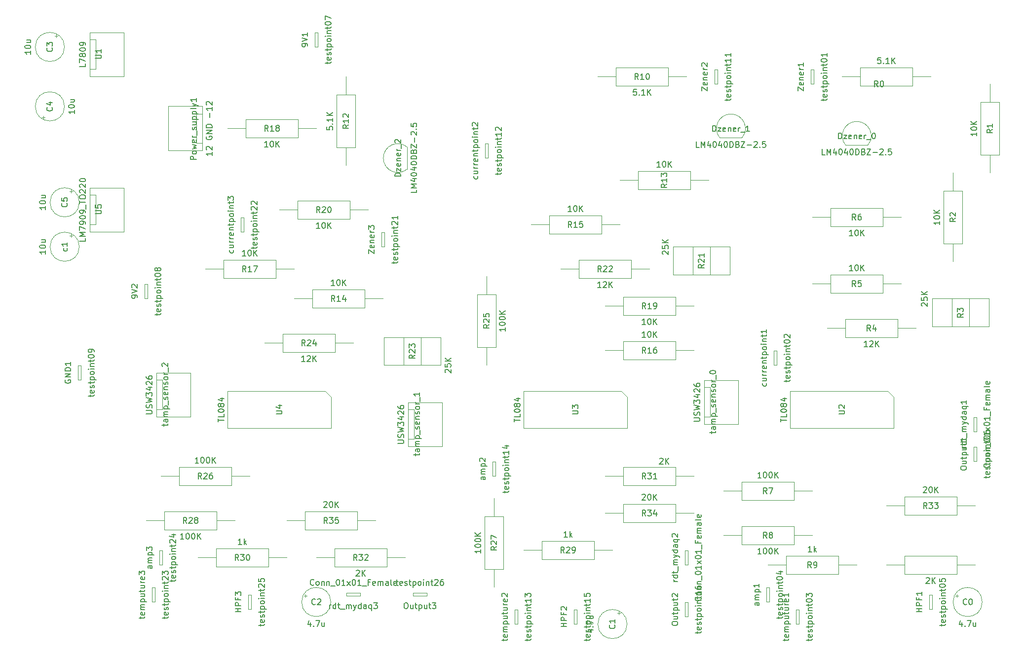
<source format=gbr>
G04 #@! TF.GenerationSoftware,KiCad,Pcbnew,(5.1.2)-2*
G04 #@! TF.CreationDate,2020-08-18T11:45:59+03:00*
G04 #@! TF.ProjectId,tempature_citcuit,74656d70-6174-4757-9265-5f6369746375,rev?*
G04 #@! TF.SameCoordinates,Original*
G04 #@! TF.FileFunction,Other,Fab,Top*
%FSLAX46Y46*%
G04 Gerber Fmt 4.6, Leading zero omitted, Abs format (unit mm)*
G04 Created by KiCad (PCBNEW (5.1.2)-2) date 2020-08-18 11:45:59*
%MOMM*%
%LPD*%
G04 APERTURE LIST*
%ADD10C,0.120000*%
%ADD11C,0.100000*%
%ADD12C,0.150000*%
G04 APERTURE END LIST*
D10*
X127250000Y-113100000D02*
X126750000Y-113100000D01*
X126750000Y-113100000D02*
X126750000Y-115500000D01*
X126750000Y-115500000D02*
X127250000Y-115500000D01*
X127250000Y-115500000D02*
X127250000Y-113100000D01*
X176780000Y-83750000D02*
X176780000Y-81350000D01*
X176280000Y-83750000D02*
X176780000Y-83750000D01*
X176280000Y-81350000D02*
X176280000Y-83750000D01*
X176780000Y-81350000D02*
X176280000Y-81350000D01*
D11*
X24640000Y-22860000D02*
X24640000Y-15260000D01*
X30490000Y-22860000D02*
X24640000Y-22860000D01*
X30490000Y-15260000D02*
X30490000Y-22860000D01*
X24640000Y-15260000D02*
X30490000Y-15260000D01*
X25640000Y-16510000D02*
X24640000Y-16510000D01*
X25640000Y-21560000D02*
X25640000Y-16510000D01*
X24640000Y-21560000D02*
X25640000Y-21560000D01*
X24640000Y-49530000D02*
X24640000Y-41930000D01*
X30490000Y-49530000D02*
X24640000Y-49530000D01*
X30490000Y-41930000D02*
X30490000Y-49530000D01*
X24640000Y-41930000D02*
X30490000Y-41930000D01*
X25640000Y-43180000D02*
X24640000Y-43180000D01*
X25640000Y-48230000D02*
X25640000Y-43180000D01*
X24640000Y-48230000D02*
X25640000Y-48230000D01*
X161560000Y-76835000D02*
X162560000Y-77835000D01*
X144780000Y-76835000D02*
X161560000Y-76835000D01*
X144780000Y-83185000D02*
X144780000Y-76835000D01*
X162560000Y-83185000D02*
X144780000Y-83185000D01*
X162560000Y-77835000D02*
X162560000Y-83185000D01*
X65040000Y-76835000D02*
X66040000Y-77835000D01*
X48260000Y-76835000D02*
X65040000Y-76835000D01*
X48260000Y-83185000D02*
X48260000Y-76835000D01*
X66040000Y-83185000D02*
X48260000Y-83185000D01*
X66040000Y-77835000D02*
X66040000Y-83185000D01*
X115840000Y-76835000D02*
X116840000Y-77835000D01*
X99060000Y-76835000D02*
X115840000Y-76835000D01*
X99060000Y-83185000D02*
X99060000Y-76835000D01*
X116840000Y-83185000D02*
X99060000Y-83185000D01*
X116840000Y-77835000D02*
X116840000Y-83185000D01*
X36070000Y-81280000D02*
X36070000Y-73680000D01*
X41920000Y-81280000D02*
X36070000Y-81280000D01*
X41920000Y-73680000D02*
X41920000Y-81280000D01*
X36070000Y-73680000D02*
X41920000Y-73680000D01*
X37070000Y-74930000D02*
X36070000Y-74930000D01*
X37070000Y-79980000D02*
X37070000Y-74930000D01*
X36070000Y-79980000D02*
X37070000Y-79980000D01*
X79250000Y-86360000D02*
X79250000Y-78760000D01*
X85100000Y-86360000D02*
X79250000Y-86360000D01*
X85100000Y-78760000D02*
X85100000Y-86360000D01*
X79250000Y-78760000D02*
X85100000Y-78760000D01*
X80250000Y-80010000D02*
X79250000Y-80010000D01*
X80250000Y-85060000D02*
X80250000Y-80010000D01*
X79250000Y-85060000D02*
X80250000Y-85060000D01*
X130050000Y-82550000D02*
X130050000Y-74950000D01*
X135900000Y-82550000D02*
X130050000Y-82550000D01*
X135900000Y-74950000D02*
X135900000Y-82550000D01*
X130050000Y-74950000D02*
X135900000Y-74950000D01*
X131050000Y-76200000D02*
X130050000Y-76200000D01*
X131050000Y-81250000D02*
X131050000Y-76200000D01*
X130050000Y-81250000D02*
X131050000Y-81250000D01*
D10*
X71050000Y-111510000D02*
X68650000Y-111510000D01*
X71050000Y-112010000D02*
X71050000Y-111510000D01*
X68650000Y-112010000D02*
X71050000Y-112010000D01*
X68650000Y-111510000D02*
X68650000Y-112010000D01*
X127250000Y-106610000D02*
X127250000Y-104210000D01*
X126750000Y-106610000D02*
X127250000Y-106610000D01*
X126750000Y-104210000D02*
X126750000Y-106610000D01*
X127250000Y-104210000D02*
X126750000Y-104210000D01*
D11*
X58420000Y-99060000D02*
X61540000Y-99060000D01*
X73660000Y-99060000D02*
X70540000Y-99060000D01*
X61540000Y-100660000D02*
X70540000Y-100660000D01*
X61540000Y-97460000D02*
X61540000Y-100660000D01*
X70540000Y-97460000D02*
X61540000Y-97460000D01*
X70540000Y-100660000D02*
X70540000Y-97460000D01*
X113030000Y-97790000D02*
X116150000Y-97790000D01*
X128270000Y-97790000D02*
X125150000Y-97790000D01*
X116150000Y-99390000D02*
X125150000Y-99390000D01*
X116150000Y-96190000D02*
X116150000Y-99390000D01*
X125150000Y-96190000D02*
X116150000Y-96190000D01*
X125150000Y-99390000D02*
X125150000Y-96190000D01*
X161290000Y-96520000D02*
X164410000Y-96520000D01*
X176530000Y-96520000D02*
X173410000Y-96520000D01*
X164410000Y-98120000D02*
X173410000Y-98120000D01*
X164410000Y-94920000D02*
X164410000Y-98120000D01*
X173410000Y-94920000D02*
X164410000Y-94920000D01*
X173410000Y-98120000D02*
X173410000Y-94920000D01*
X78740000Y-105410000D02*
X75620000Y-105410000D01*
X63500000Y-105410000D02*
X66620000Y-105410000D01*
X75620000Y-103810000D02*
X66620000Y-103810000D01*
X75620000Y-107010000D02*
X75620000Y-103810000D01*
X66620000Y-107010000D02*
X75620000Y-107010000D01*
X66620000Y-103810000D02*
X66620000Y-107010000D01*
X128270000Y-91440000D02*
X125150000Y-91440000D01*
X113030000Y-91440000D02*
X116150000Y-91440000D01*
X125150000Y-89840000D02*
X116150000Y-89840000D01*
X125150000Y-93040000D02*
X125150000Y-89840000D01*
X116150000Y-93040000D02*
X125150000Y-93040000D01*
X116150000Y-89840000D02*
X116150000Y-93040000D01*
X43180000Y-105410000D02*
X46300000Y-105410000D01*
X58420000Y-105410000D02*
X55300000Y-105410000D01*
X46300000Y-107010000D02*
X55300000Y-107010000D01*
X46300000Y-103810000D02*
X46300000Y-107010000D01*
X55300000Y-103810000D02*
X46300000Y-103810000D01*
X55300000Y-107010000D02*
X55300000Y-103810000D01*
X99060000Y-104140000D02*
X102180000Y-104140000D01*
X114300000Y-104140000D02*
X111180000Y-104140000D01*
X102180000Y-105740000D02*
X111180000Y-105740000D01*
X102180000Y-102540000D02*
X102180000Y-105740000D01*
X111180000Y-102540000D02*
X102180000Y-102540000D01*
X111180000Y-105740000D02*
X111180000Y-102540000D01*
X49530000Y-99060000D02*
X46410000Y-99060000D01*
X34290000Y-99060000D02*
X37410000Y-99060000D01*
X46410000Y-97460000D02*
X37410000Y-97460000D01*
X46410000Y-100660000D02*
X46410000Y-97460000D01*
X37410000Y-100660000D02*
X46410000Y-100660000D01*
X37410000Y-97460000D02*
X37410000Y-100660000D01*
X93980000Y-110490000D02*
X93980000Y-107370000D01*
X93980000Y-95250000D02*
X93980000Y-98370000D01*
X95580000Y-107370000D02*
X95580000Y-98370000D01*
X92380000Y-107370000D02*
X95580000Y-107370000D01*
X92380000Y-98370000D02*
X92380000Y-107370000D01*
X95580000Y-98370000D02*
X92380000Y-98370000D01*
X36830000Y-91440000D02*
X39950000Y-91440000D01*
X52070000Y-91440000D02*
X48950000Y-91440000D01*
X39950000Y-93040000D02*
X48950000Y-93040000D01*
X39950000Y-89840000D02*
X39950000Y-93040000D01*
X48950000Y-89840000D02*
X39950000Y-89840000D01*
X48950000Y-93040000D02*
X48950000Y-89840000D01*
X92710000Y-57150000D02*
X92710000Y-60270000D01*
X92710000Y-72390000D02*
X92710000Y-69270000D01*
X91110000Y-60270000D02*
X91110000Y-69270000D01*
X94310000Y-60270000D02*
X91110000Y-60270000D01*
X94310000Y-69270000D02*
X94310000Y-60270000D01*
X91110000Y-69270000D02*
X94310000Y-69270000D01*
X69850000Y-68580000D02*
X66730000Y-68580000D01*
X54610000Y-68580000D02*
X57730000Y-68580000D01*
X66730000Y-66980000D02*
X57730000Y-66980000D01*
X66730000Y-70180000D02*
X66730000Y-66980000D01*
X57730000Y-70180000D02*
X66730000Y-70180000D01*
X57730000Y-66980000D02*
X57730000Y-70180000D01*
X78470000Y-67590000D02*
X78470000Y-72390000D01*
X81470000Y-67590000D02*
X78470000Y-67590000D01*
X81470000Y-72390000D02*
X81470000Y-67590000D01*
X78470000Y-72390000D02*
X81470000Y-72390000D01*
X75070000Y-72390000D02*
X75070000Y-67590000D01*
X84870000Y-72390000D02*
X75070000Y-72390000D01*
X84870000Y-67590000D02*
X84870000Y-72390000D01*
X75070000Y-67590000D02*
X84870000Y-67590000D01*
X120650000Y-55880000D02*
X117530000Y-55880000D01*
X105410000Y-55880000D02*
X108530000Y-55880000D01*
X117530000Y-54280000D02*
X108530000Y-54280000D01*
X117530000Y-57480000D02*
X117530000Y-54280000D01*
X108530000Y-57480000D02*
X117530000Y-57480000D01*
X108530000Y-54280000D02*
X108530000Y-57480000D01*
X131080000Y-56870000D02*
X131080000Y-52070000D01*
X128080000Y-56870000D02*
X131080000Y-56870000D01*
X128080000Y-52070000D02*
X128080000Y-56870000D01*
X131080000Y-52070000D02*
X128080000Y-52070000D01*
X134480000Y-52070000D02*
X134480000Y-56870000D01*
X124680000Y-52070000D02*
X134480000Y-52070000D01*
X124680000Y-56870000D02*
X124680000Y-52070000D01*
X134480000Y-56870000D02*
X124680000Y-56870000D01*
X72390000Y-45720000D02*
X69270000Y-45720000D01*
X57150000Y-45720000D02*
X60270000Y-45720000D01*
X69270000Y-44120000D02*
X60270000Y-44120000D01*
X69270000Y-47320000D02*
X69270000Y-44120000D01*
X60270000Y-47320000D02*
X69270000Y-47320000D01*
X60270000Y-44120000D02*
X60270000Y-47320000D01*
X128270000Y-62230000D02*
X125150000Y-62230000D01*
X113030000Y-62230000D02*
X116150000Y-62230000D01*
X125150000Y-60630000D02*
X116150000Y-60630000D01*
X125150000Y-63830000D02*
X125150000Y-60630000D01*
X116150000Y-63830000D02*
X125150000Y-63830000D01*
X116150000Y-60630000D02*
X116150000Y-63830000D01*
X63500000Y-31750000D02*
X60380000Y-31750000D01*
X48260000Y-31750000D02*
X51380000Y-31750000D01*
X60380000Y-30150000D02*
X51380000Y-30150000D01*
X60380000Y-33350000D02*
X60380000Y-30150000D01*
X51380000Y-33350000D02*
X60380000Y-33350000D01*
X51380000Y-30150000D02*
X51380000Y-33350000D01*
X44450000Y-55880000D02*
X47570000Y-55880000D01*
X59690000Y-55880000D02*
X56570000Y-55880000D01*
X47570000Y-57480000D02*
X56570000Y-57480000D01*
X47570000Y-54280000D02*
X47570000Y-57480000D01*
X56570000Y-54280000D02*
X47570000Y-54280000D01*
X56570000Y-57480000D02*
X56570000Y-54280000D01*
X113030000Y-69850000D02*
X116150000Y-69850000D01*
X128270000Y-69850000D02*
X125150000Y-69850000D01*
X116150000Y-71450000D02*
X125150000Y-71450000D01*
X116150000Y-68250000D02*
X116150000Y-71450000D01*
X125150000Y-68250000D02*
X116150000Y-68250000D01*
X125150000Y-71450000D02*
X125150000Y-68250000D01*
X100330000Y-48260000D02*
X103450000Y-48260000D01*
X115570000Y-48260000D02*
X112450000Y-48260000D01*
X103450000Y-49860000D02*
X112450000Y-49860000D01*
X103450000Y-46660000D02*
X103450000Y-49860000D01*
X112450000Y-46660000D02*
X103450000Y-46660000D01*
X112450000Y-49860000D02*
X112450000Y-46660000D01*
X59690000Y-60960000D02*
X62810000Y-60960000D01*
X74930000Y-60960000D02*
X71810000Y-60960000D01*
X62810000Y-62560000D02*
X71810000Y-62560000D01*
X62810000Y-59360000D02*
X62810000Y-62560000D01*
X71810000Y-59360000D02*
X62810000Y-59360000D01*
X71810000Y-62560000D02*
X71810000Y-59360000D01*
X115570000Y-40640000D02*
X118690000Y-40640000D01*
X130810000Y-40640000D02*
X127690000Y-40640000D01*
X118690000Y-42240000D02*
X127690000Y-42240000D01*
X118690000Y-39040000D02*
X118690000Y-42240000D01*
X127690000Y-39040000D02*
X118690000Y-39040000D01*
X127690000Y-42240000D02*
X127690000Y-39040000D01*
X68580000Y-38100000D02*
X68580000Y-34980000D01*
X68580000Y-22860000D02*
X68580000Y-25980000D01*
X70180000Y-34980000D02*
X70180000Y-25980000D01*
X66980000Y-34980000D02*
X70180000Y-34980000D01*
X66980000Y-25980000D02*
X66980000Y-34980000D01*
X70180000Y-25980000D02*
X66980000Y-25980000D01*
X176530000Y-106680000D02*
X173410000Y-106680000D01*
X161290000Y-106680000D02*
X164410000Y-106680000D01*
X173410000Y-105080000D02*
X164410000Y-105080000D01*
X173410000Y-108280000D02*
X173410000Y-105080000D01*
X164410000Y-108280000D02*
X173410000Y-108280000D01*
X164410000Y-105080000D02*
X164410000Y-108280000D01*
X127000000Y-22860000D02*
X123880000Y-22860000D01*
X111760000Y-22860000D02*
X114880000Y-22860000D01*
X123880000Y-21260000D02*
X114880000Y-21260000D01*
X123880000Y-24460000D02*
X123880000Y-21260000D01*
X114880000Y-24460000D02*
X123880000Y-24460000D01*
X114880000Y-21260000D02*
X114880000Y-24460000D01*
X140970000Y-106680000D02*
X144090000Y-106680000D01*
X156210000Y-106680000D02*
X153090000Y-106680000D01*
X144090000Y-108280000D02*
X153090000Y-108280000D01*
X144090000Y-105080000D02*
X144090000Y-108280000D01*
X153090000Y-105080000D02*
X144090000Y-105080000D01*
X153090000Y-108280000D02*
X153090000Y-105080000D01*
X148590000Y-101600000D02*
X145470000Y-101600000D01*
X133350000Y-101600000D02*
X136470000Y-101600000D01*
X145470000Y-100000000D02*
X136470000Y-100000000D01*
X145470000Y-103200000D02*
X145470000Y-100000000D01*
X136470000Y-103200000D02*
X145470000Y-103200000D01*
X136470000Y-100000000D02*
X136470000Y-103200000D01*
X133350000Y-93980000D02*
X136470000Y-93980000D01*
X148590000Y-93980000D02*
X145470000Y-93980000D01*
X136470000Y-95580000D02*
X145470000Y-95580000D01*
X136470000Y-92380000D02*
X136470000Y-95580000D01*
X145470000Y-92380000D02*
X136470000Y-92380000D01*
X145470000Y-95580000D02*
X145470000Y-92380000D01*
X163830000Y-46990000D02*
X160710000Y-46990000D01*
X148590000Y-46990000D02*
X151710000Y-46990000D01*
X160710000Y-45390000D02*
X151710000Y-45390000D01*
X160710000Y-48590000D02*
X160710000Y-45390000D01*
X151710000Y-48590000D02*
X160710000Y-48590000D01*
X151710000Y-45390000D02*
X151710000Y-48590000D01*
X148590000Y-58420000D02*
X151710000Y-58420000D01*
X163830000Y-58420000D02*
X160710000Y-58420000D01*
X151710000Y-60020000D02*
X160710000Y-60020000D01*
X151710000Y-56820000D02*
X151710000Y-60020000D01*
X160710000Y-56820000D02*
X151710000Y-56820000D01*
X160710000Y-60020000D02*
X160710000Y-56820000D01*
X166370000Y-66040000D02*
X163250000Y-66040000D01*
X151130000Y-66040000D02*
X154250000Y-66040000D01*
X163250000Y-64440000D02*
X154250000Y-64440000D01*
X163250000Y-67640000D02*
X163250000Y-64440000D01*
X154250000Y-67640000D02*
X163250000Y-67640000D01*
X154250000Y-64440000D02*
X154250000Y-67640000D01*
X175530000Y-65760000D02*
X175530000Y-60960000D01*
X172530000Y-65760000D02*
X175530000Y-65760000D01*
X172530000Y-60960000D02*
X172530000Y-65760000D01*
X175530000Y-60960000D02*
X172530000Y-60960000D01*
X178930000Y-60960000D02*
X178930000Y-65760000D01*
X169130000Y-60960000D02*
X178930000Y-60960000D01*
X169130000Y-65760000D02*
X169130000Y-60960000D01*
X178930000Y-65760000D02*
X169130000Y-65760000D01*
X172720000Y-54610000D02*
X172720000Y-51490000D01*
X172720000Y-39370000D02*
X172720000Y-42490000D01*
X174320000Y-51490000D02*
X174320000Y-42490000D01*
X171120000Y-51490000D02*
X174320000Y-51490000D01*
X171120000Y-42490000D02*
X171120000Y-51490000D01*
X174320000Y-42490000D02*
X171120000Y-42490000D01*
X179070000Y-39370000D02*
X179070000Y-36250000D01*
X179070000Y-24130000D02*
X179070000Y-27250000D01*
X180670000Y-36250000D02*
X180670000Y-27250000D01*
X177470000Y-36250000D02*
X180670000Y-36250000D01*
X177470000Y-27250000D02*
X177470000Y-36250000D01*
X180670000Y-27250000D02*
X177470000Y-27250000D01*
X153670000Y-22860000D02*
X156790000Y-22860000D01*
X168910000Y-22860000D02*
X165790000Y-22860000D01*
X156790000Y-24460000D02*
X165790000Y-24460000D01*
X156790000Y-21260000D02*
X156790000Y-24460000D01*
X165790000Y-21260000D02*
X156790000Y-21260000D01*
X165790000Y-24460000D02*
X165790000Y-21260000D01*
X43940000Y-27940000D02*
X43940000Y-35540000D01*
X38090000Y-27940000D02*
X43940000Y-27940000D01*
X38090000Y-35540000D02*
X38090000Y-27940000D01*
X43940000Y-35540000D02*
X38090000Y-35540000D01*
X42940000Y-34290000D02*
X43940000Y-34290000D01*
X42940000Y-29240000D02*
X42940000Y-34290000D01*
X43940000Y-29240000D02*
X42940000Y-29240000D01*
D10*
X63750000Y-15310000D02*
X63250000Y-15310000D01*
X63250000Y-15310000D02*
X63250000Y-17710000D01*
X63250000Y-17710000D02*
X63750000Y-17710000D01*
X63750000Y-17710000D02*
X63750000Y-15310000D01*
X34540000Y-60890000D02*
X34540000Y-58490000D01*
X34040000Y-60890000D02*
X34540000Y-60890000D01*
X34040000Y-58490000D02*
X34040000Y-60890000D01*
X34540000Y-58490000D02*
X34040000Y-58490000D01*
X141220000Y-112960000D02*
X141220000Y-110560000D01*
X140720000Y-112960000D02*
X141220000Y-112960000D01*
X140720000Y-110560000D02*
X140720000Y-112960000D01*
X141220000Y-110560000D02*
X140720000Y-110560000D01*
X94230000Y-88970000D02*
X93730000Y-88970000D01*
X93730000Y-88970000D02*
X93730000Y-91370000D01*
X93730000Y-91370000D02*
X94230000Y-91370000D01*
X94230000Y-91370000D02*
X94230000Y-88970000D01*
X37080000Y-106610000D02*
X37080000Y-104210000D01*
X36580000Y-106610000D02*
X37080000Y-106610000D01*
X36580000Y-104210000D02*
X36580000Y-106610000D01*
X37080000Y-104210000D02*
X36580000Y-104210000D01*
X142490000Y-72320000D02*
X142490000Y-69920000D01*
X141990000Y-72320000D02*
X142490000Y-72320000D01*
X141990000Y-69920000D02*
X141990000Y-72320000D01*
X142490000Y-69920000D02*
X141990000Y-69920000D01*
X92960000Y-34360000D02*
X92460000Y-34360000D01*
X92460000Y-34360000D02*
X92460000Y-36760000D01*
X92460000Y-36760000D02*
X92960000Y-36760000D01*
X92960000Y-36760000D02*
X92960000Y-34360000D01*
X51050000Y-49460000D02*
X51050000Y-47060000D01*
X50550000Y-49460000D02*
X51050000Y-49460000D01*
X50550000Y-47060000D02*
X50550000Y-49460000D01*
X51050000Y-47060000D02*
X50550000Y-47060000D01*
X23110000Y-72460000D02*
X22610000Y-72460000D01*
X22610000Y-72460000D02*
X22610000Y-74860000D01*
X22610000Y-74860000D02*
X23110000Y-74860000D01*
X23110000Y-74860000D02*
X23110000Y-72460000D01*
X169160000Y-111830000D02*
X168660000Y-111830000D01*
X168660000Y-111830000D02*
X168660000Y-114230000D01*
X168660000Y-114230000D02*
X169160000Y-114230000D01*
X169160000Y-114230000D02*
X169160000Y-111830000D01*
X108200000Y-116770000D02*
X108200000Y-114370000D01*
X107700000Y-116770000D02*
X108200000Y-116770000D01*
X107700000Y-114370000D02*
X107700000Y-116770000D01*
X108200000Y-114370000D02*
X107700000Y-114370000D01*
X52320000Y-111830000D02*
X51820000Y-111830000D01*
X51820000Y-111830000D02*
X51820000Y-114230000D01*
X51820000Y-114230000D02*
X52320000Y-114230000D01*
X52320000Y-114230000D02*
X52320000Y-111830000D01*
X176780000Y-88830000D02*
X176780000Y-86430000D01*
X176280000Y-88830000D02*
X176780000Y-88830000D01*
X176280000Y-86430000D02*
X176280000Y-88830000D01*
X176780000Y-86430000D02*
X176280000Y-86430000D01*
X82480000Y-111510000D02*
X80080000Y-111510000D01*
X82480000Y-112010000D02*
X82480000Y-111510000D01*
X80080000Y-112010000D02*
X82480000Y-112010000D01*
X80080000Y-111510000D02*
X80080000Y-112010000D01*
X146300000Y-114370000D02*
X145800000Y-114370000D01*
X145800000Y-114370000D02*
X145800000Y-116770000D01*
X145800000Y-116770000D02*
X146300000Y-116770000D01*
X146300000Y-116770000D02*
X146300000Y-114370000D01*
X98040000Y-116770000D02*
X98040000Y-114370000D01*
X97540000Y-116770000D02*
X98040000Y-116770000D01*
X97540000Y-114370000D02*
X97540000Y-116770000D01*
X98040000Y-114370000D02*
X97540000Y-114370000D01*
X35810000Y-110560000D02*
X35310000Y-110560000D01*
X35310000Y-110560000D02*
X35310000Y-112960000D01*
X35310000Y-112960000D02*
X35810000Y-112960000D01*
X35810000Y-112960000D02*
X35810000Y-110560000D01*
X148840000Y-21660000D02*
X148340000Y-21660000D01*
X148340000Y-21660000D02*
X148340000Y-24060000D01*
X148340000Y-24060000D02*
X148840000Y-24060000D01*
X148840000Y-24060000D02*
X148840000Y-21660000D01*
X132330000Y-24060000D02*
X132330000Y-21660000D01*
X131830000Y-24060000D02*
X132330000Y-24060000D01*
X131830000Y-21660000D02*
X131830000Y-24060000D01*
X132330000Y-21660000D02*
X131830000Y-21660000D01*
X75180000Y-49600000D02*
X74680000Y-49600000D01*
X74680000Y-49600000D02*
X74680000Y-52000000D01*
X74680000Y-52000000D02*
X75180000Y-52000000D01*
X75180000Y-52000000D02*
X75180000Y-49600000D01*
D11*
X173356395Y-111692500D02*
X173356395Y-112192500D01*
X173106395Y-111942500D02*
X173606395Y-111942500D01*
X177740000Y-113030000D02*
G75*
G03X177740000Y-113030000I-2500000J0D01*
G01*
X22820000Y-52050000D02*
G75*
G03X22820000Y-52050000I-2500000J0D01*
G01*
X21407500Y-49916395D02*
X21407500Y-50416395D01*
X21657500Y-50166395D02*
X21157500Y-50166395D01*
X116800000Y-116820000D02*
G75*
G03X116800000Y-116820000I-2500000J0D01*
G01*
X115387500Y-114686395D02*
X115387500Y-115186395D01*
X115637500Y-114936395D02*
X115137500Y-114936395D01*
X65980000Y-113030000D02*
G75*
G03X65980000Y-113030000I-2500000J0D01*
G01*
X61346395Y-111942500D02*
X61846395Y-111942500D01*
X61596395Y-111692500D02*
X61596395Y-112192500D01*
X20280000Y-17760000D02*
G75*
G03X20280000Y-17760000I-2500000J0D01*
G01*
X18867500Y-15626395D02*
X18867500Y-16126395D01*
X19117500Y-15876395D02*
X18617500Y-15876395D01*
X16442500Y-29843605D02*
X16942500Y-29843605D01*
X16692500Y-30093605D02*
X16692500Y-29593605D01*
X20280000Y-27960000D02*
G75*
G03X20280000Y-27960000I-2500000J0D01*
G01*
X21657500Y-42546395D02*
X21157500Y-42546395D01*
X21407500Y-42296395D02*
X21407500Y-42796395D01*
X22820000Y-44430000D02*
G75*
G03X22820000Y-44430000I-2500000J0D01*
G01*
X154320000Y-34620000D02*
X158070000Y-34620000D01*
X158111103Y-34612547D02*
G75*
G03X156210000Y-30540000I-1901103J1592547D01*
G01*
X154317182Y-34622385D02*
G75*
G02X156210000Y-30540000I1892818J1602385D01*
G01*
X132727182Y-33352385D02*
G75*
G02X134620000Y-29270000I1892818J1602385D01*
G01*
X136521103Y-33342547D02*
G75*
G03X134620000Y-29270000I-1901103J1592547D01*
G01*
X132730000Y-33350000D02*
X136480000Y-33350000D01*
X79070000Y-38720000D02*
X79070000Y-34970000D01*
X79062547Y-34928897D02*
G75*
G03X74990000Y-36830000I-1592547J-1901103D01*
G01*
X79072385Y-38722818D02*
G75*
G02X74990000Y-36830000I-1602385J1892818D01*
G01*
D12*
X128835714Y-118442857D02*
X128835714Y-118061904D01*
X128502380Y-118300000D02*
X129359523Y-118300000D01*
X129454761Y-118252380D01*
X129502380Y-118157142D01*
X129502380Y-118061904D01*
X129454761Y-117347619D02*
X129502380Y-117442857D01*
X129502380Y-117633333D01*
X129454761Y-117728571D01*
X129359523Y-117776190D01*
X128978571Y-117776190D01*
X128883333Y-117728571D01*
X128835714Y-117633333D01*
X128835714Y-117442857D01*
X128883333Y-117347619D01*
X128978571Y-117300000D01*
X129073809Y-117300000D01*
X129169047Y-117776190D01*
X129454761Y-116919047D02*
X129502380Y-116823809D01*
X129502380Y-116633333D01*
X129454761Y-116538095D01*
X129359523Y-116490476D01*
X129311904Y-116490476D01*
X129216666Y-116538095D01*
X129169047Y-116633333D01*
X129169047Y-116776190D01*
X129121428Y-116871428D01*
X129026190Y-116919047D01*
X128978571Y-116919047D01*
X128883333Y-116871428D01*
X128835714Y-116776190D01*
X128835714Y-116633333D01*
X128883333Y-116538095D01*
X128835714Y-116204761D02*
X128835714Y-115823809D01*
X128502380Y-116061904D02*
X129359523Y-116061904D01*
X129454761Y-116014285D01*
X129502380Y-115919047D01*
X129502380Y-115823809D01*
X128835714Y-115490476D02*
X129835714Y-115490476D01*
X128883333Y-115490476D02*
X128835714Y-115395238D01*
X128835714Y-115204761D01*
X128883333Y-115109523D01*
X128930952Y-115061904D01*
X129026190Y-115014285D01*
X129311904Y-115014285D01*
X129407142Y-115061904D01*
X129454761Y-115109523D01*
X129502380Y-115204761D01*
X129502380Y-115395238D01*
X129454761Y-115490476D01*
X129502380Y-114442857D02*
X129454761Y-114538095D01*
X129407142Y-114585714D01*
X129311904Y-114633333D01*
X129026190Y-114633333D01*
X128930952Y-114585714D01*
X128883333Y-114538095D01*
X128835714Y-114442857D01*
X128835714Y-114300000D01*
X128883333Y-114204761D01*
X128930952Y-114157142D01*
X129026190Y-114109523D01*
X129311904Y-114109523D01*
X129407142Y-114157142D01*
X129454761Y-114204761D01*
X129502380Y-114300000D01*
X129502380Y-114442857D01*
X129502380Y-113680952D02*
X128835714Y-113680952D01*
X128502380Y-113680952D02*
X128550000Y-113728571D01*
X128597619Y-113680952D01*
X128550000Y-113633333D01*
X128502380Y-113680952D01*
X128597619Y-113680952D01*
X128835714Y-113204761D02*
X129502380Y-113204761D01*
X128930952Y-113204761D02*
X128883333Y-113157142D01*
X128835714Y-113061904D01*
X128835714Y-112919047D01*
X128883333Y-112823809D01*
X128978571Y-112776190D01*
X129502380Y-112776190D01*
X128835714Y-112442857D02*
X128835714Y-112061904D01*
X128502380Y-112300000D02*
X129359523Y-112300000D01*
X129454761Y-112252380D01*
X129502380Y-112157142D01*
X129502380Y-112061904D01*
X129502380Y-111204761D02*
X129502380Y-111776190D01*
X129502380Y-111490476D02*
X128502380Y-111490476D01*
X128645238Y-111585714D01*
X128740476Y-111680952D01*
X128788095Y-111776190D01*
X128502380Y-110347619D02*
X128502380Y-110538095D01*
X128550000Y-110633333D01*
X128597619Y-110680952D01*
X128740476Y-110776190D01*
X128930952Y-110823809D01*
X129311904Y-110823809D01*
X129407142Y-110776190D01*
X129454761Y-110728571D01*
X129502380Y-110633333D01*
X129502380Y-110442857D01*
X129454761Y-110347619D01*
X129407142Y-110300000D01*
X129311904Y-110252380D01*
X129073809Y-110252380D01*
X128978571Y-110300000D01*
X128930952Y-110347619D01*
X128883333Y-110442857D01*
X128883333Y-110633333D01*
X128930952Y-110728571D01*
X128978571Y-110776190D01*
X129073809Y-110823809D01*
X124502380Y-116800000D02*
X124502380Y-116609523D01*
X124550000Y-116514285D01*
X124645238Y-116419047D01*
X124835714Y-116371428D01*
X125169047Y-116371428D01*
X125359523Y-116419047D01*
X125454761Y-116514285D01*
X125502380Y-116609523D01*
X125502380Y-116800000D01*
X125454761Y-116895238D01*
X125359523Y-116990476D01*
X125169047Y-117038095D01*
X124835714Y-117038095D01*
X124645238Y-116990476D01*
X124550000Y-116895238D01*
X124502380Y-116800000D01*
X124835714Y-115514285D02*
X125502380Y-115514285D01*
X124835714Y-115942857D02*
X125359523Y-115942857D01*
X125454761Y-115895238D01*
X125502380Y-115800000D01*
X125502380Y-115657142D01*
X125454761Y-115561904D01*
X125407142Y-115514285D01*
X124835714Y-115180952D02*
X124835714Y-114800000D01*
X124502380Y-115038095D02*
X125359523Y-115038095D01*
X125454761Y-114990476D01*
X125502380Y-114895238D01*
X125502380Y-114800000D01*
X124835714Y-114466666D02*
X125835714Y-114466666D01*
X124883333Y-114466666D02*
X124835714Y-114371428D01*
X124835714Y-114180952D01*
X124883333Y-114085714D01*
X124930952Y-114038095D01*
X125026190Y-113990476D01*
X125311904Y-113990476D01*
X125407142Y-114038095D01*
X125454761Y-114085714D01*
X125502380Y-114180952D01*
X125502380Y-114371428D01*
X125454761Y-114466666D01*
X124835714Y-113133333D02*
X125502380Y-113133333D01*
X124835714Y-113561904D02*
X125359523Y-113561904D01*
X125454761Y-113514285D01*
X125502380Y-113419047D01*
X125502380Y-113276190D01*
X125454761Y-113180952D01*
X125407142Y-113133333D01*
X124835714Y-112800000D02*
X124835714Y-112419047D01*
X124502380Y-112657142D02*
X125359523Y-112657142D01*
X125454761Y-112609523D01*
X125502380Y-112514285D01*
X125502380Y-112419047D01*
X124597619Y-112133333D02*
X124550000Y-112085714D01*
X124502380Y-111990476D01*
X124502380Y-111752380D01*
X124550000Y-111657142D01*
X124597619Y-111609523D01*
X124692857Y-111561904D01*
X124788095Y-111561904D01*
X124930952Y-111609523D01*
X125502380Y-112180952D01*
X125502380Y-111561904D01*
X178937142Y-89335714D02*
X178984761Y-89383333D01*
X179032380Y-89526190D01*
X179032380Y-89621428D01*
X178984761Y-89764285D01*
X178889523Y-89859523D01*
X178794285Y-89907142D01*
X178603809Y-89954761D01*
X178460952Y-89954761D01*
X178270476Y-89907142D01*
X178175238Y-89859523D01*
X178080000Y-89764285D01*
X178032380Y-89621428D01*
X178032380Y-89526190D01*
X178080000Y-89383333D01*
X178127619Y-89335714D01*
X179032380Y-88764285D02*
X178984761Y-88859523D01*
X178937142Y-88907142D01*
X178841904Y-88954761D01*
X178556190Y-88954761D01*
X178460952Y-88907142D01*
X178413333Y-88859523D01*
X178365714Y-88764285D01*
X178365714Y-88621428D01*
X178413333Y-88526190D01*
X178460952Y-88478571D01*
X178556190Y-88430952D01*
X178841904Y-88430952D01*
X178937142Y-88478571D01*
X178984761Y-88526190D01*
X179032380Y-88621428D01*
X179032380Y-88764285D01*
X178365714Y-88002380D02*
X179032380Y-88002380D01*
X178460952Y-88002380D02*
X178413333Y-87954761D01*
X178365714Y-87859523D01*
X178365714Y-87716666D01*
X178413333Y-87621428D01*
X178508571Y-87573809D01*
X179032380Y-87573809D01*
X178365714Y-87097619D02*
X179032380Y-87097619D01*
X178460952Y-87097619D02*
X178413333Y-87050000D01*
X178365714Y-86954761D01*
X178365714Y-86811904D01*
X178413333Y-86716666D01*
X178508571Y-86669047D01*
X179032380Y-86669047D01*
X179127619Y-86430952D02*
X179127619Y-85669047D01*
X178032380Y-85240476D02*
X178032380Y-85145238D01*
X178080000Y-85050000D01*
X178127619Y-85002380D01*
X178222857Y-84954761D01*
X178413333Y-84907142D01*
X178651428Y-84907142D01*
X178841904Y-84954761D01*
X178937142Y-85002380D01*
X178984761Y-85050000D01*
X179032380Y-85145238D01*
X179032380Y-85240476D01*
X178984761Y-85335714D01*
X178937142Y-85383333D01*
X178841904Y-85430952D01*
X178651428Y-85478571D01*
X178413333Y-85478571D01*
X178222857Y-85430952D01*
X178127619Y-85383333D01*
X178080000Y-85335714D01*
X178032380Y-85240476D01*
X179032380Y-83954761D02*
X179032380Y-84526190D01*
X179032380Y-84240476D02*
X178032380Y-84240476D01*
X178175238Y-84335714D01*
X178270476Y-84430952D01*
X178318095Y-84526190D01*
X179032380Y-83621428D02*
X178365714Y-83097619D01*
X178365714Y-83621428D02*
X179032380Y-83097619D01*
X178032380Y-82526190D02*
X178032380Y-82430952D01*
X178080000Y-82335714D01*
X178127619Y-82288095D01*
X178222857Y-82240476D01*
X178413333Y-82192857D01*
X178651428Y-82192857D01*
X178841904Y-82240476D01*
X178937142Y-82288095D01*
X178984761Y-82335714D01*
X179032380Y-82430952D01*
X179032380Y-82526190D01*
X178984761Y-82621428D01*
X178937142Y-82669047D01*
X178841904Y-82716666D01*
X178651428Y-82764285D01*
X178413333Y-82764285D01*
X178222857Y-82716666D01*
X178127619Y-82669047D01*
X178080000Y-82621428D01*
X178032380Y-82526190D01*
X179032380Y-81240476D02*
X179032380Y-81811904D01*
X179032380Y-81526190D02*
X178032380Y-81526190D01*
X178175238Y-81621428D01*
X178270476Y-81716666D01*
X178318095Y-81811904D01*
X179127619Y-81050000D02*
X179127619Y-80288095D01*
X178508571Y-79716666D02*
X178508571Y-80050000D01*
X179032380Y-80050000D02*
X178032380Y-80050000D01*
X178032380Y-79573809D01*
X178984761Y-78811904D02*
X179032380Y-78907142D01*
X179032380Y-79097619D01*
X178984761Y-79192857D01*
X178889523Y-79240476D01*
X178508571Y-79240476D01*
X178413333Y-79192857D01*
X178365714Y-79097619D01*
X178365714Y-78907142D01*
X178413333Y-78811904D01*
X178508571Y-78764285D01*
X178603809Y-78764285D01*
X178699047Y-79240476D01*
X179032380Y-78335714D02*
X178365714Y-78335714D01*
X178460952Y-78335714D02*
X178413333Y-78288095D01*
X178365714Y-78192857D01*
X178365714Y-78050000D01*
X178413333Y-77954761D01*
X178508571Y-77907142D01*
X179032380Y-77907142D01*
X178508571Y-77907142D02*
X178413333Y-77859523D01*
X178365714Y-77764285D01*
X178365714Y-77621428D01*
X178413333Y-77526190D01*
X178508571Y-77478571D01*
X179032380Y-77478571D01*
X179032380Y-76573809D02*
X178508571Y-76573809D01*
X178413333Y-76621428D01*
X178365714Y-76716666D01*
X178365714Y-76907142D01*
X178413333Y-77002380D01*
X178984761Y-76573809D02*
X179032380Y-76669047D01*
X179032380Y-76907142D01*
X178984761Y-77002380D01*
X178889523Y-77050000D01*
X178794285Y-77050000D01*
X178699047Y-77002380D01*
X178651428Y-76907142D01*
X178651428Y-76669047D01*
X178603809Y-76573809D01*
X179032380Y-75954761D02*
X178984761Y-76050000D01*
X178889523Y-76097619D01*
X178032380Y-76097619D01*
X178984761Y-75192857D02*
X179032380Y-75288095D01*
X179032380Y-75478571D01*
X178984761Y-75573809D01*
X178889523Y-75621428D01*
X178508571Y-75621428D01*
X178413333Y-75573809D01*
X178365714Y-75478571D01*
X178365714Y-75288095D01*
X178413333Y-75192857D01*
X178508571Y-75145238D01*
X178603809Y-75145238D01*
X178699047Y-75621428D01*
X175032380Y-86621428D02*
X174365714Y-86621428D01*
X174556190Y-86621428D02*
X174460952Y-86573809D01*
X174413333Y-86526190D01*
X174365714Y-86430952D01*
X174365714Y-86335714D01*
X175032380Y-85573809D02*
X174032380Y-85573809D01*
X174984761Y-85573809D02*
X175032380Y-85669047D01*
X175032380Y-85859523D01*
X174984761Y-85954761D01*
X174937142Y-86002380D01*
X174841904Y-86050000D01*
X174556190Y-86050000D01*
X174460952Y-86002380D01*
X174413333Y-85954761D01*
X174365714Y-85859523D01*
X174365714Y-85669047D01*
X174413333Y-85573809D01*
X174365714Y-85240476D02*
X174365714Y-84859523D01*
X174032380Y-85097619D02*
X174889523Y-85097619D01*
X174984761Y-85050000D01*
X175032380Y-84954761D01*
X175032380Y-84859523D01*
X175127619Y-84764285D02*
X175127619Y-84002380D01*
X175032380Y-83764285D02*
X174365714Y-83764285D01*
X174460952Y-83764285D02*
X174413333Y-83716666D01*
X174365714Y-83621428D01*
X174365714Y-83478571D01*
X174413333Y-83383333D01*
X174508571Y-83335714D01*
X175032380Y-83335714D01*
X174508571Y-83335714D02*
X174413333Y-83288095D01*
X174365714Y-83192857D01*
X174365714Y-83050000D01*
X174413333Y-82954761D01*
X174508571Y-82907142D01*
X175032380Y-82907142D01*
X174365714Y-82526190D02*
X175032380Y-82288095D01*
X174365714Y-82050000D02*
X175032380Y-82288095D01*
X175270476Y-82383333D01*
X175318095Y-82430952D01*
X175365714Y-82526190D01*
X175032380Y-81240476D02*
X174032380Y-81240476D01*
X174984761Y-81240476D02*
X175032380Y-81335714D01*
X175032380Y-81526190D01*
X174984761Y-81621428D01*
X174937142Y-81669047D01*
X174841904Y-81716666D01*
X174556190Y-81716666D01*
X174460952Y-81669047D01*
X174413333Y-81621428D01*
X174365714Y-81526190D01*
X174365714Y-81335714D01*
X174413333Y-81240476D01*
X175032380Y-80335714D02*
X174508571Y-80335714D01*
X174413333Y-80383333D01*
X174365714Y-80478571D01*
X174365714Y-80669047D01*
X174413333Y-80764285D01*
X174984761Y-80335714D02*
X175032380Y-80430952D01*
X175032380Y-80669047D01*
X174984761Y-80764285D01*
X174889523Y-80811904D01*
X174794285Y-80811904D01*
X174699047Y-80764285D01*
X174651428Y-80669047D01*
X174651428Y-80430952D01*
X174603809Y-80335714D01*
X174365714Y-79430952D02*
X175365714Y-79430952D01*
X174984761Y-79430952D02*
X175032380Y-79526190D01*
X175032380Y-79716666D01*
X174984761Y-79811904D01*
X174937142Y-79859523D01*
X174841904Y-79907142D01*
X174556190Y-79907142D01*
X174460952Y-79859523D01*
X174413333Y-79811904D01*
X174365714Y-79716666D01*
X174365714Y-79526190D01*
X174413333Y-79430952D01*
X175032380Y-78430952D02*
X175032380Y-79002380D01*
X175032380Y-78716666D02*
X174032380Y-78716666D01*
X174175238Y-78811904D01*
X174270476Y-78907142D01*
X174318095Y-79002380D01*
X23892380Y-20655238D02*
X23892380Y-21131428D01*
X22892380Y-21131428D01*
X22892380Y-20417142D02*
X22892380Y-19750476D01*
X23892380Y-20179047D01*
X23320952Y-19226666D02*
X23273333Y-19321904D01*
X23225714Y-19369523D01*
X23130476Y-19417142D01*
X23082857Y-19417142D01*
X22987619Y-19369523D01*
X22940000Y-19321904D01*
X22892380Y-19226666D01*
X22892380Y-19036190D01*
X22940000Y-18940952D01*
X22987619Y-18893333D01*
X23082857Y-18845714D01*
X23130476Y-18845714D01*
X23225714Y-18893333D01*
X23273333Y-18940952D01*
X23320952Y-19036190D01*
X23320952Y-19226666D01*
X23368571Y-19321904D01*
X23416190Y-19369523D01*
X23511428Y-19417142D01*
X23701904Y-19417142D01*
X23797142Y-19369523D01*
X23844761Y-19321904D01*
X23892380Y-19226666D01*
X23892380Y-19036190D01*
X23844761Y-18940952D01*
X23797142Y-18893333D01*
X23701904Y-18845714D01*
X23511428Y-18845714D01*
X23416190Y-18893333D01*
X23368571Y-18940952D01*
X23320952Y-19036190D01*
X22892380Y-18226666D02*
X22892380Y-18131428D01*
X22940000Y-18036190D01*
X22987619Y-17988571D01*
X23082857Y-17940952D01*
X23273333Y-17893333D01*
X23511428Y-17893333D01*
X23701904Y-17940952D01*
X23797142Y-17988571D01*
X23844761Y-18036190D01*
X23892380Y-18131428D01*
X23892380Y-18226666D01*
X23844761Y-18321904D01*
X23797142Y-18369523D01*
X23701904Y-18417142D01*
X23511428Y-18464761D01*
X23273333Y-18464761D01*
X23082857Y-18417142D01*
X22987619Y-18369523D01*
X22940000Y-18321904D01*
X22892380Y-18226666D01*
X23892380Y-17417142D02*
X23892380Y-17226666D01*
X23844761Y-17131428D01*
X23797142Y-17083809D01*
X23654285Y-16988571D01*
X23463809Y-16940952D01*
X23082857Y-16940952D01*
X22987619Y-16988571D01*
X22940000Y-17036190D01*
X22892380Y-17131428D01*
X22892380Y-17321904D01*
X22940000Y-17417142D01*
X22987619Y-17464761D01*
X23082857Y-17512380D01*
X23320952Y-17512380D01*
X23416190Y-17464761D01*
X23463809Y-17417142D01*
X23511428Y-17321904D01*
X23511428Y-17131428D01*
X23463809Y-17036190D01*
X23416190Y-16988571D01*
X23320952Y-16940952D01*
X25592380Y-19721904D02*
X26401904Y-19721904D01*
X26497142Y-19674285D01*
X26544761Y-19626666D01*
X26592380Y-19531428D01*
X26592380Y-19340952D01*
X26544761Y-19245714D01*
X26497142Y-19198095D01*
X26401904Y-19150476D01*
X25592380Y-19150476D01*
X26592380Y-18150476D02*
X26592380Y-18721904D01*
X26592380Y-18436190D02*
X25592380Y-18436190D01*
X25735238Y-18531428D01*
X25830476Y-18626666D01*
X25878095Y-18721904D01*
X23892380Y-50610952D02*
X23892380Y-51087142D01*
X22892380Y-51087142D01*
X23892380Y-50277619D02*
X22892380Y-50277619D01*
X23606666Y-49944285D01*
X22892380Y-49610952D01*
X23892380Y-49610952D01*
X22892380Y-49230000D02*
X22892380Y-48563333D01*
X23892380Y-48991904D01*
X23892380Y-48134761D02*
X23892380Y-47944285D01*
X23844761Y-47849047D01*
X23797142Y-47801428D01*
X23654285Y-47706190D01*
X23463809Y-47658571D01*
X23082857Y-47658571D01*
X22987619Y-47706190D01*
X22940000Y-47753809D01*
X22892380Y-47849047D01*
X22892380Y-48039523D01*
X22940000Y-48134761D01*
X22987619Y-48182380D01*
X23082857Y-48230000D01*
X23320952Y-48230000D01*
X23416190Y-48182380D01*
X23463809Y-48134761D01*
X23511428Y-48039523D01*
X23511428Y-47849047D01*
X23463809Y-47753809D01*
X23416190Y-47706190D01*
X23320952Y-47658571D01*
X22892380Y-47039523D02*
X22892380Y-46944285D01*
X22940000Y-46849047D01*
X22987619Y-46801428D01*
X23082857Y-46753809D01*
X23273333Y-46706190D01*
X23511428Y-46706190D01*
X23701904Y-46753809D01*
X23797142Y-46801428D01*
X23844761Y-46849047D01*
X23892380Y-46944285D01*
X23892380Y-47039523D01*
X23844761Y-47134761D01*
X23797142Y-47182380D01*
X23701904Y-47230000D01*
X23511428Y-47277619D01*
X23273333Y-47277619D01*
X23082857Y-47230000D01*
X22987619Y-47182380D01*
X22940000Y-47134761D01*
X22892380Y-47039523D01*
X23892380Y-46230000D02*
X23892380Y-46039523D01*
X23844761Y-45944285D01*
X23797142Y-45896666D01*
X23654285Y-45801428D01*
X23463809Y-45753809D01*
X23082857Y-45753809D01*
X22987619Y-45801428D01*
X22940000Y-45849047D01*
X22892380Y-45944285D01*
X22892380Y-46134761D01*
X22940000Y-46230000D01*
X22987619Y-46277619D01*
X23082857Y-46325238D01*
X23320952Y-46325238D01*
X23416190Y-46277619D01*
X23463809Y-46230000D01*
X23511428Y-46134761D01*
X23511428Y-45944285D01*
X23463809Y-45849047D01*
X23416190Y-45801428D01*
X23320952Y-45753809D01*
X23987619Y-45563333D02*
X23987619Y-44801428D01*
X22892380Y-44706190D02*
X22892380Y-44134761D01*
X23892380Y-44420476D02*
X22892380Y-44420476D01*
X22892380Y-43610952D02*
X22892380Y-43420476D01*
X22940000Y-43325238D01*
X23035238Y-43230000D01*
X23225714Y-43182380D01*
X23559047Y-43182380D01*
X23749523Y-43230000D01*
X23844761Y-43325238D01*
X23892380Y-43420476D01*
X23892380Y-43610952D01*
X23844761Y-43706190D01*
X23749523Y-43801428D01*
X23559047Y-43849047D01*
X23225714Y-43849047D01*
X23035238Y-43801428D01*
X22940000Y-43706190D01*
X22892380Y-43610952D01*
X22987619Y-42801428D02*
X22940000Y-42753809D01*
X22892380Y-42658571D01*
X22892380Y-42420476D01*
X22940000Y-42325238D01*
X22987619Y-42277619D01*
X23082857Y-42230000D01*
X23178095Y-42230000D01*
X23320952Y-42277619D01*
X23892380Y-42849047D01*
X23892380Y-42230000D01*
X22987619Y-41849047D02*
X22940000Y-41801428D01*
X22892380Y-41706190D01*
X22892380Y-41468095D01*
X22940000Y-41372857D01*
X22987619Y-41325238D01*
X23082857Y-41277619D01*
X23178095Y-41277619D01*
X23320952Y-41325238D01*
X23892380Y-41896666D01*
X23892380Y-41277619D01*
X22892380Y-40658571D02*
X22892380Y-40563333D01*
X22940000Y-40468095D01*
X22987619Y-40420476D01*
X23082857Y-40372857D01*
X23273333Y-40325238D01*
X23511428Y-40325238D01*
X23701904Y-40372857D01*
X23797142Y-40420476D01*
X23844761Y-40468095D01*
X23892380Y-40563333D01*
X23892380Y-40658571D01*
X23844761Y-40753809D01*
X23797142Y-40801428D01*
X23701904Y-40849047D01*
X23511428Y-40896666D01*
X23273333Y-40896666D01*
X23082857Y-40849047D01*
X22987619Y-40801428D01*
X22940000Y-40753809D01*
X22892380Y-40658571D01*
X25592380Y-46391904D02*
X26401904Y-46391904D01*
X26497142Y-46344285D01*
X26544761Y-46296666D01*
X26592380Y-46201428D01*
X26592380Y-46010952D01*
X26544761Y-45915714D01*
X26497142Y-45868095D01*
X26401904Y-45820476D01*
X25592380Y-45820476D01*
X25592380Y-44868095D02*
X25592380Y-45344285D01*
X26068571Y-45391904D01*
X26020952Y-45344285D01*
X25973333Y-45249047D01*
X25973333Y-45010952D01*
X26020952Y-44915714D01*
X26068571Y-44868095D01*
X26163809Y-44820476D01*
X26401904Y-44820476D01*
X26497142Y-44868095D01*
X26544761Y-44915714D01*
X26592380Y-45010952D01*
X26592380Y-45249047D01*
X26544761Y-45344285D01*
X26497142Y-45391904D01*
X143172380Y-82129047D02*
X143172380Y-81557619D01*
X144172380Y-81843333D02*
X143172380Y-81843333D01*
X144172380Y-80748095D02*
X144172380Y-81224285D01*
X143172380Y-81224285D01*
X143172380Y-80224285D02*
X143172380Y-80129047D01*
X143220000Y-80033809D01*
X143267619Y-79986190D01*
X143362857Y-79938571D01*
X143553333Y-79890952D01*
X143791428Y-79890952D01*
X143981904Y-79938571D01*
X144077142Y-79986190D01*
X144124761Y-80033809D01*
X144172380Y-80129047D01*
X144172380Y-80224285D01*
X144124761Y-80319523D01*
X144077142Y-80367142D01*
X143981904Y-80414761D01*
X143791428Y-80462380D01*
X143553333Y-80462380D01*
X143362857Y-80414761D01*
X143267619Y-80367142D01*
X143220000Y-80319523D01*
X143172380Y-80224285D01*
X143600952Y-79319523D02*
X143553333Y-79414761D01*
X143505714Y-79462380D01*
X143410476Y-79510000D01*
X143362857Y-79510000D01*
X143267619Y-79462380D01*
X143220000Y-79414761D01*
X143172380Y-79319523D01*
X143172380Y-79129047D01*
X143220000Y-79033809D01*
X143267619Y-78986190D01*
X143362857Y-78938571D01*
X143410476Y-78938571D01*
X143505714Y-78986190D01*
X143553333Y-79033809D01*
X143600952Y-79129047D01*
X143600952Y-79319523D01*
X143648571Y-79414761D01*
X143696190Y-79462380D01*
X143791428Y-79510000D01*
X143981904Y-79510000D01*
X144077142Y-79462380D01*
X144124761Y-79414761D01*
X144172380Y-79319523D01*
X144172380Y-79129047D01*
X144124761Y-79033809D01*
X144077142Y-78986190D01*
X143981904Y-78938571D01*
X143791428Y-78938571D01*
X143696190Y-78986190D01*
X143648571Y-79033809D01*
X143600952Y-79129047D01*
X143505714Y-78081428D02*
X144172380Y-78081428D01*
X143124761Y-78319523D02*
X143839047Y-78557619D01*
X143839047Y-77938571D01*
X153122380Y-80771904D02*
X153931904Y-80771904D01*
X154027142Y-80724285D01*
X154074761Y-80676666D01*
X154122380Y-80581428D01*
X154122380Y-80390952D01*
X154074761Y-80295714D01*
X154027142Y-80248095D01*
X153931904Y-80200476D01*
X153122380Y-80200476D01*
X153217619Y-79771904D02*
X153170000Y-79724285D01*
X153122380Y-79629047D01*
X153122380Y-79390952D01*
X153170000Y-79295714D01*
X153217619Y-79248095D01*
X153312857Y-79200476D01*
X153408095Y-79200476D01*
X153550952Y-79248095D01*
X154122380Y-79819523D01*
X154122380Y-79200476D01*
X46652380Y-82129047D02*
X46652380Y-81557619D01*
X47652380Y-81843333D02*
X46652380Y-81843333D01*
X47652380Y-80748095D02*
X47652380Y-81224285D01*
X46652380Y-81224285D01*
X46652380Y-80224285D02*
X46652380Y-80129047D01*
X46700000Y-80033809D01*
X46747619Y-79986190D01*
X46842857Y-79938571D01*
X47033333Y-79890952D01*
X47271428Y-79890952D01*
X47461904Y-79938571D01*
X47557142Y-79986190D01*
X47604761Y-80033809D01*
X47652380Y-80129047D01*
X47652380Y-80224285D01*
X47604761Y-80319523D01*
X47557142Y-80367142D01*
X47461904Y-80414761D01*
X47271428Y-80462380D01*
X47033333Y-80462380D01*
X46842857Y-80414761D01*
X46747619Y-80367142D01*
X46700000Y-80319523D01*
X46652380Y-80224285D01*
X47080952Y-79319523D02*
X47033333Y-79414761D01*
X46985714Y-79462380D01*
X46890476Y-79510000D01*
X46842857Y-79510000D01*
X46747619Y-79462380D01*
X46700000Y-79414761D01*
X46652380Y-79319523D01*
X46652380Y-79129047D01*
X46700000Y-79033809D01*
X46747619Y-78986190D01*
X46842857Y-78938571D01*
X46890476Y-78938571D01*
X46985714Y-78986190D01*
X47033333Y-79033809D01*
X47080952Y-79129047D01*
X47080952Y-79319523D01*
X47128571Y-79414761D01*
X47176190Y-79462380D01*
X47271428Y-79510000D01*
X47461904Y-79510000D01*
X47557142Y-79462380D01*
X47604761Y-79414761D01*
X47652380Y-79319523D01*
X47652380Y-79129047D01*
X47604761Y-79033809D01*
X47557142Y-78986190D01*
X47461904Y-78938571D01*
X47271428Y-78938571D01*
X47176190Y-78986190D01*
X47128571Y-79033809D01*
X47080952Y-79129047D01*
X46985714Y-78081428D02*
X47652380Y-78081428D01*
X46604761Y-78319523D02*
X47319047Y-78557619D01*
X47319047Y-77938571D01*
X56602380Y-80771904D02*
X57411904Y-80771904D01*
X57507142Y-80724285D01*
X57554761Y-80676666D01*
X57602380Y-80581428D01*
X57602380Y-80390952D01*
X57554761Y-80295714D01*
X57507142Y-80248095D01*
X57411904Y-80200476D01*
X56602380Y-80200476D01*
X56935714Y-79295714D02*
X57602380Y-79295714D01*
X56554761Y-79533809D02*
X57269047Y-79771904D01*
X57269047Y-79152857D01*
X97452380Y-82129047D02*
X97452380Y-81557619D01*
X98452380Y-81843333D02*
X97452380Y-81843333D01*
X98452380Y-80748095D02*
X98452380Y-81224285D01*
X97452380Y-81224285D01*
X97452380Y-80224285D02*
X97452380Y-80129047D01*
X97500000Y-80033809D01*
X97547619Y-79986190D01*
X97642857Y-79938571D01*
X97833333Y-79890952D01*
X98071428Y-79890952D01*
X98261904Y-79938571D01*
X98357142Y-79986190D01*
X98404761Y-80033809D01*
X98452380Y-80129047D01*
X98452380Y-80224285D01*
X98404761Y-80319523D01*
X98357142Y-80367142D01*
X98261904Y-80414761D01*
X98071428Y-80462380D01*
X97833333Y-80462380D01*
X97642857Y-80414761D01*
X97547619Y-80367142D01*
X97500000Y-80319523D01*
X97452380Y-80224285D01*
X97880952Y-79319523D02*
X97833333Y-79414761D01*
X97785714Y-79462380D01*
X97690476Y-79510000D01*
X97642857Y-79510000D01*
X97547619Y-79462380D01*
X97500000Y-79414761D01*
X97452380Y-79319523D01*
X97452380Y-79129047D01*
X97500000Y-79033809D01*
X97547619Y-78986190D01*
X97642857Y-78938571D01*
X97690476Y-78938571D01*
X97785714Y-78986190D01*
X97833333Y-79033809D01*
X97880952Y-79129047D01*
X97880952Y-79319523D01*
X97928571Y-79414761D01*
X97976190Y-79462380D01*
X98071428Y-79510000D01*
X98261904Y-79510000D01*
X98357142Y-79462380D01*
X98404761Y-79414761D01*
X98452380Y-79319523D01*
X98452380Y-79129047D01*
X98404761Y-79033809D01*
X98357142Y-78986190D01*
X98261904Y-78938571D01*
X98071428Y-78938571D01*
X97976190Y-78986190D01*
X97928571Y-79033809D01*
X97880952Y-79129047D01*
X97785714Y-78081428D02*
X98452380Y-78081428D01*
X97404761Y-78319523D02*
X98119047Y-78557619D01*
X98119047Y-77938571D01*
X107402380Y-80771904D02*
X108211904Y-80771904D01*
X108307142Y-80724285D01*
X108354761Y-80676666D01*
X108402380Y-80581428D01*
X108402380Y-80390952D01*
X108354761Y-80295714D01*
X108307142Y-80248095D01*
X108211904Y-80200476D01*
X107402380Y-80200476D01*
X107402380Y-79819523D02*
X107402380Y-79200476D01*
X107783333Y-79533809D01*
X107783333Y-79390952D01*
X107830952Y-79295714D01*
X107878571Y-79248095D01*
X107973809Y-79200476D01*
X108211904Y-79200476D01*
X108307142Y-79248095D01*
X108354761Y-79295714D01*
X108402380Y-79390952D01*
X108402380Y-79676666D01*
X108354761Y-79771904D01*
X108307142Y-79819523D01*
X34322380Y-80718095D02*
X35131904Y-80718095D01*
X35227142Y-80670476D01*
X35274761Y-80622857D01*
X35322380Y-80527619D01*
X35322380Y-80337142D01*
X35274761Y-80241904D01*
X35227142Y-80194285D01*
X35131904Y-80146666D01*
X34322380Y-80146666D01*
X35274761Y-79718095D02*
X35322380Y-79575238D01*
X35322380Y-79337142D01*
X35274761Y-79241904D01*
X35227142Y-79194285D01*
X35131904Y-79146666D01*
X35036666Y-79146666D01*
X34941428Y-79194285D01*
X34893809Y-79241904D01*
X34846190Y-79337142D01*
X34798571Y-79527619D01*
X34750952Y-79622857D01*
X34703333Y-79670476D01*
X34608095Y-79718095D01*
X34512857Y-79718095D01*
X34417619Y-79670476D01*
X34370000Y-79622857D01*
X34322380Y-79527619D01*
X34322380Y-79289523D01*
X34370000Y-79146666D01*
X34322380Y-78813333D02*
X35322380Y-78575238D01*
X34608095Y-78384761D01*
X35322380Y-78194285D01*
X34322380Y-77956190D01*
X34322380Y-77670476D02*
X34322380Y-77051428D01*
X34703333Y-77384761D01*
X34703333Y-77241904D01*
X34750952Y-77146666D01*
X34798571Y-77099047D01*
X34893809Y-77051428D01*
X35131904Y-77051428D01*
X35227142Y-77099047D01*
X35274761Y-77146666D01*
X35322380Y-77241904D01*
X35322380Y-77527619D01*
X35274761Y-77622857D01*
X35227142Y-77670476D01*
X34655714Y-76194285D02*
X35322380Y-76194285D01*
X34274761Y-76432380D02*
X34989047Y-76670476D01*
X34989047Y-76051428D01*
X34417619Y-75718095D02*
X34370000Y-75670476D01*
X34322380Y-75575238D01*
X34322380Y-75337142D01*
X34370000Y-75241904D01*
X34417619Y-75194285D01*
X34512857Y-75146666D01*
X34608095Y-75146666D01*
X34750952Y-75194285D01*
X35322380Y-75765714D01*
X35322380Y-75146666D01*
X34322380Y-74289523D02*
X34322380Y-74480000D01*
X34370000Y-74575238D01*
X34417619Y-74622857D01*
X34560476Y-74718095D01*
X34750952Y-74765714D01*
X35131904Y-74765714D01*
X35227142Y-74718095D01*
X35274761Y-74670476D01*
X35322380Y-74575238D01*
X35322380Y-74384761D01*
X35274761Y-74289523D01*
X35227142Y-74241904D01*
X35131904Y-74194285D01*
X34893809Y-74194285D01*
X34798571Y-74241904D01*
X34750952Y-74289523D01*
X34703333Y-74384761D01*
X34703333Y-74575238D01*
X34750952Y-74670476D01*
X34798571Y-74718095D01*
X34893809Y-74765714D01*
X37355714Y-82832380D02*
X37355714Y-82451428D01*
X37022380Y-82689523D02*
X37879523Y-82689523D01*
X37974761Y-82641904D01*
X38022380Y-82546666D01*
X38022380Y-82451428D01*
X38022380Y-81689523D02*
X37498571Y-81689523D01*
X37403333Y-81737142D01*
X37355714Y-81832380D01*
X37355714Y-82022857D01*
X37403333Y-82118095D01*
X37974761Y-81689523D02*
X38022380Y-81784761D01*
X38022380Y-82022857D01*
X37974761Y-82118095D01*
X37879523Y-82165714D01*
X37784285Y-82165714D01*
X37689047Y-82118095D01*
X37641428Y-82022857D01*
X37641428Y-81784761D01*
X37593809Y-81689523D01*
X38022380Y-81213333D02*
X37355714Y-81213333D01*
X37450952Y-81213333D02*
X37403333Y-81165714D01*
X37355714Y-81070476D01*
X37355714Y-80927619D01*
X37403333Y-80832380D01*
X37498571Y-80784761D01*
X38022380Y-80784761D01*
X37498571Y-80784761D02*
X37403333Y-80737142D01*
X37355714Y-80641904D01*
X37355714Y-80499047D01*
X37403333Y-80403809D01*
X37498571Y-80356190D01*
X38022380Y-80356190D01*
X37355714Y-79880000D02*
X38355714Y-79880000D01*
X37403333Y-79880000D02*
X37355714Y-79784761D01*
X37355714Y-79594285D01*
X37403333Y-79499047D01*
X37450952Y-79451428D01*
X37546190Y-79403809D01*
X37831904Y-79403809D01*
X37927142Y-79451428D01*
X37974761Y-79499047D01*
X38022380Y-79594285D01*
X38022380Y-79784761D01*
X37974761Y-79880000D01*
X38117619Y-79213333D02*
X38117619Y-78451428D01*
X37974761Y-78260952D02*
X38022380Y-78165714D01*
X38022380Y-77975238D01*
X37974761Y-77880000D01*
X37879523Y-77832380D01*
X37831904Y-77832380D01*
X37736666Y-77880000D01*
X37689047Y-77975238D01*
X37689047Y-78118095D01*
X37641428Y-78213333D01*
X37546190Y-78260952D01*
X37498571Y-78260952D01*
X37403333Y-78213333D01*
X37355714Y-78118095D01*
X37355714Y-77975238D01*
X37403333Y-77880000D01*
X37974761Y-77022857D02*
X38022380Y-77118095D01*
X38022380Y-77308571D01*
X37974761Y-77403809D01*
X37879523Y-77451428D01*
X37498571Y-77451428D01*
X37403333Y-77403809D01*
X37355714Y-77308571D01*
X37355714Y-77118095D01*
X37403333Y-77022857D01*
X37498571Y-76975238D01*
X37593809Y-76975238D01*
X37689047Y-77451428D01*
X37355714Y-76546666D02*
X38022380Y-76546666D01*
X37450952Y-76546666D02*
X37403333Y-76499047D01*
X37355714Y-76403809D01*
X37355714Y-76260952D01*
X37403333Y-76165714D01*
X37498571Y-76118095D01*
X38022380Y-76118095D01*
X37974761Y-75689523D02*
X38022380Y-75594285D01*
X38022380Y-75403809D01*
X37974761Y-75308571D01*
X37879523Y-75260952D01*
X37831904Y-75260952D01*
X37736666Y-75308571D01*
X37689047Y-75403809D01*
X37689047Y-75546666D01*
X37641428Y-75641904D01*
X37546190Y-75689523D01*
X37498571Y-75689523D01*
X37403333Y-75641904D01*
X37355714Y-75546666D01*
X37355714Y-75403809D01*
X37403333Y-75308571D01*
X38022380Y-74689523D02*
X37974761Y-74784761D01*
X37927142Y-74832380D01*
X37831904Y-74880000D01*
X37546190Y-74880000D01*
X37450952Y-74832380D01*
X37403333Y-74784761D01*
X37355714Y-74689523D01*
X37355714Y-74546666D01*
X37403333Y-74451428D01*
X37450952Y-74403809D01*
X37546190Y-74356190D01*
X37831904Y-74356190D01*
X37927142Y-74403809D01*
X37974761Y-74451428D01*
X38022380Y-74546666D01*
X38022380Y-74689523D01*
X38022380Y-73927619D02*
X37355714Y-73927619D01*
X37546190Y-73927619D02*
X37450952Y-73880000D01*
X37403333Y-73832380D01*
X37355714Y-73737142D01*
X37355714Y-73641904D01*
X38117619Y-73546666D02*
X38117619Y-72784761D01*
X37117619Y-72594285D02*
X37070000Y-72546666D01*
X37022380Y-72451428D01*
X37022380Y-72213333D01*
X37070000Y-72118095D01*
X37117619Y-72070476D01*
X37212857Y-72022857D01*
X37308095Y-72022857D01*
X37450952Y-72070476D01*
X38022380Y-72641904D01*
X38022380Y-72022857D01*
X77502380Y-85798095D02*
X78311904Y-85798095D01*
X78407142Y-85750476D01*
X78454761Y-85702857D01*
X78502380Y-85607619D01*
X78502380Y-85417142D01*
X78454761Y-85321904D01*
X78407142Y-85274285D01*
X78311904Y-85226666D01*
X77502380Y-85226666D01*
X78454761Y-84798095D02*
X78502380Y-84655238D01*
X78502380Y-84417142D01*
X78454761Y-84321904D01*
X78407142Y-84274285D01*
X78311904Y-84226666D01*
X78216666Y-84226666D01*
X78121428Y-84274285D01*
X78073809Y-84321904D01*
X78026190Y-84417142D01*
X77978571Y-84607619D01*
X77930952Y-84702857D01*
X77883333Y-84750476D01*
X77788095Y-84798095D01*
X77692857Y-84798095D01*
X77597619Y-84750476D01*
X77550000Y-84702857D01*
X77502380Y-84607619D01*
X77502380Y-84369523D01*
X77550000Y-84226666D01*
X77502380Y-83893333D02*
X78502380Y-83655238D01*
X77788095Y-83464761D01*
X78502380Y-83274285D01*
X77502380Y-83036190D01*
X77502380Y-82750476D02*
X77502380Y-82131428D01*
X77883333Y-82464761D01*
X77883333Y-82321904D01*
X77930952Y-82226666D01*
X77978571Y-82179047D01*
X78073809Y-82131428D01*
X78311904Y-82131428D01*
X78407142Y-82179047D01*
X78454761Y-82226666D01*
X78502380Y-82321904D01*
X78502380Y-82607619D01*
X78454761Y-82702857D01*
X78407142Y-82750476D01*
X77835714Y-81274285D02*
X78502380Y-81274285D01*
X77454761Y-81512380D02*
X78169047Y-81750476D01*
X78169047Y-81131428D01*
X77597619Y-80798095D02*
X77550000Y-80750476D01*
X77502380Y-80655238D01*
X77502380Y-80417142D01*
X77550000Y-80321904D01*
X77597619Y-80274285D01*
X77692857Y-80226666D01*
X77788095Y-80226666D01*
X77930952Y-80274285D01*
X78502380Y-80845714D01*
X78502380Y-80226666D01*
X77502380Y-79369523D02*
X77502380Y-79560000D01*
X77550000Y-79655238D01*
X77597619Y-79702857D01*
X77740476Y-79798095D01*
X77930952Y-79845714D01*
X78311904Y-79845714D01*
X78407142Y-79798095D01*
X78454761Y-79750476D01*
X78502380Y-79655238D01*
X78502380Y-79464761D01*
X78454761Y-79369523D01*
X78407142Y-79321904D01*
X78311904Y-79274285D01*
X78073809Y-79274285D01*
X77978571Y-79321904D01*
X77930952Y-79369523D01*
X77883333Y-79464761D01*
X77883333Y-79655238D01*
X77930952Y-79750476D01*
X77978571Y-79798095D01*
X78073809Y-79845714D01*
X80535714Y-87912380D02*
X80535714Y-87531428D01*
X80202380Y-87769523D02*
X81059523Y-87769523D01*
X81154761Y-87721904D01*
X81202380Y-87626666D01*
X81202380Y-87531428D01*
X81202380Y-86769523D02*
X80678571Y-86769523D01*
X80583333Y-86817142D01*
X80535714Y-86912380D01*
X80535714Y-87102857D01*
X80583333Y-87198095D01*
X81154761Y-86769523D02*
X81202380Y-86864761D01*
X81202380Y-87102857D01*
X81154761Y-87198095D01*
X81059523Y-87245714D01*
X80964285Y-87245714D01*
X80869047Y-87198095D01*
X80821428Y-87102857D01*
X80821428Y-86864761D01*
X80773809Y-86769523D01*
X81202380Y-86293333D02*
X80535714Y-86293333D01*
X80630952Y-86293333D02*
X80583333Y-86245714D01*
X80535714Y-86150476D01*
X80535714Y-86007619D01*
X80583333Y-85912380D01*
X80678571Y-85864761D01*
X81202380Y-85864761D01*
X80678571Y-85864761D02*
X80583333Y-85817142D01*
X80535714Y-85721904D01*
X80535714Y-85579047D01*
X80583333Y-85483809D01*
X80678571Y-85436190D01*
X81202380Y-85436190D01*
X80535714Y-84960000D02*
X81535714Y-84960000D01*
X80583333Y-84960000D02*
X80535714Y-84864761D01*
X80535714Y-84674285D01*
X80583333Y-84579047D01*
X80630952Y-84531428D01*
X80726190Y-84483809D01*
X81011904Y-84483809D01*
X81107142Y-84531428D01*
X81154761Y-84579047D01*
X81202380Y-84674285D01*
X81202380Y-84864761D01*
X81154761Y-84960000D01*
X81297619Y-84293333D02*
X81297619Y-83531428D01*
X81154761Y-83340952D02*
X81202380Y-83245714D01*
X81202380Y-83055238D01*
X81154761Y-82960000D01*
X81059523Y-82912380D01*
X81011904Y-82912380D01*
X80916666Y-82960000D01*
X80869047Y-83055238D01*
X80869047Y-83198095D01*
X80821428Y-83293333D01*
X80726190Y-83340952D01*
X80678571Y-83340952D01*
X80583333Y-83293333D01*
X80535714Y-83198095D01*
X80535714Y-83055238D01*
X80583333Y-82960000D01*
X81154761Y-82102857D02*
X81202380Y-82198095D01*
X81202380Y-82388571D01*
X81154761Y-82483809D01*
X81059523Y-82531428D01*
X80678571Y-82531428D01*
X80583333Y-82483809D01*
X80535714Y-82388571D01*
X80535714Y-82198095D01*
X80583333Y-82102857D01*
X80678571Y-82055238D01*
X80773809Y-82055238D01*
X80869047Y-82531428D01*
X80535714Y-81626666D02*
X81202380Y-81626666D01*
X80630952Y-81626666D02*
X80583333Y-81579047D01*
X80535714Y-81483809D01*
X80535714Y-81340952D01*
X80583333Y-81245714D01*
X80678571Y-81198095D01*
X81202380Y-81198095D01*
X81154761Y-80769523D02*
X81202380Y-80674285D01*
X81202380Y-80483809D01*
X81154761Y-80388571D01*
X81059523Y-80340952D01*
X81011904Y-80340952D01*
X80916666Y-80388571D01*
X80869047Y-80483809D01*
X80869047Y-80626666D01*
X80821428Y-80721904D01*
X80726190Y-80769523D01*
X80678571Y-80769523D01*
X80583333Y-80721904D01*
X80535714Y-80626666D01*
X80535714Y-80483809D01*
X80583333Y-80388571D01*
X81202380Y-79769523D02*
X81154761Y-79864761D01*
X81107142Y-79912380D01*
X81011904Y-79960000D01*
X80726190Y-79960000D01*
X80630952Y-79912380D01*
X80583333Y-79864761D01*
X80535714Y-79769523D01*
X80535714Y-79626666D01*
X80583333Y-79531428D01*
X80630952Y-79483809D01*
X80726190Y-79436190D01*
X81011904Y-79436190D01*
X81107142Y-79483809D01*
X81154761Y-79531428D01*
X81202380Y-79626666D01*
X81202380Y-79769523D01*
X81202380Y-79007619D02*
X80535714Y-79007619D01*
X80726190Y-79007619D02*
X80630952Y-78960000D01*
X80583333Y-78912380D01*
X80535714Y-78817142D01*
X80535714Y-78721904D01*
X81297619Y-78626666D02*
X81297619Y-77864761D01*
X81202380Y-77102857D02*
X81202380Y-77674285D01*
X81202380Y-77388571D02*
X80202380Y-77388571D01*
X80345238Y-77483809D01*
X80440476Y-77579047D01*
X80488095Y-77674285D01*
X128302380Y-81988095D02*
X129111904Y-81988095D01*
X129207142Y-81940476D01*
X129254761Y-81892857D01*
X129302380Y-81797619D01*
X129302380Y-81607142D01*
X129254761Y-81511904D01*
X129207142Y-81464285D01*
X129111904Y-81416666D01*
X128302380Y-81416666D01*
X129254761Y-80988095D02*
X129302380Y-80845238D01*
X129302380Y-80607142D01*
X129254761Y-80511904D01*
X129207142Y-80464285D01*
X129111904Y-80416666D01*
X129016666Y-80416666D01*
X128921428Y-80464285D01*
X128873809Y-80511904D01*
X128826190Y-80607142D01*
X128778571Y-80797619D01*
X128730952Y-80892857D01*
X128683333Y-80940476D01*
X128588095Y-80988095D01*
X128492857Y-80988095D01*
X128397619Y-80940476D01*
X128350000Y-80892857D01*
X128302380Y-80797619D01*
X128302380Y-80559523D01*
X128350000Y-80416666D01*
X128302380Y-80083333D02*
X129302380Y-79845238D01*
X128588095Y-79654761D01*
X129302380Y-79464285D01*
X128302380Y-79226190D01*
X128302380Y-78940476D02*
X128302380Y-78321428D01*
X128683333Y-78654761D01*
X128683333Y-78511904D01*
X128730952Y-78416666D01*
X128778571Y-78369047D01*
X128873809Y-78321428D01*
X129111904Y-78321428D01*
X129207142Y-78369047D01*
X129254761Y-78416666D01*
X129302380Y-78511904D01*
X129302380Y-78797619D01*
X129254761Y-78892857D01*
X129207142Y-78940476D01*
X128635714Y-77464285D02*
X129302380Y-77464285D01*
X128254761Y-77702380D02*
X128969047Y-77940476D01*
X128969047Y-77321428D01*
X128397619Y-76988095D02*
X128350000Y-76940476D01*
X128302380Y-76845238D01*
X128302380Y-76607142D01*
X128350000Y-76511904D01*
X128397619Y-76464285D01*
X128492857Y-76416666D01*
X128588095Y-76416666D01*
X128730952Y-76464285D01*
X129302380Y-77035714D01*
X129302380Y-76416666D01*
X128302380Y-75559523D02*
X128302380Y-75750000D01*
X128350000Y-75845238D01*
X128397619Y-75892857D01*
X128540476Y-75988095D01*
X128730952Y-76035714D01*
X129111904Y-76035714D01*
X129207142Y-75988095D01*
X129254761Y-75940476D01*
X129302380Y-75845238D01*
X129302380Y-75654761D01*
X129254761Y-75559523D01*
X129207142Y-75511904D01*
X129111904Y-75464285D01*
X128873809Y-75464285D01*
X128778571Y-75511904D01*
X128730952Y-75559523D01*
X128683333Y-75654761D01*
X128683333Y-75845238D01*
X128730952Y-75940476D01*
X128778571Y-75988095D01*
X128873809Y-76035714D01*
X131335714Y-84102380D02*
X131335714Y-83721428D01*
X131002380Y-83959523D02*
X131859523Y-83959523D01*
X131954761Y-83911904D01*
X132002380Y-83816666D01*
X132002380Y-83721428D01*
X132002380Y-82959523D02*
X131478571Y-82959523D01*
X131383333Y-83007142D01*
X131335714Y-83102380D01*
X131335714Y-83292857D01*
X131383333Y-83388095D01*
X131954761Y-82959523D02*
X132002380Y-83054761D01*
X132002380Y-83292857D01*
X131954761Y-83388095D01*
X131859523Y-83435714D01*
X131764285Y-83435714D01*
X131669047Y-83388095D01*
X131621428Y-83292857D01*
X131621428Y-83054761D01*
X131573809Y-82959523D01*
X132002380Y-82483333D02*
X131335714Y-82483333D01*
X131430952Y-82483333D02*
X131383333Y-82435714D01*
X131335714Y-82340476D01*
X131335714Y-82197619D01*
X131383333Y-82102380D01*
X131478571Y-82054761D01*
X132002380Y-82054761D01*
X131478571Y-82054761D02*
X131383333Y-82007142D01*
X131335714Y-81911904D01*
X131335714Y-81769047D01*
X131383333Y-81673809D01*
X131478571Y-81626190D01*
X132002380Y-81626190D01*
X131335714Y-81150000D02*
X132335714Y-81150000D01*
X131383333Y-81150000D02*
X131335714Y-81054761D01*
X131335714Y-80864285D01*
X131383333Y-80769047D01*
X131430952Y-80721428D01*
X131526190Y-80673809D01*
X131811904Y-80673809D01*
X131907142Y-80721428D01*
X131954761Y-80769047D01*
X132002380Y-80864285D01*
X132002380Y-81054761D01*
X131954761Y-81150000D01*
X132097619Y-80483333D02*
X132097619Y-79721428D01*
X131954761Y-79530952D02*
X132002380Y-79435714D01*
X132002380Y-79245238D01*
X131954761Y-79150000D01*
X131859523Y-79102380D01*
X131811904Y-79102380D01*
X131716666Y-79150000D01*
X131669047Y-79245238D01*
X131669047Y-79388095D01*
X131621428Y-79483333D01*
X131526190Y-79530952D01*
X131478571Y-79530952D01*
X131383333Y-79483333D01*
X131335714Y-79388095D01*
X131335714Y-79245238D01*
X131383333Y-79150000D01*
X131954761Y-78292857D02*
X132002380Y-78388095D01*
X132002380Y-78578571D01*
X131954761Y-78673809D01*
X131859523Y-78721428D01*
X131478571Y-78721428D01*
X131383333Y-78673809D01*
X131335714Y-78578571D01*
X131335714Y-78388095D01*
X131383333Y-78292857D01*
X131478571Y-78245238D01*
X131573809Y-78245238D01*
X131669047Y-78721428D01*
X131335714Y-77816666D02*
X132002380Y-77816666D01*
X131430952Y-77816666D02*
X131383333Y-77769047D01*
X131335714Y-77673809D01*
X131335714Y-77530952D01*
X131383333Y-77435714D01*
X131478571Y-77388095D01*
X132002380Y-77388095D01*
X131954761Y-76959523D02*
X132002380Y-76864285D01*
X132002380Y-76673809D01*
X131954761Y-76578571D01*
X131859523Y-76530952D01*
X131811904Y-76530952D01*
X131716666Y-76578571D01*
X131669047Y-76673809D01*
X131669047Y-76816666D01*
X131621428Y-76911904D01*
X131526190Y-76959523D01*
X131478571Y-76959523D01*
X131383333Y-76911904D01*
X131335714Y-76816666D01*
X131335714Y-76673809D01*
X131383333Y-76578571D01*
X132002380Y-75959523D02*
X131954761Y-76054761D01*
X131907142Y-76102380D01*
X131811904Y-76150000D01*
X131526190Y-76150000D01*
X131430952Y-76102380D01*
X131383333Y-76054761D01*
X131335714Y-75959523D01*
X131335714Y-75816666D01*
X131383333Y-75721428D01*
X131430952Y-75673809D01*
X131526190Y-75626190D01*
X131811904Y-75626190D01*
X131907142Y-75673809D01*
X131954761Y-75721428D01*
X132002380Y-75816666D01*
X132002380Y-75959523D01*
X132002380Y-75197619D02*
X131335714Y-75197619D01*
X131526190Y-75197619D02*
X131430952Y-75150000D01*
X131383333Y-75102380D01*
X131335714Y-75007142D01*
X131335714Y-74911904D01*
X132097619Y-74816666D02*
X132097619Y-74054761D01*
X131002380Y-73626190D02*
X131002380Y-73530952D01*
X131050000Y-73435714D01*
X131097619Y-73388095D01*
X131192857Y-73340476D01*
X131383333Y-73292857D01*
X131621428Y-73292857D01*
X131811904Y-73340476D01*
X131907142Y-73388095D01*
X131954761Y-73435714D01*
X132002380Y-73530952D01*
X132002380Y-73626190D01*
X131954761Y-73721428D01*
X131907142Y-73769047D01*
X131811904Y-73816666D01*
X131621428Y-73864285D01*
X131383333Y-73864285D01*
X131192857Y-73816666D01*
X131097619Y-73769047D01*
X131050000Y-73721428D01*
X131002380Y-73626190D01*
X63064285Y-110067142D02*
X63016666Y-110114761D01*
X62873809Y-110162380D01*
X62778571Y-110162380D01*
X62635714Y-110114761D01*
X62540476Y-110019523D01*
X62492857Y-109924285D01*
X62445238Y-109733809D01*
X62445238Y-109590952D01*
X62492857Y-109400476D01*
X62540476Y-109305238D01*
X62635714Y-109210000D01*
X62778571Y-109162380D01*
X62873809Y-109162380D01*
X63016666Y-109210000D01*
X63064285Y-109257619D01*
X63635714Y-110162380D02*
X63540476Y-110114761D01*
X63492857Y-110067142D01*
X63445238Y-109971904D01*
X63445238Y-109686190D01*
X63492857Y-109590952D01*
X63540476Y-109543333D01*
X63635714Y-109495714D01*
X63778571Y-109495714D01*
X63873809Y-109543333D01*
X63921428Y-109590952D01*
X63969047Y-109686190D01*
X63969047Y-109971904D01*
X63921428Y-110067142D01*
X63873809Y-110114761D01*
X63778571Y-110162380D01*
X63635714Y-110162380D01*
X64397619Y-109495714D02*
X64397619Y-110162380D01*
X64397619Y-109590952D02*
X64445238Y-109543333D01*
X64540476Y-109495714D01*
X64683333Y-109495714D01*
X64778571Y-109543333D01*
X64826190Y-109638571D01*
X64826190Y-110162380D01*
X65302380Y-109495714D02*
X65302380Y-110162380D01*
X65302380Y-109590952D02*
X65350000Y-109543333D01*
X65445238Y-109495714D01*
X65588095Y-109495714D01*
X65683333Y-109543333D01*
X65730952Y-109638571D01*
X65730952Y-110162380D01*
X65969047Y-110257619D02*
X66730952Y-110257619D01*
X67159523Y-109162380D02*
X67254761Y-109162380D01*
X67350000Y-109210000D01*
X67397619Y-109257619D01*
X67445238Y-109352857D01*
X67492857Y-109543333D01*
X67492857Y-109781428D01*
X67445238Y-109971904D01*
X67397619Y-110067142D01*
X67350000Y-110114761D01*
X67254761Y-110162380D01*
X67159523Y-110162380D01*
X67064285Y-110114761D01*
X67016666Y-110067142D01*
X66969047Y-109971904D01*
X66921428Y-109781428D01*
X66921428Y-109543333D01*
X66969047Y-109352857D01*
X67016666Y-109257619D01*
X67064285Y-109210000D01*
X67159523Y-109162380D01*
X68445238Y-110162380D02*
X67873809Y-110162380D01*
X68159523Y-110162380D02*
X68159523Y-109162380D01*
X68064285Y-109305238D01*
X67969047Y-109400476D01*
X67873809Y-109448095D01*
X68778571Y-110162380D02*
X69302380Y-109495714D01*
X68778571Y-109495714D02*
X69302380Y-110162380D01*
X69873809Y-109162380D02*
X69969047Y-109162380D01*
X70064285Y-109210000D01*
X70111904Y-109257619D01*
X70159523Y-109352857D01*
X70207142Y-109543333D01*
X70207142Y-109781428D01*
X70159523Y-109971904D01*
X70111904Y-110067142D01*
X70064285Y-110114761D01*
X69969047Y-110162380D01*
X69873809Y-110162380D01*
X69778571Y-110114761D01*
X69730952Y-110067142D01*
X69683333Y-109971904D01*
X69635714Y-109781428D01*
X69635714Y-109543333D01*
X69683333Y-109352857D01*
X69730952Y-109257619D01*
X69778571Y-109210000D01*
X69873809Y-109162380D01*
X71159523Y-110162380D02*
X70588095Y-110162380D01*
X70873809Y-110162380D02*
X70873809Y-109162380D01*
X70778571Y-109305238D01*
X70683333Y-109400476D01*
X70588095Y-109448095D01*
X71350000Y-110257619D02*
X72111904Y-110257619D01*
X72683333Y-109638571D02*
X72350000Y-109638571D01*
X72350000Y-110162380D02*
X72350000Y-109162380D01*
X72826190Y-109162380D01*
X73588095Y-110114761D02*
X73492857Y-110162380D01*
X73302380Y-110162380D01*
X73207142Y-110114761D01*
X73159523Y-110019523D01*
X73159523Y-109638571D01*
X73207142Y-109543333D01*
X73302380Y-109495714D01*
X73492857Y-109495714D01*
X73588095Y-109543333D01*
X73635714Y-109638571D01*
X73635714Y-109733809D01*
X73159523Y-109829047D01*
X74064285Y-110162380D02*
X74064285Y-109495714D01*
X74064285Y-109590952D02*
X74111904Y-109543333D01*
X74207142Y-109495714D01*
X74350000Y-109495714D01*
X74445238Y-109543333D01*
X74492857Y-109638571D01*
X74492857Y-110162380D01*
X74492857Y-109638571D02*
X74540476Y-109543333D01*
X74635714Y-109495714D01*
X74778571Y-109495714D01*
X74873809Y-109543333D01*
X74921428Y-109638571D01*
X74921428Y-110162380D01*
X75826190Y-110162380D02*
X75826190Y-109638571D01*
X75778571Y-109543333D01*
X75683333Y-109495714D01*
X75492857Y-109495714D01*
X75397619Y-109543333D01*
X75826190Y-110114761D02*
X75730952Y-110162380D01*
X75492857Y-110162380D01*
X75397619Y-110114761D01*
X75350000Y-110019523D01*
X75350000Y-109924285D01*
X75397619Y-109829047D01*
X75492857Y-109781428D01*
X75730952Y-109781428D01*
X75826190Y-109733809D01*
X76445238Y-110162380D02*
X76350000Y-110114761D01*
X76302380Y-110019523D01*
X76302380Y-109162380D01*
X77207142Y-110114761D02*
X77111904Y-110162380D01*
X76921428Y-110162380D01*
X76826190Y-110114761D01*
X76778571Y-110019523D01*
X76778571Y-109638571D01*
X76826190Y-109543333D01*
X76921428Y-109495714D01*
X77111904Y-109495714D01*
X77207142Y-109543333D01*
X77254761Y-109638571D01*
X77254761Y-109733809D01*
X76778571Y-109829047D01*
X65778571Y-114162380D02*
X65778571Y-113495714D01*
X65778571Y-113686190D02*
X65826190Y-113590952D01*
X65873809Y-113543333D01*
X65969047Y-113495714D01*
X66064285Y-113495714D01*
X66826190Y-114162380D02*
X66826190Y-113162380D01*
X66826190Y-114114761D02*
X66730952Y-114162380D01*
X66540476Y-114162380D01*
X66445238Y-114114761D01*
X66397619Y-114067142D01*
X66350000Y-113971904D01*
X66350000Y-113686190D01*
X66397619Y-113590952D01*
X66445238Y-113543333D01*
X66540476Y-113495714D01*
X66730952Y-113495714D01*
X66826190Y-113543333D01*
X67159523Y-113495714D02*
X67540476Y-113495714D01*
X67302380Y-113162380D02*
X67302380Y-114019523D01*
X67350000Y-114114761D01*
X67445238Y-114162380D01*
X67540476Y-114162380D01*
X67635714Y-114257619D02*
X68397619Y-114257619D01*
X68635714Y-114162380D02*
X68635714Y-113495714D01*
X68635714Y-113590952D02*
X68683333Y-113543333D01*
X68778571Y-113495714D01*
X68921428Y-113495714D01*
X69016666Y-113543333D01*
X69064285Y-113638571D01*
X69064285Y-114162380D01*
X69064285Y-113638571D02*
X69111904Y-113543333D01*
X69207142Y-113495714D01*
X69350000Y-113495714D01*
X69445238Y-113543333D01*
X69492857Y-113638571D01*
X69492857Y-114162380D01*
X69873809Y-113495714D02*
X70111904Y-114162380D01*
X70350000Y-113495714D02*
X70111904Y-114162380D01*
X70016666Y-114400476D01*
X69969047Y-114448095D01*
X69873809Y-114495714D01*
X71159523Y-114162380D02*
X71159523Y-113162380D01*
X71159523Y-114114761D02*
X71064285Y-114162380D01*
X70873809Y-114162380D01*
X70778571Y-114114761D01*
X70730952Y-114067142D01*
X70683333Y-113971904D01*
X70683333Y-113686190D01*
X70730952Y-113590952D01*
X70778571Y-113543333D01*
X70873809Y-113495714D01*
X71064285Y-113495714D01*
X71159523Y-113543333D01*
X72064285Y-114162380D02*
X72064285Y-113638571D01*
X72016666Y-113543333D01*
X71921428Y-113495714D01*
X71730952Y-113495714D01*
X71635714Y-113543333D01*
X72064285Y-114114761D02*
X71969047Y-114162380D01*
X71730952Y-114162380D01*
X71635714Y-114114761D01*
X71588095Y-114019523D01*
X71588095Y-113924285D01*
X71635714Y-113829047D01*
X71730952Y-113781428D01*
X71969047Y-113781428D01*
X72064285Y-113733809D01*
X72969047Y-113495714D02*
X72969047Y-114495714D01*
X72969047Y-114114761D02*
X72873809Y-114162380D01*
X72683333Y-114162380D01*
X72588095Y-114114761D01*
X72540476Y-114067142D01*
X72492857Y-113971904D01*
X72492857Y-113686190D01*
X72540476Y-113590952D01*
X72588095Y-113543333D01*
X72683333Y-113495714D01*
X72873809Y-113495714D01*
X72969047Y-113543333D01*
X73350000Y-113162380D02*
X73969047Y-113162380D01*
X73635714Y-113543333D01*
X73778571Y-113543333D01*
X73873809Y-113590952D01*
X73921428Y-113638571D01*
X73969047Y-113733809D01*
X73969047Y-113971904D01*
X73921428Y-114067142D01*
X73873809Y-114114761D01*
X73778571Y-114162380D01*
X73492857Y-114162380D01*
X73397619Y-114114761D01*
X73350000Y-114067142D01*
X129407142Y-112195714D02*
X129454761Y-112243333D01*
X129502380Y-112386190D01*
X129502380Y-112481428D01*
X129454761Y-112624285D01*
X129359523Y-112719523D01*
X129264285Y-112767142D01*
X129073809Y-112814761D01*
X128930952Y-112814761D01*
X128740476Y-112767142D01*
X128645238Y-112719523D01*
X128550000Y-112624285D01*
X128502380Y-112481428D01*
X128502380Y-112386190D01*
X128550000Y-112243333D01*
X128597619Y-112195714D01*
X129502380Y-111624285D02*
X129454761Y-111719523D01*
X129407142Y-111767142D01*
X129311904Y-111814761D01*
X129026190Y-111814761D01*
X128930952Y-111767142D01*
X128883333Y-111719523D01*
X128835714Y-111624285D01*
X128835714Y-111481428D01*
X128883333Y-111386190D01*
X128930952Y-111338571D01*
X129026190Y-111290952D01*
X129311904Y-111290952D01*
X129407142Y-111338571D01*
X129454761Y-111386190D01*
X129502380Y-111481428D01*
X129502380Y-111624285D01*
X128835714Y-110862380D02*
X129502380Y-110862380D01*
X128930952Y-110862380D02*
X128883333Y-110814761D01*
X128835714Y-110719523D01*
X128835714Y-110576666D01*
X128883333Y-110481428D01*
X128978571Y-110433809D01*
X129502380Y-110433809D01*
X128835714Y-109957619D02*
X129502380Y-109957619D01*
X128930952Y-109957619D02*
X128883333Y-109910000D01*
X128835714Y-109814761D01*
X128835714Y-109671904D01*
X128883333Y-109576666D01*
X128978571Y-109529047D01*
X129502380Y-109529047D01*
X129597619Y-109290952D02*
X129597619Y-108529047D01*
X128502380Y-108100476D02*
X128502380Y-108005238D01*
X128550000Y-107910000D01*
X128597619Y-107862380D01*
X128692857Y-107814761D01*
X128883333Y-107767142D01*
X129121428Y-107767142D01*
X129311904Y-107814761D01*
X129407142Y-107862380D01*
X129454761Y-107910000D01*
X129502380Y-108005238D01*
X129502380Y-108100476D01*
X129454761Y-108195714D01*
X129407142Y-108243333D01*
X129311904Y-108290952D01*
X129121428Y-108338571D01*
X128883333Y-108338571D01*
X128692857Y-108290952D01*
X128597619Y-108243333D01*
X128550000Y-108195714D01*
X128502380Y-108100476D01*
X129502380Y-106814761D02*
X129502380Y-107386190D01*
X129502380Y-107100476D02*
X128502380Y-107100476D01*
X128645238Y-107195714D01*
X128740476Y-107290952D01*
X128788095Y-107386190D01*
X129502380Y-106481428D02*
X128835714Y-105957619D01*
X128835714Y-106481428D02*
X129502380Y-105957619D01*
X128502380Y-105386190D02*
X128502380Y-105290952D01*
X128550000Y-105195714D01*
X128597619Y-105148095D01*
X128692857Y-105100476D01*
X128883333Y-105052857D01*
X129121428Y-105052857D01*
X129311904Y-105100476D01*
X129407142Y-105148095D01*
X129454761Y-105195714D01*
X129502380Y-105290952D01*
X129502380Y-105386190D01*
X129454761Y-105481428D01*
X129407142Y-105529047D01*
X129311904Y-105576666D01*
X129121428Y-105624285D01*
X128883333Y-105624285D01*
X128692857Y-105576666D01*
X128597619Y-105529047D01*
X128550000Y-105481428D01*
X128502380Y-105386190D01*
X129502380Y-104100476D02*
X129502380Y-104671904D01*
X129502380Y-104386190D02*
X128502380Y-104386190D01*
X128645238Y-104481428D01*
X128740476Y-104576666D01*
X128788095Y-104671904D01*
X129597619Y-103910000D02*
X129597619Y-103148095D01*
X128978571Y-102576666D02*
X128978571Y-102910000D01*
X129502380Y-102910000D02*
X128502380Y-102910000D01*
X128502380Y-102433809D01*
X129454761Y-101671904D02*
X129502380Y-101767142D01*
X129502380Y-101957619D01*
X129454761Y-102052857D01*
X129359523Y-102100476D01*
X128978571Y-102100476D01*
X128883333Y-102052857D01*
X128835714Y-101957619D01*
X128835714Y-101767142D01*
X128883333Y-101671904D01*
X128978571Y-101624285D01*
X129073809Y-101624285D01*
X129169047Y-102100476D01*
X129502380Y-101195714D02*
X128835714Y-101195714D01*
X128930952Y-101195714D02*
X128883333Y-101148095D01*
X128835714Y-101052857D01*
X128835714Y-100910000D01*
X128883333Y-100814761D01*
X128978571Y-100767142D01*
X129502380Y-100767142D01*
X128978571Y-100767142D02*
X128883333Y-100719523D01*
X128835714Y-100624285D01*
X128835714Y-100481428D01*
X128883333Y-100386190D01*
X128978571Y-100338571D01*
X129502380Y-100338571D01*
X129502380Y-99433809D02*
X128978571Y-99433809D01*
X128883333Y-99481428D01*
X128835714Y-99576666D01*
X128835714Y-99767142D01*
X128883333Y-99862380D01*
X129454761Y-99433809D02*
X129502380Y-99529047D01*
X129502380Y-99767142D01*
X129454761Y-99862380D01*
X129359523Y-99910000D01*
X129264285Y-99910000D01*
X129169047Y-99862380D01*
X129121428Y-99767142D01*
X129121428Y-99529047D01*
X129073809Y-99433809D01*
X129502380Y-98814761D02*
X129454761Y-98910000D01*
X129359523Y-98957619D01*
X128502380Y-98957619D01*
X129454761Y-98052857D02*
X129502380Y-98148095D01*
X129502380Y-98338571D01*
X129454761Y-98433809D01*
X129359523Y-98481428D01*
X128978571Y-98481428D01*
X128883333Y-98433809D01*
X128835714Y-98338571D01*
X128835714Y-98148095D01*
X128883333Y-98052857D01*
X128978571Y-98005238D01*
X129073809Y-98005238D01*
X129169047Y-98481428D01*
X125502380Y-109481428D02*
X124835714Y-109481428D01*
X125026190Y-109481428D02*
X124930952Y-109433809D01*
X124883333Y-109386190D01*
X124835714Y-109290952D01*
X124835714Y-109195714D01*
X125502380Y-108433809D02*
X124502380Y-108433809D01*
X125454761Y-108433809D02*
X125502380Y-108529047D01*
X125502380Y-108719523D01*
X125454761Y-108814761D01*
X125407142Y-108862380D01*
X125311904Y-108910000D01*
X125026190Y-108910000D01*
X124930952Y-108862380D01*
X124883333Y-108814761D01*
X124835714Y-108719523D01*
X124835714Y-108529047D01*
X124883333Y-108433809D01*
X124835714Y-108100476D02*
X124835714Y-107719523D01*
X124502380Y-107957619D02*
X125359523Y-107957619D01*
X125454761Y-107910000D01*
X125502380Y-107814761D01*
X125502380Y-107719523D01*
X125597619Y-107624285D02*
X125597619Y-106862380D01*
X125502380Y-106624285D02*
X124835714Y-106624285D01*
X124930952Y-106624285D02*
X124883333Y-106576666D01*
X124835714Y-106481428D01*
X124835714Y-106338571D01*
X124883333Y-106243333D01*
X124978571Y-106195714D01*
X125502380Y-106195714D01*
X124978571Y-106195714D02*
X124883333Y-106148095D01*
X124835714Y-106052857D01*
X124835714Y-105910000D01*
X124883333Y-105814761D01*
X124978571Y-105767142D01*
X125502380Y-105767142D01*
X124835714Y-105386190D02*
X125502380Y-105148095D01*
X124835714Y-104910000D02*
X125502380Y-105148095D01*
X125740476Y-105243333D01*
X125788095Y-105290952D01*
X125835714Y-105386190D01*
X125502380Y-104100476D02*
X124502380Y-104100476D01*
X125454761Y-104100476D02*
X125502380Y-104195714D01*
X125502380Y-104386190D01*
X125454761Y-104481428D01*
X125407142Y-104529047D01*
X125311904Y-104576666D01*
X125026190Y-104576666D01*
X124930952Y-104529047D01*
X124883333Y-104481428D01*
X124835714Y-104386190D01*
X124835714Y-104195714D01*
X124883333Y-104100476D01*
X125502380Y-103195714D02*
X124978571Y-103195714D01*
X124883333Y-103243333D01*
X124835714Y-103338571D01*
X124835714Y-103529047D01*
X124883333Y-103624285D01*
X125454761Y-103195714D02*
X125502380Y-103290952D01*
X125502380Y-103529047D01*
X125454761Y-103624285D01*
X125359523Y-103671904D01*
X125264285Y-103671904D01*
X125169047Y-103624285D01*
X125121428Y-103529047D01*
X125121428Y-103290952D01*
X125073809Y-103195714D01*
X124835714Y-102290952D02*
X125835714Y-102290952D01*
X125454761Y-102290952D02*
X125502380Y-102386190D01*
X125502380Y-102576666D01*
X125454761Y-102671904D01*
X125407142Y-102719523D01*
X125311904Y-102767142D01*
X125026190Y-102767142D01*
X124930952Y-102719523D01*
X124883333Y-102671904D01*
X124835714Y-102576666D01*
X124835714Y-102386190D01*
X124883333Y-102290952D01*
X124597619Y-101862380D02*
X124550000Y-101814761D01*
X124502380Y-101719523D01*
X124502380Y-101481428D01*
X124550000Y-101386190D01*
X124597619Y-101338571D01*
X124692857Y-101290952D01*
X124788095Y-101290952D01*
X124930952Y-101338571D01*
X125502380Y-101910000D01*
X125502380Y-101290952D01*
X64778095Y-95887619D02*
X64825714Y-95840000D01*
X64920952Y-95792380D01*
X65159047Y-95792380D01*
X65254285Y-95840000D01*
X65301904Y-95887619D01*
X65349523Y-95982857D01*
X65349523Y-96078095D01*
X65301904Y-96220952D01*
X64730476Y-96792380D01*
X65349523Y-96792380D01*
X65968571Y-95792380D02*
X66063809Y-95792380D01*
X66159047Y-95840000D01*
X66206666Y-95887619D01*
X66254285Y-95982857D01*
X66301904Y-96173333D01*
X66301904Y-96411428D01*
X66254285Y-96601904D01*
X66206666Y-96697142D01*
X66159047Y-96744761D01*
X66063809Y-96792380D01*
X65968571Y-96792380D01*
X65873333Y-96744761D01*
X65825714Y-96697142D01*
X65778095Y-96601904D01*
X65730476Y-96411428D01*
X65730476Y-96173333D01*
X65778095Y-95982857D01*
X65825714Y-95887619D01*
X65873333Y-95840000D01*
X65968571Y-95792380D01*
X66730476Y-96792380D02*
X66730476Y-95792380D01*
X67301904Y-96792380D02*
X66873333Y-96220952D01*
X67301904Y-95792380D02*
X66730476Y-96363809D01*
X65397142Y-99512380D02*
X65063809Y-99036190D01*
X64825714Y-99512380D02*
X64825714Y-98512380D01*
X65206666Y-98512380D01*
X65301904Y-98560000D01*
X65349523Y-98607619D01*
X65397142Y-98702857D01*
X65397142Y-98845714D01*
X65349523Y-98940952D01*
X65301904Y-98988571D01*
X65206666Y-99036190D01*
X64825714Y-99036190D01*
X65730476Y-98512380D02*
X66349523Y-98512380D01*
X66016190Y-98893333D01*
X66159047Y-98893333D01*
X66254285Y-98940952D01*
X66301904Y-98988571D01*
X66349523Y-99083809D01*
X66349523Y-99321904D01*
X66301904Y-99417142D01*
X66254285Y-99464761D01*
X66159047Y-99512380D01*
X65873333Y-99512380D01*
X65778095Y-99464761D01*
X65730476Y-99417142D01*
X67254285Y-98512380D02*
X66778095Y-98512380D01*
X66730476Y-98988571D01*
X66778095Y-98940952D01*
X66873333Y-98893333D01*
X67111428Y-98893333D01*
X67206666Y-98940952D01*
X67254285Y-98988571D01*
X67301904Y-99083809D01*
X67301904Y-99321904D01*
X67254285Y-99417142D01*
X67206666Y-99464761D01*
X67111428Y-99512380D01*
X66873333Y-99512380D01*
X66778095Y-99464761D01*
X66730476Y-99417142D01*
X119388095Y-94617619D02*
X119435714Y-94570000D01*
X119530952Y-94522380D01*
X119769047Y-94522380D01*
X119864285Y-94570000D01*
X119911904Y-94617619D01*
X119959523Y-94712857D01*
X119959523Y-94808095D01*
X119911904Y-94950952D01*
X119340476Y-95522380D01*
X119959523Y-95522380D01*
X120578571Y-94522380D02*
X120673809Y-94522380D01*
X120769047Y-94570000D01*
X120816666Y-94617619D01*
X120864285Y-94712857D01*
X120911904Y-94903333D01*
X120911904Y-95141428D01*
X120864285Y-95331904D01*
X120816666Y-95427142D01*
X120769047Y-95474761D01*
X120673809Y-95522380D01*
X120578571Y-95522380D01*
X120483333Y-95474761D01*
X120435714Y-95427142D01*
X120388095Y-95331904D01*
X120340476Y-95141428D01*
X120340476Y-94903333D01*
X120388095Y-94712857D01*
X120435714Y-94617619D01*
X120483333Y-94570000D01*
X120578571Y-94522380D01*
X121340476Y-95522380D02*
X121340476Y-94522380D01*
X121911904Y-95522380D02*
X121483333Y-94950952D01*
X121911904Y-94522380D02*
X121340476Y-95093809D01*
X120007142Y-98242380D02*
X119673809Y-97766190D01*
X119435714Y-98242380D02*
X119435714Y-97242380D01*
X119816666Y-97242380D01*
X119911904Y-97290000D01*
X119959523Y-97337619D01*
X120007142Y-97432857D01*
X120007142Y-97575714D01*
X119959523Y-97670952D01*
X119911904Y-97718571D01*
X119816666Y-97766190D01*
X119435714Y-97766190D01*
X120340476Y-97242380D02*
X120959523Y-97242380D01*
X120626190Y-97623333D01*
X120769047Y-97623333D01*
X120864285Y-97670952D01*
X120911904Y-97718571D01*
X120959523Y-97813809D01*
X120959523Y-98051904D01*
X120911904Y-98147142D01*
X120864285Y-98194761D01*
X120769047Y-98242380D01*
X120483333Y-98242380D01*
X120388095Y-98194761D01*
X120340476Y-98147142D01*
X121816666Y-97575714D02*
X121816666Y-98242380D01*
X121578571Y-97194761D02*
X121340476Y-97909047D01*
X121959523Y-97909047D01*
X167648095Y-93347619D02*
X167695714Y-93300000D01*
X167790952Y-93252380D01*
X168029047Y-93252380D01*
X168124285Y-93300000D01*
X168171904Y-93347619D01*
X168219523Y-93442857D01*
X168219523Y-93538095D01*
X168171904Y-93680952D01*
X167600476Y-94252380D01*
X168219523Y-94252380D01*
X168838571Y-93252380D02*
X168933809Y-93252380D01*
X169029047Y-93300000D01*
X169076666Y-93347619D01*
X169124285Y-93442857D01*
X169171904Y-93633333D01*
X169171904Y-93871428D01*
X169124285Y-94061904D01*
X169076666Y-94157142D01*
X169029047Y-94204761D01*
X168933809Y-94252380D01*
X168838571Y-94252380D01*
X168743333Y-94204761D01*
X168695714Y-94157142D01*
X168648095Y-94061904D01*
X168600476Y-93871428D01*
X168600476Y-93633333D01*
X168648095Y-93442857D01*
X168695714Y-93347619D01*
X168743333Y-93300000D01*
X168838571Y-93252380D01*
X169600476Y-94252380D02*
X169600476Y-93252380D01*
X170171904Y-94252380D02*
X169743333Y-93680952D01*
X170171904Y-93252380D02*
X169600476Y-93823809D01*
X168267142Y-96972380D02*
X167933809Y-96496190D01*
X167695714Y-96972380D02*
X167695714Y-95972380D01*
X168076666Y-95972380D01*
X168171904Y-96020000D01*
X168219523Y-96067619D01*
X168267142Y-96162857D01*
X168267142Y-96305714D01*
X168219523Y-96400952D01*
X168171904Y-96448571D01*
X168076666Y-96496190D01*
X167695714Y-96496190D01*
X168600476Y-95972380D02*
X169219523Y-95972380D01*
X168886190Y-96353333D01*
X169029047Y-96353333D01*
X169124285Y-96400952D01*
X169171904Y-96448571D01*
X169219523Y-96543809D01*
X169219523Y-96781904D01*
X169171904Y-96877142D01*
X169124285Y-96924761D01*
X169029047Y-96972380D01*
X168743333Y-96972380D01*
X168648095Y-96924761D01*
X168600476Y-96877142D01*
X169552857Y-95972380D02*
X170171904Y-95972380D01*
X169838571Y-96353333D01*
X169981428Y-96353333D01*
X170076666Y-96400952D01*
X170124285Y-96448571D01*
X170171904Y-96543809D01*
X170171904Y-96781904D01*
X170124285Y-96877142D01*
X170076666Y-96924761D01*
X169981428Y-96972380D01*
X169695714Y-96972380D01*
X169600476Y-96924761D01*
X169552857Y-96877142D01*
X70334285Y-107677619D02*
X70381904Y-107630000D01*
X70477142Y-107582380D01*
X70715238Y-107582380D01*
X70810476Y-107630000D01*
X70858095Y-107677619D01*
X70905714Y-107772857D01*
X70905714Y-107868095D01*
X70858095Y-108010952D01*
X70286666Y-108582380D01*
X70905714Y-108582380D01*
X71334285Y-108582380D02*
X71334285Y-107582380D01*
X71905714Y-108582380D02*
X71477142Y-108010952D01*
X71905714Y-107582380D02*
X71334285Y-108153809D01*
X70477142Y-105862380D02*
X70143809Y-105386190D01*
X69905714Y-105862380D02*
X69905714Y-104862380D01*
X70286666Y-104862380D01*
X70381904Y-104910000D01*
X70429523Y-104957619D01*
X70477142Y-105052857D01*
X70477142Y-105195714D01*
X70429523Y-105290952D01*
X70381904Y-105338571D01*
X70286666Y-105386190D01*
X69905714Y-105386190D01*
X70810476Y-104862380D02*
X71429523Y-104862380D01*
X71096190Y-105243333D01*
X71239047Y-105243333D01*
X71334285Y-105290952D01*
X71381904Y-105338571D01*
X71429523Y-105433809D01*
X71429523Y-105671904D01*
X71381904Y-105767142D01*
X71334285Y-105814761D01*
X71239047Y-105862380D01*
X70953333Y-105862380D01*
X70858095Y-105814761D01*
X70810476Y-105767142D01*
X71810476Y-104957619D02*
X71858095Y-104910000D01*
X71953333Y-104862380D01*
X72191428Y-104862380D01*
X72286666Y-104910000D01*
X72334285Y-104957619D01*
X72381904Y-105052857D01*
X72381904Y-105148095D01*
X72334285Y-105290952D01*
X71762857Y-105862380D01*
X72381904Y-105862380D01*
X122404285Y-88447619D02*
X122451904Y-88400000D01*
X122547142Y-88352380D01*
X122785238Y-88352380D01*
X122880476Y-88400000D01*
X122928095Y-88447619D01*
X122975714Y-88542857D01*
X122975714Y-88638095D01*
X122928095Y-88780952D01*
X122356666Y-89352380D01*
X122975714Y-89352380D01*
X123404285Y-89352380D02*
X123404285Y-88352380D01*
X123975714Y-89352380D02*
X123547142Y-88780952D01*
X123975714Y-88352380D02*
X123404285Y-88923809D01*
X120007142Y-91892380D02*
X119673809Y-91416190D01*
X119435714Y-91892380D02*
X119435714Y-90892380D01*
X119816666Y-90892380D01*
X119911904Y-90940000D01*
X119959523Y-90987619D01*
X120007142Y-91082857D01*
X120007142Y-91225714D01*
X119959523Y-91320952D01*
X119911904Y-91368571D01*
X119816666Y-91416190D01*
X119435714Y-91416190D01*
X120340476Y-90892380D02*
X120959523Y-90892380D01*
X120626190Y-91273333D01*
X120769047Y-91273333D01*
X120864285Y-91320952D01*
X120911904Y-91368571D01*
X120959523Y-91463809D01*
X120959523Y-91701904D01*
X120911904Y-91797142D01*
X120864285Y-91844761D01*
X120769047Y-91892380D01*
X120483333Y-91892380D01*
X120388095Y-91844761D01*
X120340476Y-91797142D01*
X121911904Y-91892380D02*
X121340476Y-91892380D01*
X121626190Y-91892380D02*
X121626190Y-90892380D01*
X121530952Y-91035238D01*
X121435714Y-91130476D01*
X121340476Y-91178095D01*
X50680952Y-103142380D02*
X50109523Y-103142380D01*
X50395238Y-103142380D02*
X50395238Y-102142380D01*
X50300000Y-102285238D01*
X50204761Y-102380476D01*
X50109523Y-102428095D01*
X51109523Y-103142380D02*
X51109523Y-102142380D01*
X51204761Y-102761428D02*
X51490476Y-103142380D01*
X51490476Y-102475714D02*
X51109523Y-102856666D01*
X50157142Y-105862380D02*
X49823809Y-105386190D01*
X49585714Y-105862380D02*
X49585714Y-104862380D01*
X49966666Y-104862380D01*
X50061904Y-104910000D01*
X50109523Y-104957619D01*
X50157142Y-105052857D01*
X50157142Y-105195714D01*
X50109523Y-105290952D01*
X50061904Y-105338571D01*
X49966666Y-105386190D01*
X49585714Y-105386190D01*
X50490476Y-104862380D02*
X51109523Y-104862380D01*
X50776190Y-105243333D01*
X50919047Y-105243333D01*
X51014285Y-105290952D01*
X51061904Y-105338571D01*
X51109523Y-105433809D01*
X51109523Y-105671904D01*
X51061904Y-105767142D01*
X51014285Y-105814761D01*
X50919047Y-105862380D01*
X50633333Y-105862380D01*
X50538095Y-105814761D01*
X50490476Y-105767142D01*
X51728571Y-104862380D02*
X51823809Y-104862380D01*
X51919047Y-104910000D01*
X51966666Y-104957619D01*
X52014285Y-105052857D01*
X52061904Y-105243333D01*
X52061904Y-105481428D01*
X52014285Y-105671904D01*
X51966666Y-105767142D01*
X51919047Y-105814761D01*
X51823809Y-105862380D01*
X51728571Y-105862380D01*
X51633333Y-105814761D01*
X51585714Y-105767142D01*
X51538095Y-105671904D01*
X51490476Y-105481428D01*
X51490476Y-105243333D01*
X51538095Y-105052857D01*
X51585714Y-104957619D01*
X51633333Y-104910000D01*
X51728571Y-104862380D01*
X106560952Y-101872380D02*
X105989523Y-101872380D01*
X106275238Y-101872380D02*
X106275238Y-100872380D01*
X106180000Y-101015238D01*
X106084761Y-101110476D01*
X105989523Y-101158095D01*
X106989523Y-101872380D02*
X106989523Y-100872380D01*
X107084761Y-101491428D02*
X107370476Y-101872380D01*
X107370476Y-101205714D02*
X106989523Y-101586666D01*
X106037142Y-104592380D02*
X105703809Y-104116190D01*
X105465714Y-104592380D02*
X105465714Y-103592380D01*
X105846666Y-103592380D01*
X105941904Y-103640000D01*
X105989523Y-103687619D01*
X106037142Y-103782857D01*
X106037142Y-103925714D01*
X105989523Y-104020952D01*
X105941904Y-104068571D01*
X105846666Y-104116190D01*
X105465714Y-104116190D01*
X106418095Y-103687619D02*
X106465714Y-103640000D01*
X106560952Y-103592380D01*
X106799047Y-103592380D01*
X106894285Y-103640000D01*
X106941904Y-103687619D01*
X106989523Y-103782857D01*
X106989523Y-103878095D01*
X106941904Y-104020952D01*
X106370476Y-104592380D01*
X106989523Y-104592380D01*
X107465714Y-104592380D02*
X107656190Y-104592380D01*
X107751428Y-104544761D01*
X107799047Y-104497142D01*
X107894285Y-104354285D01*
X107941904Y-104163809D01*
X107941904Y-103782857D01*
X107894285Y-103687619D01*
X107846666Y-103640000D01*
X107751428Y-103592380D01*
X107560952Y-103592380D01*
X107465714Y-103640000D01*
X107418095Y-103687619D01*
X107370476Y-103782857D01*
X107370476Y-104020952D01*
X107418095Y-104116190D01*
X107465714Y-104163809D01*
X107560952Y-104211428D01*
X107751428Y-104211428D01*
X107846666Y-104163809D01*
X107894285Y-104116190D01*
X107941904Y-104020952D01*
X40743333Y-102232380D02*
X40171904Y-102232380D01*
X40457619Y-102232380D02*
X40457619Y-101232380D01*
X40362380Y-101375238D01*
X40267142Y-101470476D01*
X40171904Y-101518095D01*
X41362380Y-101232380D02*
X41457619Y-101232380D01*
X41552857Y-101280000D01*
X41600476Y-101327619D01*
X41648095Y-101422857D01*
X41695714Y-101613333D01*
X41695714Y-101851428D01*
X41648095Y-102041904D01*
X41600476Y-102137142D01*
X41552857Y-102184761D01*
X41457619Y-102232380D01*
X41362380Y-102232380D01*
X41267142Y-102184761D01*
X41219523Y-102137142D01*
X41171904Y-102041904D01*
X41124285Y-101851428D01*
X41124285Y-101613333D01*
X41171904Y-101422857D01*
X41219523Y-101327619D01*
X41267142Y-101280000D01*
X41362380Y-101232380D01*
X42314761Y-101232380D02*
X42410000Y-101232380D01*
X42505238Y-101280000D01*
X42552857Y-101327619D01*
X42600476Y-101422857D01*
X42648095Y-101613333D01*
X42648095Y-101851428D01*
X42600476Y-102041904D01*
X42552857Y-102137142D01*
X42505238Y-102184761D01*
X42410000Y-102232380D01*
X42314761Y-102232380D01*
X42219523Y-102184761D01*
X42171904Y-102137142D01*
X42124285Y-102041904D01*
X42076666Y-101851428D01*
X42076666Y-101613333D01*
X42124285Y-101422857D01*
X42171904Y-101327619D01*
X42219523Y-101280000D01*
X42314761Y-101232380D01*
X43076666Y-102232380D02*
X43076666Y-101232380D01*
X43648095Y-102232380D02*
X43219523Y-101660952D01*
X43648095Y-101232380D02*
X43076666Y-101803809D01*
X41267142Y-99512380D02*
X40933809Y-99036190D01*
X40695714Y-99512380D02*
X40695714Y-98512380D01*
X41076666Y-98512380D01*
X41171904Y-98560000D01*
X41219523Y-98607619D01*
X41267142Y-98702857D01*
X41267142Y-98845714D01*
X41219523Y-98940952D01*
X41171904Y-98988571D01*
X41076666Y-99036190D01*
X40695714Y-99036190D01*
X41648095Y-98607619D02*
X41695714Y-98560000D01*
X41790952Y-98512380D01*
X42029047Y-98512380D01*
X42124285Y-98560000D01*
X42171904Y-98607619D01*
X42219523Y-98702857D01*
X42219523Y-98798095D01*
X42171904Y-98940952D01*
X41600476Y-99512380D01*
X42219523Y-99512380D01*
X42790952Y-98940952D02*
X42695714Y-98893333D01*
X42648095Y-98845714D01*
X42600476Y-98750476D01*
X42600476Y-98702857D01*
X42648095Y-98607619D01*
X42695714Y-98560000D01*
X42790952Y-98512380D01*
X42981428Y-98512380D01*
X43076666Y-98560000D01*
X43124285Y-98607619D01*
X43171904Y-98702857D01*
X43171904Y-98750476D01*
X43124285Y-98845714D01*
X43076666Y-98893333D01*
X42981428Y-98940952D01*
X42790952Y-98940952D01*
X42695714Y-98988571D01*
X42648095Y-99036190D01*
X42600476Y-99131428D01*
X42600476Y-99321904D01*
X42648095Y-99417142D01*
X42695714Y-99464761D01*
X42790952Y-99512380D01*
X42981428Y-99512380D01*
X43076666Y-99464761D01*
X43124285Y-99417142D01*
X43171904Y-99321904D01*
X43171904Y-99131428D01*
X43124285Y-99036190D01*
X43076666Y-98988571D01*
X42981428Y-98940952D01*
X91712380Y-104036666D02*
X91712380Y-104608095D01*
X91712380Y-104322380D02*
X90712380Y-104322380D01*
X90855238Y-104417619D01*
X90950476Y-104512857D01*
X90998095Y-104608095D01*
X90712380Y-103417619D02*
X90712380Y-103322380D01*
X90760000Y-103227142D01*
X90807619Y-103179523D01*
X90902857Y-103131904D01*
X91093333Y-103084285D01*
X91331428Y-103084285D01*
X91521904Y-103131904D01*
X91617142Y-103179523D01*
X91664761Y-103227142D01*
X91712380Y-103322380D01*
X91712380Y-103417619D01*
X91664761Y-103512857D01*
X91617142Y-103560476D01*
X91521904Y-103608095D01*
X91331428Y-103655714D01*
X91093333Y-103655714D01*
X90902857Y-103608095D01*
X90807619Y-103560476D01*
X90760000Y-103512857D01*
X90712380Y-103417619D01*
X90712380Y-102465238D02*
X90712380Y-102370000D01*
X90760000Y-102274761D01*
X90807619Y-102227142D01*
X90902857Y-102179523D01*
X91093333Y-102131904D01*
X91331428Y-102131904D01*
X91521904Y-102179523D01*
X91617142Y-102227142D01*
X91664761Y-102274761D01*
X91712380Y-102370000D01*
X91712380Y-102465238D01*
X91664761Y-102560476D01*
X91617142Y-102608095D01*
X91521904Y-102655714D01*
X91331428Y-102703333D01*
X91093333Y-102703333D01*
X90902857Y-102655714D01*
X90807619Y-102608095D01*
X90760000Y-102560476D01*
X90712380Y-102465238D01*
X91712380Y-101703333D02*
X90712380Y-101703333D01*
X91712380Y-101131904D02*
X91140952Y-101560476D01*
X90712380Y-101131904D02*
X91283809Y-101703333D01*
X94432380Y-103512857D02*
X93956190Y-103846190D01*
X94432380Y-104084285D02*
X93432380Y-104084285D01*
X93432380Y-103703333D01*
X93480000Y-103608095D01*
X93527619Y-103560476D01*
X93622857Y-103512857D01*
X93765714Y-103512857D01*
X93860952Y-103560476D01*
X93908571Y-103608095D01*
X93956190Y-103703333D01*
X93956190Y-104084285D01*
X93527619Y-103131904D02*
X93480000Y-103084285D01*
X93432380Y-102989047D01*
X93432380Y-102750952D01*
X93480000Y-102655714D01*
X93527619Y-102608095D01*
X93622857Y-102560476D01*
X93718095Y-102560476D01*
X93860952Y-102608095D01*
X94432380Y-103179523D01*
X94432380Y-102560476D01*
X93432380Y-102227142D02*
X93432380Y-101560476D01*
X94432380Y-101989047D01*
X43283333Y-89172380D02*
X42711904Y-89172380D01*
X42997619Y-89172380D02*
X42997619Y-88172380D01*
X42902380Y-88315238D01*
X42807142Y-88410476D01*
X42711904Y-88458095D01*
X43902380Y-88172380D02*
X43997619Y-88172380D01*
X44092857Y-88220000D01*
X44140476Y-88267619D01*
X44188095Y-88362857D01*
X44235714Y-88553333D01*
X44235714Y-88791428D01*
X44188095Y-88981904D01*
X44140476Y-89077142D01*
X44092857Y-89124761D01*
X43997619Y-89172380D01*
X43902380Y-89172380D01*
X43807142Y-89124761D01*
X43759523Y-89077142D01*
X43711904Y-88981904D01*
X43664285Y-88791428D01*
X43664285Y-88553333D01*
X43711904Y-88362857D01*
X43759523Y-88267619D01*
X43807142Y-88220000D01*
X43902380Y-88172380D01*
X44854761Y-88172380D02*
X44950000Y-88172380D01*
X45045238Y-88220000D01*
X45092857Y-88267619D01*
X45140476Y-88362857D01*
X45188095Y-88553333D01*
X45188095Y-88791428D01*
X45140476Y-88981904D01*
X45092857Y-89077142D01*
X45045238Y-89124761D01*
X44950000Y-89172380D01*
X44854761Y-89172380D01*
X44759523Y-89124761D01*
X44711904Y-89077142D01*
X44664285Y-88981904D01*
X44616666Y-88791428D01*
X44616666Y-88553333D01*
X44664285Y-88362857D01*
X44711904Y-88267619D01*
X44759523Y-88220000D01*
X44854761Y-88172380D01*
X45616666Y-89172380D02*
X45616666Y-88172380D01*
X46188095Y-89172380D02*
X45759523Y-88600952D01*
X46188095Y-88172380D02*
X45616666Y-88743809D01*
X43807142Y-91892380D02*
X43473809Y-91416190D01*
X43235714Y-91892380D02*
X43235714Y-90892380D01*
X43616666Y-90892380D01*
X43711904Y-90940000D01*
X43759523Y-90987619D01*
X43807142Y-91082857D01*
X43807142Y-91225714D01*
X43759523Y-91320952D01*
X43711904Y-91368571D01*
X43616666Y-91416190D01*
X43235714Y-91416190D01*
X44188095Y-90987619D02*
X44235714Y-90940000D01*
X44330952Y-90892380D01*
X44569047Y-90892380D01*
X44664285Y-90940000D01*
X44711904Y-90987619D01*
X44759523Y-91082857D01*
X44759523Y-91178095D01*
X44711904Y-91320952D01*
X44140476Y-91892380D01*
X44759523Y-91892380D01*
X45616666Y-90892380D02*
X45426190Y-90892380D01*
X45330952Y-90940000D01*
X45283333Y-90987619D01*
X45188095Y-91130476D01*
X45140476Y-91320952D01*
X45140476Y-91701904D01*
X45188095Y-91797142D01*
X45235714Y-91844761D01*
X45330952Y-91892380D01*
X45521428Y-91892380D01*
X45616666Y-91844761D01*
X45664285Y-91797142D01*
X45711904Y-91701904D01*
X45711904Y-91463809D01*
X45664285Y-91368571D01*
X45616666Y-91320952D01*
X45521428Y-91273333D01*
X45330952Y-91273333D01*
X45235714Y-91320952D01*
X45188095Y-91368571D01*
X45140476Y-91463809D01*
X95882380Y-65936666D02*
X95882380Y-66508095D01*
X95882380Y-66222380D02*
X94882380Y-66222380D01*
X95025238Y-66317619D01*
X95120476Y-66412857D01*
X95168095Y-66508095D01*
X94882380Y-65317619D02*
X94882380Y-65222380D01*
X94930000Y-65127142D01*
X94977619Y-65079523D01*
X95072857Y-65031904D01*
X95263333Y-64984285D01*
X95501428Y-64984285D01*
X95691904Y-65031904D01*
X95787142Y-65079523D01*
X95834761Y-65127142D01*
X95882380Y-65222380D01*
X95882380Y-65317619D01*
X95834761Y-65412857D01*
X95787142Y-65460476D01*
X95691904Y-65508095D01*
X95501428Y-65555714D01*
X95263333Y-65555714D01*
X95072857Y-65508095D01*
X94977619Y-65460476D01*
X94930000Y-65412857D01*
X94882380Y-65317619D01*
X94882380Y-64365238D02*
X94882380Y-64270000D01*
X94930000Y-64174761D01*
X94977619Y-64127142D01*
X95072857Y-64079523D01*
X95263333Y-64031904D01*
X95501428Y-64031904D01*
X95691904Y-64079523D01*
X95787142Y-64127142D01*
X95834761Y-64174761D01*
X95882380Y-64270000D01*
X95882380Y-64365238D01*
X95834761Y-64460476D01*
X95787142Y-64508095D01*
X95691904Y-64555714D01*
X95501428Y-64603333D01*
X95263333Y-64603333D01*
X95072857Y-64555714D01*
X94977619Y-64508095D01*
X94930000Y-64460476D01*
X94882380Y-64365238D01*
X95882380Y-63603333D02*
X94882380Y-63603333D01*
X95882380Y-63031904D02*
X95310952Y-63460476D01*
X94882380Y-63031904D02*
X95453809Y-63603333D01*
X93162380Y-65412857D02*
X92686190Y-65746190D01*
X93162380Y-65984285D02*
X92162380Y-65984285D01*
X92162380Y-65603333D01*
X92210000Y-65508095D01*
X92257619Y-65460476D01*
X92352857Y-65412857D01*
X92495714Y-65412857D01*
X92590952Y-65460476D01*
X92638571Y-65508095D01*
X92686190Y-65603333D01*
X92686190Y-65984285D01*
X92257619Y-65031904D02*
X92210000Y-64984285D01*
X92162380Y-64889047D01*
X92162380Y-64650952D01*
X92210000Y-64555714D01*
X92257619Y-64508095D01*
X92352857Y-64460476D01*
X92448095Y-64460476D01*
X92590952Y-64508095D01*
X93162380Y-65079523D01*
X93162380Y-64460476D01*
X92162380Y-63555714D02*
X92162380Y-64031904D01*
X92638571Y-64079523D01*
X92590952Y-64031904D01*
X92543333Y-63936666D01*
X92543333Y-63698571D01*
X92590952Y-63603333D01*
X92638571Y-63555714D01*
X92733809Y-63508095D01*
X92971904Y-63508095D01*
X93067142Y-63555714D01*
X93114761Y-63603333D01*
X93162380Y-63698571D01*
X93162380Y-63936666D01*
X93114761Y-64031904D01*
X93067142Y-64079523D01*
X61539523Y-71752380D02*
X60968095Y-71752380D01*
X61253809Y-71752380D02*
X61253809Y-70752380D01*
X61158571Y-70895238D01*
X61063333Y-70990476D01*
X60968095Y-71038095D01*
X61920476Y-70847619D02*
X61968095Y-70800000D01*
X62063333Y-70752380D01*
X62301428Y-70752380D01*
X62396666Y-70800000D01*
X62444285Y-70847619D01*
X62491904Y-70942857D01*
X62491904Y-71038095D01*
X62444285Y-71180952D01*
X61872857Y-71752380D01*
X62491904Y-71752380D01*
X62920476Y-71752380D02*
X62920476Y-70752380D01*
X63491904Y-71752380D02*
X63063333Y-71180952D01*
X63491904Y-70752380D02*
X62920476Y-71323809D01*
X61587142Y-69032380D02*
X61253809Y-68556190D01*
X61015714Y-69032380D02*
X61015714Y-68032380D01*
X61396666Y-68032380D01*
X61491904Y-68080000D01*
X61539523Y-68127619D01*
X61587142Y-68222857D01*
X61587142Y-68365714D01*
X61539523Y-68460952D01*
X61491904Y-68508571D01*
X61396666Y-68556190D01*
X61015714Y-68556190D01*
X61968095Y-68127619D02*
X62015714Y-68080000D01*
X62110952Y-68032380D01*
X62349047Y-68032380D01*
X62444285Y-68080000D01*
X62491904Y-68127619D01*
X62539523Y-68222857D01*
X62539523Y-68318095D01*
X62491904Y-68460952D01*
X61920476Y-69032380D01*
X62539523Y-69032380D01*
X63396666Y-68365714D02*
X63396666Y-69032380D01*
X63158571Y-67984761D02*
X62920476Y-68699047D01*
X63539523Y-68699047D01*
X85667619Y-73651904D02*
X85620000Y-73604285D01*
X85572380Y-73509047D01*
X85572380Y-73270952D01*
X85620000Y-73175714D01*
X85667619Y-73128095D01*
X85762857Y-73080476D01*
X85858095Y-73080476D01*
X86000952Y-73128095D01*
X86572380Y-73699523D01*
X86572380Y-73080476D01*
X85572380Y-72175714D02*
X85572380Y-72651904D01*
X86048571Y-72699523D01*
X86000952Y-72651904D01*
X85953333Y-72556666D01*
X85953333Y-72318571D01*
X86000952Y-72223333D01*
X86048571Y-72175714D01*
X86143809Y-72128095D01*
X86381904Y-72128095D01*
X86477142Y-72175714D01*
X86524761Y-72223333D01*
X86572380Y-72318571D01*
X86572380Y-72556666D01*
X86524761Y-72651904D01*
X86477142Y-72699523D01*
X86572380Y-71699523D02*
X85572380Y-71699523D01*
X86572380Y-71128095D02*
X86000952Y-71556666D01*
X85572380Y-71128095D02*
X86143809Y-71699523D01*
X80422380Y-70632857D02*
X79946190Y-70966190D01*
X80422380Y-71204285D02*
X79422380Y-71204285D01*
X79422380Y-70823333D01*
X79470000Y-70728095D01*
X79517619Y-70680476D01*
X79612857Y-70632857D01*
X79755714Y-70632857D01*
X79850952Y-70680476D01*
X79898571Y-70728095D01*
X79946190Y-70823333D01*
X79946190Y-71204285D01*
X79517619Y-70251904D02*
X79470000Y-70204285D01*
X79422380Y-70109047D01*
X79422380Y-69870952D01*
X79470000Y-69775714D01*
X79517619Y-69728095D01*
X79612857Y-69680476D01*
X79708095Y-69680476D01*
X79850952Y-69728095D01*
X80422380Y-70299523D01*
X80422380Y-69680476D01*
X79422380Y-69347142D02*
X79422380Y-68728095D01*
X79803333Y-69061428D01*
X79803333Y-68918571D01*
X79850952Y-68823333D01*
X79898571Y-68775714D01*
X79993809Y-68728095D01*
X80231904Y-68728095D01*
X80327142Y-68775714D01*
X80374761Y-68823333D01*
X80422380Y-68918571D01*
X80422380Y-69204285D01*
X80374761Y-69299523D01*
X80327142Y-69347142D01*
X112339523Y-59052380D02*
X111768095Y-59052380D01*
X112053809Y-59052380D02*
X112053809Y-58052380D01*
X111958571Y-58195238D01*
X111863333Y-58290476D01*
X111768095Y-58338095D01*
X112720476Y-58147619D02*
X112768095Y-58100000D01*
X112863333Y-58052380D01*
X113101428Y-58052380D01*
X113196666Y-58100000D01*
X113244285Y-58147619D01*
X113291904Y-58242857D01*
X113291904Y-58338095D01*
X113244285Y-58480952D01*
X112672857Y-59052380D01*
X113291904Y-59052380D01*
X113720476Y-59052380D02*
X113720476Y-58052380D01*
X114291904Y-59052380D02*
X113863333Y-58480952D01*
X114291904Y-58052380D02*
X113720476Y-58623809D01*
X112387142Y-56332380D02*
X112053809Y-55856190D01*
X111815714Y-56332380D02*
X111815714Y-55332380D01*
X112196666Y-55332380D01*
X112291904Y-55380000D01*
X112339523Y-55427619D01*
X112387142Y-55522857D01*
X112387142Y-55665714D01*
X112339523Y-55760952D01*
X112291904Y-55808571D01*
X112196666Y-55856190D01*
X111815714Y-55856190D01*
X112768095Y-55427619D02*
X112815714Y-55380000D01*
X112910952Y-55332380D01*
X113149047Y-55332380D01*
X113244285Y-55380000D01*
X113291904Y-55427619D01*
X113339523Y-55522857D01*
X113339523Y-55618095D01*
X113291904Y-55760952D01*
X112720476Y-56332380D01*
X113339523Y-56332380D01*
X113720476Y-55427619D02*
X113768095Y-55380000D01*
X113863333Y-55332380D01*
X114101428Y-55332380D01*
X114196666Y-55380000D01*
X114244285Y-55427619D01*
X114291904Y-55522857D01*
X114291904Y-55618095D01*
X114244285Y-55760952D01*
X113672857Y-56332380D01*
X114291904Y-56332380D01*
X122977619Y-53331904D02*
X122930000Y-53284285D01*
X122882380Y-53189047D01*
X122882380Y-52950952D01*
X122930000Y-52855714D01*
X122977619Y-52808095D01*
X123072857Y-52760476D01*
X123168095Y-52760476D01*
X123310952Y-52808095D01*
X123882380Y-53379523D01*
X123882380Y-52760476D01*
X122882380Y-51855714D02*
X122882380Y-52331904D01*
X123358571Y-52379523D01*
X123310952Y-52331904D01*
X123263333Y-52236666D01*
X123263333Y-51998571D01*
X123310952Y-51903333D01*
X123358571Y-51855714D01*
X123453809Y-51808095D01*
X123691904Y-51808095D01*
X123787142Y-51855714D01*
X123834761Y-51903333D01*
X123882380Y-51998571D01*
X123882380Y-52236666D01*
X123834761Y-52331904D01*
X123787142Y-52379523D01*
X123882380Y-51379523D02*
X122882380Y-51379523D01*
X123882380Y-50808095D02*
X123310952Y-51236666D01*
X122882380Y-50808095D02*
X123453809Y-51379523D01*
X130032380Y-55112857D02*
X129556190Y-55446190D01*
X130032380Y-55684285D02*
X129032380Y-55684285D01*
X129032380Y-55303333D01*
X129080000Y-55208095D01*
X129127619Y-55160476D01*
X129222857Y-55112857D01*
X129365714Y-55112857D01*
X129460952Y-55160476D01*
X129508571Y-55208095D01*
X129556190Y-55303333D01*
X129556190Y-55684285D01*
X129127619Y-54731904D02*
X129080000Y-54684285D01*
X129032380Y-54589047D01*
X129032380Y-54350952D01*
X129080000Y-54255714D01*
X129127619Y-54208095D01*
X129222857Y-54160476D01*
X129318095Y-54160476D01*
X129460952Y-54208095D01*
X130032380Y-54779523D01*
X130032380Y-54160476D01*
X130032380Y-53208095D02*
X130032380Y-53779523D01*
X130032380Y-53493809D02*
X129032380Y-53493809D01*
X129175238Y-53589047D01*
X129270476Y-53684285D01*
X129318095Y-53779523D01*
X64079523Y-48892380D02*
X63508095Y-48892380D01*
X63793809Y-48892380D02*
X63793809Y-47892380D01*
X63698571Y-48035238D01*
X63603333Y-48130476D01*
X63508095Y-48178095D01*
X64698571Y-47892380D02*
X64793809Y-47892380D01*
X64889047Y-47940000D01*
X64936666Y-47987619D01*
X64984285Y-48082857D01*
X65031904Y-48273333D01*
X65031904Y-48511428D01*
X64984285Y-48701904D01*
X64936666Y-48797142D01*
X64889047Y-48844761D01*
X64793809Y-48892380D01*
X64698571Y-48892380D01*
X64603333Y-48844761D01*
X64555714Y-48797142D01*
X64508095Y-48701904D01*
X64460476Y-48511428D01*
X64460476Y-48273333D01*
X64508095Y-48082857D01*
X64555714Y-47987619D01*
X64603333Y-47940000D01*
X64698571Y-47892380D01*
X65460476Y-48892380D02*
X65460476Y-47892380D01*
X66031904Y-48892380D02*
X65603333Y-48320952D01*
X66031904Y-47892380D02*
X65460476Y-48463809D01*
X64127142Y-46172380D02*
X63793809Y-45696190D01*
X63555714Y-46172380D02*
X63555714Y-45172380D01*
X63936666Y-45172380D01*
X64031904Y-45220000D01*
X64079523Y-45267619D01*
X64127142Y-45362857D01*
X64127142Y-45505714D01*
X64079523Y-45600952D01*
X64031904Y-45648571D01*
X63936666Y-45696190D01*
X63555714Y-45696190D01*
X64508095Y-45267619D02*
X64555714Y-45220000D01*
X64650952Y-45172380D01*
X64889047Y-45172380D01*
X64984285Y-45220000D01*
X65031904Y-45267619D01*
X65079523Y-45362857D01*
X65079523Y-45458095D01*
X65031904Y-45600952D01*
X64460476Y-46172380D01*
X65079523Y-46172380D01*
X65698571Y-45172380D02*
X65793809Y-45172380D01*
X65889047Y-45220000D01*
X65936666Y-45267619D01*
X65984285Y-45362857D01*
X66031904Y-45553333D01*
X66031904Y-45791428D01*
X65984285Y-45981904D01*
X65936666Y-46077142D01*
X65889047Y-46124761D01*
X65793809Y-46172380D01*
X65698571Y-46172380D01*
X65603333Y-46124761D01*
X65555714Y-46077142D01*
X65508095Y-45981904D01*
X65460476Y-45791428D01*
X65460476Y-45553333D01*
X65508095Y-45362857D01*
X65555714Y-45267619D01*
X65603333Y-45220000D01*
X65698571Y-45172380D01*
X119959523Y-65402380D02*
X119388095Y-65402380D01*
X119673809Y-65402380D02*
X119673809Y-64402380D01*
X119578571Y-64545238D01*
X119483333Y-64640476D01*
X119388095Y-64688095D01*
X120578571Y-64402380D02*
X120673809Y-64402380D01*
X120769047Y-64450000D01*
X120816666Y-64497619D01*
X120864285Y-64592857D01*
X120911904Y-64783333D01*
X120911904Y-65021428D01*
X120864285Y-65211904D01*
X120816666Y-65307142D01*
X120769047Y-65354761D01*
X120673809Y-65402380D01*
X120578571Y-65402380D01*
X120483333Y-65354761D01*
X120435714Y-65307142D01*
X120388095Y-65211904D01*
X120340476Y-65021428D01*
X120340476Y-64783333D01*
X120388095Y-64592857D01*
X120435714Y-64497619D01*
X120483333Y-64450000D01*
X120578571Y-64402380D01*
X121340476Y-65402380D02*
X121340476Y-64402380D01*
X121911904Y-65402380D02*
X121483333Y-64830952D01*
X121911904Y-64402380D02*
X121340476Y-64973809D01*
X120007142Y-62682380D02*
X119673809Y-62206190D01*
X119435714Y-62682380D02*
X119435714Y-61682380D01*
X119816666Y-61682380D01*
X119911904Y-61730000D01*
X119959523Y-61777619D01*
X120007142Y-61872857D01*
X120007142Y-62015714D01*
X119959523Y-62110952D01*
X119911904Y-62158571D01*
X119816666Y-62206190D01*
X119435714Y-62206190D01*
X120959523Y-62682380D02*
X120388095Y-62682380D01*
X120673809Y-62682380D02*
X120673809Y-61682380D01*
X120578571Y-61825238D01*
X120483333Y-61920476D01*
X120388095Y-61968095D01*
X121435714Y-62682380D02*
X121626190Y-62682380D01*
X121721428Y-62634761D01*
X121769047Y-62587142D01*
X121864285Y-62444285D01*
X121911904Y-62253809D01*
X121911904Y-61872857D01*
X121864285Y-61777619D01*
X121816666Y-61730000D01*
X121721428Y-61682380D01*
X121530952Y-61682380D01*
X121435714Y-61730000D01*
X121388095Y-61777619D01*
X121340476Y-61872857D01*
X121340476Y-62110952D01*
X121388095Y-62206190D01*
X121435714Y-62253809D01*
X121530952Y-62301428D01*
X121721428Y-62301428D01*
X121816666Y-62253809D01*
X121864285Y-62206190D01*
X121911904Y-62110952D01*
X55189523Y-34922380D02*
X54618095Y-34922380D01*
X54903809Y-34922380D02*
X54903809Y-33922380D01*
X54808571Y-34065238D01*
X54713333Y-34160476D01*
X54618095Y-34208095D01*
X55808571Y-33922380D02*
X55903809Y-33922380D01*
X55999047Y-33970000D01*
X56046666Y-34017619D01*
X56094285Y-34112857D01*
X56141904Y-34303333D01*
X56141904Y-34541428D01*
X56094285Y-34731904D01*
X56046666Y-34827142D01*
X55999047Y-34874761D01*
X55903809Y-34922380D01*
X55808571Y-34922380D01*
X55713333Y-34874761D01*
X55665714Y-34827142D01*
X55618095Y-34731904D01*
X55570476Y-34541428D01*
X55570476Y-34303333D01*
X55618095Y-34112857D01*
X55665714Y-34017619D01*
X55713333Y-33970000D01*
X55808571Y-33922380D01*
X56570476Y-34922380D02*
X56570476Y-33922380D01*
X57141904Y-34922380D02*
X56713333Y-34350952D01*
X57141904Y-33922380D02*
X56570476Y-34493809D01*
X55237142Y-32202380D02*
X54903809Y-31726190D01*
X54665714Y-32202380D02*
X54665714Y-31202380D01*
X55046666Y-31202380D01*
X55141904Y-31250000D01*
X55189523Y-31297619D01*
X55237142Y-31392857D01*
X55237142Y-31535714D01*
X55189523Y-31630952D01*
X55141904Y-31678571D01*
X55046666Y-31726190D01*
X54665714Y-31726190D01*
X56189523Y-32202380D02*
X55618095Y-32202380D01*
X55903809Y-32202380D02*
X55903809Y-31202380D01*
X55808571Y-31345238D01*
X55713333Y-31440476D01*
X55618095Y-31488095D01*
X56760952Y-31630952D02*
X56665714Y-31583333D01*
X56618095Y-31535714D01*
X56570476Y-31440476D01*
X56570476Y-31392857D01*
X56618095Y-31297619D01*
X56665714Y-31250000D01*
X56760952Y-31202380D01*
X56951428Y-31202380D01*
X57046666Y-31250000D01*
X57094285Y-31297619D01*
X57141904Y-31392857D01*
X57141904Y-31440476D01*
X57094285Y-31535714D01*
X57046666Y-31583333D01*
X56951428Y-31630952D01*
X56760952Y-31630952D01*
X56665714Y-31678571D01*
X56618095Y-31726190D01*
X56570476Y-31821428D01*
X56570476Y-32011904D01*
X56618095Y-32107142D01*
X56665714Y-32154761D01*
X56760952Y-32202380D01*
X56951428Y-32202380D01*
X57046666Y-32154761D01*
X57094285Y-32107142D01*
X57141904Y-32011904D01*
X57141904Y-31821428D01*
X57094285Y-31726190D01*
X57046666Y-31678571D01*
X56951428Y-31630952D01*
X51379523Y-53612380D02*
X50808095Y-53612380D01*
X51093809Y-53612380D02*
X51093809Y-52612380D01*
X50998571Y-52755238D01*
X50903333Y-52850476D01*
X50808095Y-52898095D01*
X51998571Y-52612380D02*
X52093809Y-52612380D01*
X52189047Y-52660000D01*
X52236666Y-52707619D01*
X52284285Y-52802857D01*
X52331904Y-52993333D01*
X52331904Y-53231428D01*
X52284285Y-53421904D01*
X52236666Y-53517142D01*
X52189047Y-53564761D01*
X52093809Y-53612380D01*
X51998571Y-53612380D01*
X51903333Y-53564761D01*
X51855714Y-53517142D01*
X51808095Y-53421904D01*
X51760476Y-53231428D01*
X51760476Y-52993333D01*
X51808095Y-52802857D01*
X51855714Y-52707619D01*
X51903333Y-52660000D01*
X51998571Y-52612380D01*
X52760476Y-53612380D02*
X52760476Y-52612380D01*
X53331904Y-53612380D02*
X52903333Y-53040952D01*
X53331904Y-52612380D02*
X52760476Y-53183809D01*
X51427142Y-56332380D02*
X51093809Y-55856190D01*
X50855714Y-56332380D02*
X50855714Y-55332380D01*
X51236666Y-55332380D01*
X51331904Y-55380000D01*
X51379523Y-55427619D01*
X51427142Y-55522857D01*
X51427142Y-55665714D01*
X51379523Y-55760952D01*
X51331904Y-55808571D01*
X51236666Y-55856190D01*
X50855714Y-55856190D01*
X52379523Y-56332380D02*
X51808095Y-56332380D01*
X52093809Y-56332380D02*
X52093809Y-55332380D01*
X51998571Y-55475238D01*
X51903333Y-55570476D01*
X51808095Y-55618095D01*
X52712857Y-55332380D02*
X53379523Y-55332380D01*
X52950952Y-56332380D01*
X119959523Y-67582380D02*
X119388095Y-67582380D01*
X119673809Y-67582380D02*
X119673809Y-66582380D01*
X119578571Y-66725238D01*
X119483333Y-66820476D01*
X119388095Y-66868095D01*
X120578571Y-66582380D02*
X120673809Y-66582380D01*
X120769047Y-66630000D01*
X120816666Y-66677619D01*
X120864285Y-66772857D01*
X120911904Y-66963333D01*
X120911904Y-67201428D01*
X120864285Y-67391904D01*
X120816666Y-67487142D01*
X120769047Y-67534761D01*
X120673809Y-67582380D01*
X120578571Y-67582380D01*
X120483333Y-67534761D01*
X120435714Y-67487142D01*
X120388095Y-67391904D01*
X120340476Y-67201428D01*
X120340476Y-66963333D01*
X120388095Y-66772857D01*
X120435714Y-66677619D01*
X120483333Y-66630000D01*
X120578571Y-66582380D01*
X121340476Y-67582380D02*
X121340476Y-66582380D01*
X121911904Y-67582380D02*
X121483333Y-67010952D01*
X121911904Y-66582380D02*
X121340476Y-67153809D01*
X120007142Y-70302380D02*
X119673809Y-69826190D01*
X119435714Y-70302380D02*
X119435714Y-69302380D01*
X119816666Y-69302380D01*
X119911904Y-69350000D01*
X119959523Y-69397619D01*
X120007142Y-69492857D01*
X120007142Y-69635714D01*
X119959523Y-69730952D01*
X119911904Y-69778571D01*
X119816666Y-69826190D01*
X119435714Y-69826190D01*
X120959523Y-70302380D02*
X120388095Y-70302380D01*
X120673809Y-70302380D02*
X120673809Y-69302380D01*
X120578571Y-69445238D01*
X120483333Y-69540476D01*
X120388095Y-69588095D01*
X121816666Y-69302380D02*
X121626190Y-69302380D01*
X121530952Y-69350000D01*
X121483333Y-69397619D01*
X121388095Y-69540476D01*
X121340476Y-69730952D01*
X121340476Y-70111904D01*
X121388095Y-70207142D01*
X121435714Y-70254761D01*
X121530952Y-70302380D01*
X121721428Y-70302380D01*
X121816666Y-70254761D01*
X121864285Y-70207142D01*
X121911904Y-70111904D01*
X121911904Y-69873809D01*
X121864285Y-69778571D01*
X121816666Y-69730952D01*
X121721428Y-69683333D01*
X121530952Y-69683333D01*
X121435714Y-69730952D01*
X121388095Y-69778571D01*
X121340476Y-69873809D01*
X107259523Y-45992380D02*
X106688095Y-45992380D01*
X106973809Y-45992380D02*
X106973809Y-44992380D01*
X106878571Y-45135238D01*
X106783333Y-45230476D01*
X106688095Y-45278095D01*
X107878571Y-44992380D02*
X107973809Y-44992380D01*
X108069047Y-45040000D01*
X108116666Y-45087619D01*
X108164285Y-45182857D01*
X108211904Y-45373333D01*
X108211904Y-45611428D01*
X108164285Y-45801904D01*
X108116666Y-45897142D01*
X108069047Y-45944761D01*
X107973809Y-45992380D01*
X107878571Y-45992380D01*
X107783333Y-45944761D01*
X107735714Y-45897142D01*
X107688095Y-45801904D01*
X107640476Y-45611428D01*
X107640476Y-45373333D01*
X107688095Y-45182857D01*
X107735714Y-45087619D01*
X107783333Y-45040000D01*
X107878571Y-44992380D01*
X108640476Y-45992380D02*
X108640476Y-44992380D01*
X109211904Y-45992380D02*
X108783333Y-45420952D01*
X109211904Y-44992380D02*
X108640476Y-45563809D01*
X107307142Y-48712380D02*
X106973809Y-48236190D01*
X106735714Y-48712380D02*
X106735714Y-47712380D01*
X107116666Y-47712380D01*
X107211904Y-47760000D01*
X107259523Y-47807619D01*
X107307142Y-47902857D01*
X107307142Y-48045714D01*
X107259523Y-48140952D01*
X107211904Y-48188571D01*
X107116666Y-48236190D01*
X106735714Y-48236190D01*
X108259523Y-48712380D02*
X107688095Y-48712380D01*
X107973809Y-48712380D02*
X107973809Y-47712380D01*
X107878571Y-47855238D01*
X107783333Y-47950476D01*
X107688095Y-47998095D01*
X109164285Y-47712380D02*
X108688095Y-47712380D01*
X108640476Y-48188571D01*
X108688095Y-48140952D01*
X108783333Y-48093333D01*
X109021428Y-48093333D01*
X109116666Y-48140952D01*
X109164285Y-48188571D01*
X109211904Y-48283809D01*
X109211904Y-48521904D01*
X109164285Y-48617142D01*
X109116666Y-48664761D01*
X109021428Y-48712380D01*
X108783333Y-48712380D01*
X108688095Y-48664761D01*
X108640476Y-48617142D01*
X66619523Y-58692380D02*
X66048095Y-58692380D01*
X66333809Y-58692380D02*
X66333809Y-57692380D01*
X66238571Y-57835238D01*
X66143333Y-57930476D01*
X66048095Y-57978095D01*
X67238571Y-57692380D02*
X67333809Y-57692380D01*
X67429047Y-57740000D01*
X67476666Y-57787619D01*
X67524285Y-57882857D01*
X67571904Y-58073333D01*
X67571904Y-58311428D01*
X67524285Y-58501904D01*
X67476666Y-58597142D01*
X67429047Y-58644761D01*
X67333809Y-58692380D01*
X67238571Y-58692380D01*
X67143333Y-58644761D01*
X67095714Y-58597142D01*
X67048095Y-58501904D01*
X67000476Y-58311428D01*
X67000476Y-58073333D01*
X67048095Y-57882857D01*
X67095714Y-57787619D01*
X67143333Y-57740000D01*
X67238571Y-57692380D01*
X68000476Y-58692380D02*
X68000476Y-57692380D01*
X68571904Y-58692380D02*
X68143333Y-58120952D01*
X68571904Y-57692380D02*
X68000476Y-58263809D01*
X66667142Y-61412380D02*
X66333809Y-60936190D01*
X66095714Y-61412380D02*
X66095714Y-60412380D01*
X66476666Y-60412380D01*
X66571904Y-60460000D01*
X66619523Y-60507619D01*
X66667142Y-60602857D01*
X66667142Y-60745714D01*
X66619523Y-60840952D01*
X66571904Y-60888571D01*
X66476666Y-60936190D01*
X66095714Y-60936190D01*
X67619523Y-61412380D02*
X67048095Y-61412380D01*
X67333809Y-61412380D02*
X67333809Y-60412380D01*
X67238571Y-60555238D01*
X67143333Y-60650476D01*
X67048095Y-60698095D01*
X68476666Y-60745714D02*
X68476666Y-61412380D01*
X68238571Y-60364761D02*
X68000476Y-61079047D01*
X68619523Y-61079047D01*
X122499523Y-38372380D02*
X121928095Y-38372380D01*
X122213809Y-38372380D02*
X122213809Y-37372380D01*
X122118571Y-37515238D01*
X122023333Y-37610476D01*
X121928095Y-37658095D01*
X123118571Y-37372380D02*
X123213809Y-37372380D01*
X123309047Y-37420000D01*
X123356666Y-37467619D01*
X123404285Y-37562857D01*
X123451904Y-37753333D01*
X123451904Y-37991428D01*
X123404285Y-38181904D01*
X123356666Y-38277142D01*
X123309047Y-38324761D01*
X123213809Y-38372380D01*
X123118571Y-38372380D01*
X123023333Y-38324761D01*
X122975714Y-38277142D01*
X122928095Y-38181904D01*
X122880476Y-37991428D01*
X122880476Y-37753333D01*
X122928095Y-37562857D01*
X122975714Y-37467619D01*
X123023333Y-37420000D01*
X123118571Y-37372380D01*
X123880476Y-38372380D02*
X123880476Y-37372380D01*
X124451904Y-38372380D02*
X124023333Y-37800952D01*
X124451904Y-37372380D02*
X123880476Y-37943809D01*
X123642380Y-41282857D02*
X123166190Y-41616190D01*
X123642380Y-41854285D02*
X122642380Y-41854285D01*
X122642380Y-41473333D01*
X122690000Y-41378095D01*
X122737619Y-41330476D01*
X122832857Y-41282857D01*
X122975714Y-41282857D01*
X123070952Y-41330476D01*
X123118571Y-41378095D01*
X123166190Y-41473333D01*
X123166190Y-41854285D01*
X123642380Y-40330476D02*
X123642380Y-40901904D01*
X123642380Y-40616190D02*
X122642380Y-40616190D01*
X122785238Y-40711428D01*
X122880476Y-40806666D01*
X122928095Y-40901904D01*
X122642380Y-39997142D02*
X122642380Y-39378095D01*
X123023333Y-39711428D01*
X123023333Y-39568571D01*
X123070952Y-39473333D01*
X123118571Y-39425714D01*
X123213809Y-39378095D01*
X123451904Y-39378095D01*
X123547142Y-39425714D01*
X123594761Y-39473333D01*
X123642380Y-39568571D01*
X123642380Y-39854285D01*
X123594761Y-39949523D01*
X123547142Y-39997142D01*
X65312380Y-31456190D02*
X65312380Y-31932380D01*
X65788571Y-31980000D01*
X65740952Y-31932380D01*
X65693333Y-31837142D01*
X65693333Y-31599047D01*
X65740952Y-31503809D01*
X65788571Y-31456190D01*
X65883809Y-31408571D01*
X66121904Y-31408571D01*
X66217142Y-31456190D01*
X66264761Y-31503809D01*
X66312380Y-31599047D01*
X66312380Y-31837142D01*
X66264761Y-31932380D01*
X66217142Y-31980000D01*
X66217142Y-30980000D02*
X66264761Y-30932380D01*
X66312380Y-30980000D01*
X66264761Y-31027619D01*
X66217142Y-30980000D01*
X66312380Y-30980000D01*
X66312380Y-29980000D02*
X66312380Y-30551428D01*
X66312380Y-30265714D02*
X65312380Y-30265714D01*
X65455238Y-30360952D01*
X65550476Y-30456190D01*
X65598095Y-30551428D01*
X66312380Y-29551428D02*
X65312380Y-29551428D01*
X66312380Y-28980000D02*
X65740952Y-29408571D01*
X65312380Y-28980000D02*
X65883809Y-29551428D01*
X69032380Y-31122857D02*
X68556190Y-31456190D01*
X69032380Y-31694285D02*
X68032380Y-31694285D01*
X68032380Y-31313333D01*
X68080000Y-31218095D01*
X68127619Y-31170476D01*
X68222857Y-31122857D01*
X68365714Y-31122857D01*
X68460952Y-31170476D01*
X68508571Y-31218095D01*
X68556190Y-31313333D01*
X68556190Y-31694285D01*
X69032380Y-30170476D02*
X69032380Y-30741904D01*
X69032380Y-30456190D02*
X68032380Y-30456190D01*
X68175238Y-30551428D01*
X68270476Y-30646666D01*
X68318095Y-30741904D01*
X68127619Y-29789523D02*
X68080000Y-29741904D01*
X68032380Y-29646666D01*
X68032380Y-29408571D01*
X68080000Y-29313333D01*
X68127619Y-29265714D01*
X68222857Y-29218095D01*
X68318095Y-29218095D01*
X68460952Y-29265714D01*
X69032380Y-29837142D01*
X69032380Y-29218095D01*
X168124285Y-108947619D02*
X168171904Y-108900000D01*
X168267142Y-108852380D01*
X168505238Y-108852380D01*
X168600476Y-108900000D01*
X168648095Y-108947619D01*
X168695714Y-109042857D01*
X168695714Y-109138095D01*
X168648095Y-109280952D01*
X168076666Y-109852380D01*
X168695714Y-109852380D01*
X169124285Y-109852380D02*
X169124285Y-108852380D01*
X169695714Y-109852380D02*
X169267142Y-109280952D01*
X169695714Y-108852380D02*
X169124285Y-109423809D01*
X118403809Y-25032380D02*
X117927619Y-25032380D01*
X117880000Y-25508571D01*
X117927619Y-25460952D01*
X118022857Y-25413333D01*
X118260952Y-25413333D01*
X118356190Y-25460952D01*
X118403809Y-25508571D01*
X118451428Y-25603809D01*
X118451428Y-25841904D01*
X118403809Y-25937142D01*
X118356190Y-25984761D01*
X118260952Y-26032380D01*
X118022857Y-26032380D01*
X117927619Y-25984761D01*
X117880000Y-25937142D01*
X118880000Y-25937142D02*
X118927619Y-25984761D01*
X118880000Y-26032380D01*
X118832380Y-25984761D01*
X118880000Y-25937142D01*
X118880000Y-26032380D01*
X119880000Y-26032380D02*
X119308571Y-26032380D01*
X119594285Y-26032380D02*
X119594285Y-25032380D01*
X119499047Y-25175238D01*
X119403809Y-25270476D01*
X119308571Y-25318095D01*
X120308571Y-26032380D02*
X120308571Y-25032380D01*
X120880000Y-26032380D02*
X120451428Y-25460952D01*
X120880000Y-25032380D02*
X120308571Y-25603809D01*
X118737142Y-23312380D02*
X118403809Y-22836190D01*
X118165714Y-23312380D02*
X118165714Y-22312380D01*
X118546666Y-22312380D01*
X118641904Y-22360000D01*
X118689523Y-22407619D01*
X118737142Y-22502857D01*
X118737142Y-22645714D01*
X118689523Y-22740952D01*
X118641904Y-22788571D01*
X118546666Y-22836190D01*
X118165714Y-22836190D01*
X119689523Y-23312380D02*
X119118095Y-23312380D01*
X119403809Y-23312380D02*
X119403809Y-22312380D01*
X119308571Y-22455238D01*
X119213333Y-22550476D01*
X119118095Y-22598095D01*
X120308571Y-22312380D02*
X120403809Y-22312380D01*
X120499047Y-22360000D01*
X120546666Y-22407619D01*
X120594285Y-22502857D01*
X120641904Y-22693333D01*
X120641904Y-22931428D01*
X120594285Y-23121904D01*
X120546666Y-23217142D01*
X120499047Y-23264761D01*
X120403809Y-23312380D01*
X120308571Y-23312380D01*
X120213333Y-23264761D01*
X120165714Y-23217142D01*
X120118095Y-23121904D01*
X120070476Y-22931428D01*
X120070476Y-22693333D01*
X120118095Y-22502857D01*
X120165714Y-22407619D01*
X120213333Y-22360000D01*
X120308571Y-22312380D01*
X148470952Y-104412380D02*
X147899523Y-104412380D01*
X148185238Y-104412380D02*
X148185238Y-103412380D01*
X148090000Y-103555238D01*
X147994761Y-103650476D01*
X147899523Y-103698095D01*
X148899523Y-104412380D02*
X148899523Y-103412380D01*
X148994761Y-104031428D02*
X149280476Y-104412380D01*
X149280476Y-103745714D02*
X148899523Y-104126666D01*
X148423333Y-107132380D02*
X148090000Y-106656190D01*
X147851904Y-107132380D02*
X147851904Y-106132380D01*
X148232857Y-106132380D01*
X148328095Y-106180000D01*
X148375714Y-106227619D01*
X148423333Y-106322857D01*
X148423333Y-106465714D01*
X148375714Y-106560952D01*
X148328095Y-106608571D01*
X148232857Y-106656190D01*
X147851904Y-106656190D01*
X148899523Y-107132380D02*
X149090000Y-107132380D01*
X149185238Y-107084761D01*
X149232857Y-107037142D01*
X149328095Y-106894285D01*
X149375714Y-106703809D01*
X149375714Y-106322857D01*
X149328095Y-106227619D01*
X149280476Y-106180000D01*
X149185238Y-106132380D01*
X148994761Y-106132380D01*
X148899523Y-106180000D01*
X148851904Y-106227619D01*
X148804285Y-106322857D01*
X148804285Y-106560952D01*
X148851904Y-106656190D01*
X148899523Y-106703809D01*
X148994761Y-106751428D01*
X149185238Y-106751428D01*
X149280476Y-106703809D01*
X149328095Y-106656190D01*
X149375714Y-106560952D01*
X139803333Y-104772380D02*
X139231904Y-104772380D01*
X139517619Y-104772380D02*
X139517619Y-103772380D01*
X139422380Y-103915238D01*
X139327142Y-104010476D01*
X139231904Y-104058095D01*
X140422380Y-103772380D02*
X140517619Y-103772380D01*
X140612857Y-103820000D01*
X140660476Y-103867619D01*
X140708095Y-103962857D01*
X140755714Y-104153333D01*
X140755714Y-104391428D01*
X140708095Y-104581904D01*
X140660476Y-104677142D01*
X140612857Y-104724761D01*
X140517619Y-104772380D01*
X140422380Y-104772380D01*
X140327142Y-104724761D01*
X140279523Y-104677142D01*
X140231904Y-104581904D01*
X140184285Y-104391428D01*
X140184285Y-104153333D01*
X140231904Y-103962857D01*
X140279523Y-103867619D01*
X140327142Y-103820000D01*
X140422380Y-103772380D01*
X141374761Y-103772380D02*
X141470000Y-103772380D01*
X141565238Y-103820000D01*
X141612857Y-103867619D01*
X141660476Y-103962857D01*
X141708095Y-104153333D01*
X141708095Y-104391428D01*
X141660476Y-104581904D01*
X141612857Y-104677142D01*
X141565238Y-104724761D01*
X141470000Y-104772380D01*
X141374761Y-104772380D01*
X141279523Y-104724761D01*
X141231904Y-104677142D01*
X141184285Y-104581904D01*
X141136666Y-104391428D01*
X141136666Y-104153333D01*
X141184285Y-103962857D01*
X141231904Y-103867619D01*
X141279523Y-103820000D01*
X141374761Y-103772380D01*
X142136666Y-104772380D02*
X142136666Y-103772380D01*
X142708095Y-104772380D02*
X142279523Y-104200952D01*
X142708095Y-103772380D02*
X142136666Y-104343809D01*
X140803333Y-102052380D02*
X140470000Y-101576190D01*
X140231904Y-102052380D02*
X140231904Y-101052380D01*
X140612857Y-101052380D01*
X140708095Y-101100000D01*
X140755714Y-101147619D01*
X140803333Y-101242857D01*
X140803333Y-101385714D01*
X140755714Y-101480952D01*
X140708095Y-101528571D01*
X140612857Y-101576190D01*
X140231904Y-101576190D01*
X141374761Y-101480952D02*
X141279523Y-101433333D01*
X141231904Y-101385714D01*
X141184285Y-101290476D01*
X141184285Y-101242857D01*
X141231904Y-101147619D01*
X141279523Y-101100000D01*
X141374761Y-101052380D01*
X141565238Y-101052380D01*
X141660476Y-101100000D01*
X141708095Y-101147619D01*
X141755714Y-101242857D01*
X141755714Y-101290476D01*
X141708095Y-101385714D01*
X141660476Y-101433333D01*
X141565238Y-101480952D01*
X141374761Y-101480952D01*
X141279523Y-101528571D01*
X141231904Y-101576190D01*
X141184285Y-101671428D01*
X141184285Y-101861904D01*
X141231904Y-101957142D01*
X141279523Y-102004761D01*
X141374761Y-102052380D01*
X141565238Y-102052380D01*
X141660476Y-102004761D01*
X141708095Y-101957142D01*
X141755714Y-101861904D01*
X141755714Y-101671428D01*
X141708095Y-101576190D01*
X141660476Y-101528571D01*
X141565238Y-101480952D01*
X139803333Y-91712380D02*
X139231904Y-91712380D01*
X139517619Y-91712380D02*
X139517619Y-90712380D01*
X139422380Y-90855238D01*
X139327142Y-90950476D01*
X139231904Y-90998095D01*
X140422380Y-90712380D02*
X140517619Y-90712380D01*
X140612857Y-90760000D01*
X140660476Y-90807619D01*
X140708095Y-90902857D01*
X140755714Y-91093333D01*
X140755714Y-91331428D01*
X140708095Y-91521904D01*
X140660476Y-91617142D01*
X140612857Y-91664761D01*
X140517619Y-91712380D01*
X140422380Y-91712380D01*
X140327142Y-91664761D01*
X140279523Y-91617142D01*
X140231904Y-91521904D01*
X140184285Y-91331428D01*
X140184285Y-91093333D01*
X140231904Y-90902857D01*
X140279523Y-90807619D01*
X140327142Y-90760000D01*
X140422380Y-90712380D01*
X141374761Y-90712380D02*
X141470000Y-90712380D01*
X141565238Y-90760000D01*
X141612857Y-90807619D01*
X141660476Y-90902857D01*
X141708095Y-91093333D01*
X141708095Y-91331428D01*
X141660476Y-91521904D01*
X141612857Y-91617142D01*
X141565238Y-91664761D01*
X141470000Y-91712380D01*
X141374761Y-91712380D01*
X141279523Y-91664761D01*
X141231904Y-91617142D01*
X141184285Y-91521904D01*
X141136666Y-91331428D01*
X141136666Y-91093333D01*
X141184285Y-90902857D01*
X141231904Y-90807619D01*
X141279523Y-90760000D01*
X141374761Y-90712380D01*
X142136666Y-91712380D02*
X142136666Y-90712380D01*
X142708095Y-91712380D02*
X142279523Y-91140952D01*
X142708095Y-90712380D02*
X142136666Y-91283809D01*
X140803333Y-94432380D02*
X140470000Y-93956190D01*
X140231904Y-94432380D02*
X140231904Y-93432380D01*
X140612857Y-93432380D01*
X140708095Y-93480000D01*
X140755714Y-93527619D01*
X140803333Y-93622857D01*
X140803333Y-93765714D01*
X140755714Y-93860952D01*
X140708095Y-93908571D01*
X140612857Y-93956190D01*
X140231904Y-93956190D01*
X141136666Y-93432380D02*
X141803333Y-93432380D01*
X141374761Y-94432380D01*
X155519523Y-50162380D02*
X154948095Y-50162380D01*
X155233809Y-50162380D02*
X155233809Y-49162380D01*
X155138571Y-49305238D01*
X155043333Y-49400476D01*
X154948095Y-49448095D01*
X156138571Y-49162380D02*
X156233809Y-49162380D01*
X156329047Y-49210000D01*
X156376666Y-49257619D01*
X156424285Y-49352857D01*
X156471904Y-49543333D01*
X156471904Y-49781428D01*
X156424285Y-49971904D01*
X156376666Y-50067142D01*
X156329047Y-50114761D01*
X156233809Y-50162380D01*
X156138571Y-50162380D01*
X156043333Y-50114761D01*
X155995714Y-50067142D01*
X155948095Y-49971904D01*
X155900476Y-49781428D01*
X155900476Y-49543333D01*
X155948095Y-49352857D01*
X155995714Y-49257619D01*
X156043333Y-49210000D01*
X156138571Y-49162380D01*
X156900476Y-50162380D02*
X156900476Y-49162380D01*
X157471904Y-50162380D02*
X157043333Y-49590952D01*
X157471904Y-49162380D02*
X156900476Y-49733809D01*
X156043333Y-47442380D02*
X155710000Y-46966190D01*
X155471904Y-47442380D02*
X155471904Y-46442380D01*
X155852857Y-46442380D01*
X155948095Y-46490000D01*
X155995714Y-46537619D01*
X156043333Y-46632857D01*
X156043333Y-46775714D01*
X155995714Y-46870952D01*
X155948095Y-46918571D01*
X155852857Y-46966190D01*
X155471904Y-46966190D01*
X156900476Y-46442380D02*
X156710000Y-46442380D01*
X156614761Y-46490000D01*
X156567142Y-46537619D01*
X156471904Y-46680476D01*
X156424285Y-46870952D01*
X156424285Y-47251904D01*
X156471904Y-47347142D01*
X156519523Y-47394761D01*
X156614761Y-47442380D01*
X156805238Y-47442380D01*
X156900476Y-47394761D01*
X156948095Y-47347142D01*
X156995714Y-47251904D01*
X156995714Y-47013809D01*
X156948095Y-46918571D01*
X156900476Y-46870952D01*
X156805238Y-46823333D01*
X156614761Y-46823333D01*
X156519523Y-46870952D01*
X156471904Y-46918571D01*
X156424285Y-47013809D01*
X155519523Y-56152380D02*
X154948095Y-56152380D01*
X155233809Y-56152380D02*
X155233809Y-55152380D01*
X155138571Y-55295238D01*
X155043333Y-55390476D01*
X154948095Y-55438095D01*
X156138571Y-55152380D02*
X156233809Y-55152380D01*
X156329047Y-55200000D01*
X156376666Y-55247619D01*
X156424285Y-55342857D01*
X156471904Y-55533333D01*
X156471904Y-55771428D01*
X156424285Y-55961904D01*
X156376666Y-56057142D01*
X156329047Y-56104761D01*
X156233809Y-56152380D01*
X156138571Y-56152380D01*
X156043333Y-56104761D01*
X155995714Y-56057142D01*
X155948095Y-55961904D01*
X155900476Y-55771428D01*
X155900476Y-55533333D01*
X155948095Y-55342857D01*
X155995714Y-55247619D01*
X156043333Y-55200000D01*
X156138571Y-55152380D01*
X156900476Y-56152380D02*
X156900476Y-55152380D01*
X157471904Y-56152380D02*
X157043333Y-55580952D01*
X157471904Y-55152380D02*
X156900476Y-55723809D01*
X156043333Y-58872380D02*
X155710000Y-58396190D01*
X155471904Y-58872380D02*
X155471904Y-57872380D01*
X155852857Y-57872380D01*
X155948095Y-57920000D01*
X155995714Y-57967619D01*
X156043333Y-58062857D01*
X156043333Y-58205714D01*
X155995714Y-58300952D01*
X155948095Y-58348571D01*
X155852857Y-58396190D01*
X155471904Y-58396190D01*
X156948095Y-57872380D02*
X156471904Y-57872380D01*
X156424285Y-58348571D01*
X156471904Y-58300952D01*
X156567142Y-58253333D01*
X156805238Y-58253333D01*
X156900476Y-58300952D01*
X156948095Y-58348571D01*
X156995714Y-58443809D01*
X156995714Y-58681904D01*
X156948095Y-58777142D01*
X156900476Y-58824761D01*
X156805238Y-58872380D01*
X156567142Y-58872380D01*
X156471904Y-58824761D01*
X156424285Y-58777142D01*
X158059523Y-69212380D02*
X157488095Y-69212380D01*
X157773809Y-69212380D02*
X157773809Y-68212380D01*
X157678571Y-68355238D01*
X157583333Y-68450476D01*
X157488095Y-68498095D01*
X158440476Y-68307619D02*
X158488095Y-68260000D01*
X158583333Y-68212380D01*
X158821428Y-68212380D01*
X158916666Y-68260000D01*
X158964285Y-68307619D01*
X159011904Y-68402857D01*
X159011904Y-68498095D01*
X158964285Y-68640952D01*
X158392857Y-69212380D01*
X159011904Y-69212380D01*
X159440476Y-69212380D02*
X159440476Y-68212380D01*
X160011904Y-69212380D02*
X159583333Y-68640952D01*
X160011904Y-68212380D02*
X159440476Y-68783809D01*
X158583333Y-66492380D02*
X158250000Y-66016190D01*
X158011904Y-66492380D02*
X158011904Y-65492380D01*
X158392857Y-65492380D01*
X158488095Y-65540000D01*
X158535714Y-65587619D01*
X158583333Y-65682857D01*
X158583333Y-65825714D01*
X158535714Y-65920952D01*
X158488095Y-65968571D01*
X158392857Y-66016190D01*
X158011904Y-66016190D01*
X159440476Y-65825714D02*
X159440476Y-66492380D01*
X159202380Y-65444761D02*
X158964285Y-66159047D01*
X159583333Y-66159047D01*
X167427619Y-62221904D02*
X167380000Y-62174285D01*
X167332380Y-62079047D01*
X167332380Y-61840952D01*
X167380000Y-61745714D01*
X167427619Y-61698095D01*
X167522857Y-61650476D01*
X167618095Y-61650476D01*
X167760952Y-61698095D01*
X168332380Y-62269523D01*
X168332380Y-61650476D01*
X167332380Y-60745714D02*
X167332380Y-61221904D01*
X167808571Y-61269523D01*
X167760952Y-61221904D01*
X167713333Y-61126666D01*
X167713333Y-60888571D01*
X167760952Y-60793333D01*
X167808571Y-60745714D01*
X167903809Y-60698095D01*
X168141904Y-60698095D01*
X168237142Y-60745714D01*
X168284761Y-60793333D01*
X168332380Y-60888571D01*
X168332380Y-61126666D01*
X168284761Y-61221904D01*
X168237142Y-61269523D01*
X168332380Y-60269523D02*
X167332380Y-60269523D01*
X168332380Y-59698095D02*
X167760952Y-60126666D01*
X167332380Y-59698095D02*
X167903809Y-60269523D01*
X174482380Y-63526666D02*
X174006190Y-63860000D01*
X174482380Y-64098095D02*
X173482380Y-64098095D01*
X173482380Y-63717142D01*
X173530000Y-63621904D01*
X173577619Y-63574285D01*
X173672857Y-63526666D01*
X173815714Y-63526666D01*
X173910952Y-63574285D01*
X173958571Y-63621904D01*
X174006190Y-63717142D01*
X174006190Y-64098095D01*
X173482380Y-63193333D02*
X173482380Y-62574285D01*
X173863333Y-62907619D01*
X173863333Y-62764761D01*
X173910952Y-62669523D01*
X173958571Y-62621904D01*
X174053809Y-62574285D01*
X174291904Y-62574285D01*
X174387142Y-62621904D01*
X174434761Y-62669523D01*
X174482380Y-62764761D01*
X174482380Y-63050476D01*
X174434761Y-63145714D01*
X174387142Y-63193333D01*
X170452380Y-47680476D02*
X170452380Y-48251904D01*
X170452380Y-47966190D02*
X169452380Y-47966190D01*
X169595238Y-48061428D01*
X169690476Y-48156666D01*
X169738095Y-48251904D01*
X169452380Y-47061428D02*
X169452380Y-46966190D01*
X169500000Y-46870952D01*
X169547619Y-46823333D01*
X169642857Y-46775714D01*
X169833333Y-46728095D01*
X170071428Y-46728095D01*
X170261904Y-46775714D01*
X170357142Y-46823333D01*
X170404761Y-46870952D01*
X170452380Y-46966190D01*
X170452380Y-47061428D01*
X170404761Y-47156666D01*
X170357142Y-47204285D01*
X170261904Y-47251904D01*
X170071428Y-47299523D01*
X169833333Y-47299523D01*
X169642857Y-47251904D01*
X169547619Y-47204285D01*
X169500000Y-47156666D01*
X169452380Y-47061428D01*
X170452380Y-46299523D02*
X169452380Y-46299523D01*
X170452380Y-45728095D02*
X169880952Y-46156666D01*
X169452380Y-45728095D02*
X170023809Y-46299523D01*
X173172380Y-47156666D02*
X172696190Y-47490000D01*
X173172380Y-47728095D02*
X172172380Y-47728095D01*
X172172380Y-47347142D01*
X172220000Y-47251904D01*
X172267619Y-47204285D01*
X172362857Y-47156666D01*
X172505714Y-47156666D01*
X172600952Y-47204285D01*
X172648571Y-47251904D01*
X172696190Y-47347142D01*
X172696190Y-47728095D01*
X172267619Y-46775714D02*
X172220000Y-46728095D01*
X172172380Y-46632857D01*
X172172380Y-46394761D01*
X172220000Y-46299523D01*
X172267619Y-46251904D01*
X172362857Y-46204285D01*
X172458095Y-46204285D01*
X172600952Y-46251904D01*
X173172380Y-46823333D01*
X173172380Y-46204285D01*
X176802380Y-32440476D02*
X176802380Y-33011904D01*
X176802380Y-32726190D02*
X175802380Y-32726190D01*
X175945238Y-32821428D01*
X176040476Y-32916666D01*
X176088095Y-33011904D01*
X175802380Y-31821428D02*
X175802380Y-31726190D01*
X175850000Y-31630952D01*
X175897619Y-31583333D01*
X175992857Y-31535714D01*
X176183333Y-31488095D01*
X176421428Y-31488095D01*
X176611904Y-31535714D01*
X176707142Y-31583333D01*
X176754761Y-31630952D01*
X176802380Y-31726190D01*
X176802380Y-31821428D01*
X176754761Y-31916666D01*
X176707142Y-31964285D01*
X176611904Y-32011904D01*
X176421428Y-32059523D01*
X176183333Y-32059523D01*
X175992857Y-32011904D01*
X175897619Y-31964285D01*
X175850000Y-31916666D01*
X175802380Y-31821428D01*
X176802380Y-31059523D02*
X175802380Y-31059523D01*
X176802380Y-30488095D02*
X176230952Y-30916666D01*
X175802380Y-30488095D02*
X176373809Y-31059523D01*
X179522380Y-31916666D02*
X179046190Y-32250000D01*
X179522380Y-32488095D02*
X178522380Y-32488095D01*
X178522380Y-32107142D01*
X178570000Y-32011904D01*
X178617619Y-31964285D01*
X178712857Y-31916666D01*
X178855714Y-31916666D01*
X178950952Y-31964285D01*
X178998571Y-32011904D01*
X179046190Y-32107142D01*
X179046190Y-32488095D01*
X179522380Y-30964285D02*
X179522380Y-31535714D01*
X179522380Y-31250000D02*
X178522380Y-31250000D01*
X178665238Y-31345238D01*
X178760476Y-31440476D01*
X178808095Y-31535714D01*
X160313809Y-19592380D02*
X159837619Y-19592380D01*
X159790000Y-20068571D01*
X159837619Y-20020952D01*
X159932857Y-19973333D01*
X160170952Y-19973333D01*
X160266190Y-20020952D01*
X160313809Y-20068571D01*
X160361428Y-20163809D01*
X160361428Y-20401904D01*
X160313809Y-20497142D01*
X160266190Y-20544761D01*
X160170952Y-20592380D01*
X159932857Y-20592380D01*
X159837619Y-20544761D01*
X159790000Y-20497142D01*
X160790000Y-20497142D02*
X160837619Y-20544761D01*
X160790000Y-20592380D01*
X160742380Y-20544761D01*
X160790000Y-20497142D01*
X160790000Y-20592380D01*
X161790000Y-20592380D02*
X161218571Y-20592380D01*
X161504285Y-20592380D02*
X161504285Y-19592380D01*
X161409047Y-19735238D01*
X161313809Y-19830476D01*
X161218571Y-19878095D01*
X162218571Y-20592380D02*
X162218571Y-19592380D01*
X162790000Y-20592380D02*
X162361428Y-20020952D01*
X162790000Y-19592380D02*
X162218571Y-20163809D01*
X159853333Y-24582380D02*
X159520000Y-24106190D01*
X159281904Y-24582380D02*
X159281904Y-23582380D01*
X159662857Y-23582380D01*
X159758095Y-23630000D01*
X159805714Y-23677619D01*
X159853333Y-23772857D01*
X159853333Y-23915714D01*
X159805714Y-24010952D01*
X159758095Y-24058571D01*
X159662857Y-24106190D01*
X159281904Y-24106190D01*
X160472380Y-23582380D02*
X160567619Y-23582380D01*
X160662857Y-23630000D01*
X160710476Y-23677619D01*
X160758095Y-23772857D01*
X160805714Y-23963333D01*
X160805714Y-24201428D01*
X160758095Y-24391904D01*
X160710476Y-24487142D01*
X160662857Y-24534761D01*
X160567619Y-24582380D01*
X160472380Y-24582380D01*
X160377142Y-24534761D01*
X160329523Y-24487142D01*
X160281904Y-24391904D01*
X160234285Y-24201428D01*
X160234285Y-23963333D01*
X160281904Y-23772857D01*
X160329523Y-23677619D01*
X160377142Y-23630000D01*
X160472380Y-23582380D01*
X45592380Y-35787619D02*
X45592380Y-36359047D01*
X45592380Y-36073333D02*
X44592380Y-36073333D01*
X44735238Y-36168571D01*
X44830476Y-36263809D01*
X44878095Y-36359047D01*
X44687619Y-35406666D02*
X44640000Y-35359047D01*
X44592380Y-35263809D01*
X44592380Y-35025714D01*
X44640000Y-34930476D01*
X44687619Y-34882857D01*
X44782857Y-34835238D01*
X44878095Y-34835238D01*
X45020952Y-34882857D01*
X45592380Y-35454285D01*
X45592380Y-34835238D01*
X44640000Y-33120952D02*
X44592380Y-33216190D01*
X44592380Y-33359047D01*
X44640000Y-33501904D01*
X44735238Y-33597142D01*
X44830476Y-33644761D01*
X45020952Y-33692380D01*
X45163809Y-33692380D01*
X45354285Y-33644761D01*
X45449523Y-33597142D01*
X45544761Y-33501904D01*
X45592380Y-33359047D01*
X45592380Y-33263809D01*
X45544761Y-33120952D01*
X45497142Y-33073333D01*
X45163809Y-33073333D01*
X45163809Y-33263809D01*
X45592380Y-32644761D02*
X44592380Y-32644761D01*
X45592380Y-32073333D01*
X44592380Y-32073333D01*
X45592380Y-31597142D02*
X44592380Y-31597142D01*
X44592380Y-31359047D01*
X44640000Y-31216190D01*
X44735238Y-31120952D01*
X44830476Y-31073333D01*
X45020952Y-31025714D01*
X45163809Y-31025714D01*
X45354285Y-31073333D01*
X45449523Y-31120952D01*
X45544761Y-31216190D01*
X45592380Y-31359047D01*
X45592380Y-31597142D01*
X45211428Y-29835238D02*
X45211428Y-29073333D01*
X45592380Y-28073333D02*
X45592380Y-28644761D01*
X45592380Y-28359047D02*
X44592380Y-28359047D01*
X44735238Y-28454285D01*
X44830476Y-28549523D01*
X44878095Y-28644761D01*
X44687619Y-27692380D02*
X44640000Y-27644761D01*
X44592380Y-27549523D01*
X44592380Y-27311428D01*
X44640000Y-27216190D01*
X44687619Y-27168571D01*
X44782857Y-27120952D01*
X44878095Y-27120952D01*
X45020952Y-27168571D01*
X45592380Y-27740000D01*
X45592380Y-27120952D01*
X42892380Y-37078095D02*
X41892380Y-37078095D01*
X41892380Y-36697142D01*
X41940000Y-36601904D01*
X41987619Y-36554285D01*
X42082857Y-36506666D01*
X42225714Y-36506666D01*
X42320952Y-36554285D01*
X42368571Y-36601904D01*
X42416190Y-36697142D01*
X42416190Y-37078095D01*
X42892380Y-35935238D02*
X42844761Y-36030476D01*
X42797142Y-36078095D01*
X42701904Y-36125714D01*
X42416190Y-36125714D01*
X42320952Y-36078095D01*
X42273333Y-36030476D01*
X42225714Y-35935238D01*
X42225714Y-35792380D01*
X42273333Y-35697142D01*
X42320952Y-35649523D01*
X42416190Y-35601904D01*
X42701904Y-35601904D01*
X42797142Y-35649523D01*
X42844761Y-35697142D01*
X42892380Y-35792380D01*
X42892380Y-35935238D01*
X42225714Y-35268571D02*
X42892380Y-35078095D01*
X42416190Y-34887619D01*
X42892380Y-34697142D01*
X42225714Y-34506666D01*
X42844761Y-33744761D02*
X42892380Y-33840000D01*
X42892380Y-34030476D01*
X42844761Y-34125714D01*
X42749523Y-34173333D01*
X42368571Y-34173333D01*
X42273333Y-34125714D01*
X42225714Y-34030476D01*
X42225714Y-33840000D01*
X42273333Y-33744761D01*
X42368571Y-33697142D01*
X42463809Y-33697142D01*
X42559047Y-34173333D01*
X42892380Y-33268571D02*
X42225714Y-33268571D01*
X42416190Y-33268571D02*
X42320952Y-33220952D01*
X42273333Y-33173333D01*
X42225714Y-33078095D01*
X42225714Y-32982857D01*
X42987619Y-32887619D02*
X42987619Y-32125714D01*
X42844761Y-31935238D02*
X42892380Y-31840000D01*
X42892380Y-31649523D01*
X42844761Y-31554285D01*
X42749523Y-31506666D01*
X42701904Y-31506666D01*
X42606666Y-31554285D01*
X42559047Y-31649523D01*
X42559047Y-31792380D01*
X42511428Y-31887619D01*
X42416190Y-31935238D01*
X42368571Y-31935238D01*
X42273333Y-31887619D01*
X42225714Y-31792380D01*
X42225714Y-31649523D01*
X42273333Y-31554285D01*
X42225714Y-30649523D02*
X42892380Y-30649523D01*
X42225714Y-31078095D02*
X42749523Y-31078095D01*
X42844761Y-31030476D01*
X42892380Y-30935238D01*
X42892380Y-30792380D01*
X42844761Y-30697142D01*
X42797142Y-30649523D01*
X42225714Y-30173333D02*
X43225714Y-30173333D01*
X42273333Y-30173333D02*
X42225714Y-30078095D01*
X42225714Y-29887619D01*
X42273333Y-29792380D01*
X42320952Y-29744761D01*
X42416190Y-29697142D01*
X42701904Y-29697142D01*
X42797142Y-29744761D01*
X42844761Y-29792380D01*
X42892380Y-29887619D01*
X42892380Y-30078095D01*
X42844761Y-30173333D01*
X42225714Y-29268571D02*
X43225714Y-29268571D01*
X42273333Y-29268571D02*
X42225714Y-29173333D01*
X42225714Y-28982857D01*
X42273333Y-28887619D01*
X42320952Y-28840000D01*
X42416190Y-28792380D01*
X42701904Y-28792380D01*
X42797142Y-28840000D01*
X42844761Y-28887619D01*
X42892380Y-28982857D01*
X42892380Y-29173333D01*
X42844761Y-29268571D01*
X42892380Y-28220952D02*
X42844761Y-28316190D01*
X42749523Y-28363809D01*
X41892380Y-28363809D01*
X42225714Y-27935238D02*
X42892380Y-27697142D01*
X42225714Y-27459047D02*
X42892380Y-27697142D01*
X43130476Y-27792380D01*
X43178095Y-27840000D01*
X43225714Y-27935238D01*
X42892380Y-26554285D02*
X42892380Y-27125714D01*
X42892380Y-26840000D02*
X41892380Y-26840000D01*
X42035238Y-26935238D01*
X42130476Y-27030476D01*
X42178095Y-27125714D01*
X65335714Y-20652857D02*
X65335714Y-20271904D01*
X65002380Y-20510000D02*
X65859523Y-20510000D01*
X65954761Y-20462380D01*
X66002380Y-20367142D01*
X66002380Y-20271904D01*
X65954761Y-19557619D02*
X66002380Y-19652857D01*
X66002380Y-19843333D01*
X65954761Y-19938571D01*
X65859523Y-19986190D01*
X65478571Y-19986190D01*
X65383333Y-19938571D01*
X65335714Y-19843333D01*
X65335714Y-19652857D01*
X65383333Y-19557619D01*
X65478571Y-19510000D01*
X65573809Y-19510000D01*
X65669047Y-19986190D01*
X65954761Y-19129047D02*
X66002380Y-19033809D01*
X66002380Y-18843333D01*
X65954761Y-18748095D01*
X65859523Y-18700476D01*
X65811904Y-18700476D01*
X65716666Y-18748095D01*
X65669047Y-18843333D01*
X65669047Y-18986190D01*
X65621428Y-19081428D01*
X65526190Y-19129047D01*
X65478571Y-19129047D01*
X65383333Y-19081428D01*
X65335714Y-18986190D01*
X65335714Y-18843333D01*
X65383333Y-18748095D01*
X65335714Y-18414761D02*
X65335714Y-18033809D01*
X65002380Y-18271904D02*
X65859523Y-18271904D01*
X65954761Y-18224285D01*
X66002380Y-18129047D01*
X66002380Y-18033809D01*
X65335714Y-17700476D02*
X66335714Y-17700476D01*
X65383333Y-17700476D02*
X65335714Y-17605238D01*
X65335714Y-17414761D01*
X65383333Y-17319523D01*
X65430952Y-17271904D01*
X65526190Y-17224285D01*
X65811904Y-17224285D01*
X65907142Y-17271904D01*
X65954761Y-17319523D01*
X66002380Y-17414761D01*
X66002380Y-17605238D01*
X65954761Y-17700476D01*
X66002380Y-16652857D02*
X65954761Y-16748095D01*
X65907142Y-16795714D01*
X65811904Y-16843333D01*
X65526190Y-16843333D01*
X65430952Y-16795714D01*
X65383333Y-16748095D01*
X65335714Y-16652857D01*
X65335714Y-16510000D01*
X65383333Y-16414761D01*
X65430952Y-16367142D01*
X65526190Y-16319523D01*
X65811904Y-16319523D01*
X65907142Y-16367142D01*
X65954761Y-16414761D01*
X66002380Y-16510000D01*
X66002380Y-16652857D01*
X66002380Y-15890952D02*
X65335714Y-15890952D01*
X65002380Y-15890952D02*
X65050000Y-15938571D01*
X65097619Y-15890952D01*
X65050000Y-15843333D01*
X65002380Y-15890952D01*
X65097619Y-15890952D01*
X65335714Y-15414761D02*
X66002380Y-15414761D01*
X65430952Y-15414761D02*
X65383333Y-15367142D01*
X65335714Y-15271904D01*
X65335714Y-15129047D01*
X65383333Y-15033809D01*
X65478571Y-14986190D01*
X66002380Y-14986190D01*
X65335714Y-14652857D02*
X65335714Y-14271904D01*
X65002380Y-14510000D02*
X65859523Y-14510000D01*
X65954761Y-14462380D01*
X66002380Y-14367142D01*
X66002380Y-14271904D01*
X65002380Y-13748095D02*
X65002380Y-13652857D01*
X65050000Y-13557619D01*
X65097619Y-13510000D01*
X65192857Y-13462380D01*
X65383333Y-13414761D01*
X65621428Y-13414761D01*
X65811904Y-13462380D01*
X65907142Y-13510000D01*
X65954761Y-13557619D01*
X66002380Y-13652857D01*
X66002380Y-13748095D01*
X65954761Y-13843333D01*
X65907142Y-13890952D01*
X65811904Y-13938571D01*
X65621428Y-13986190D01*
X65383333Y-13986190D01*
X65192857Y-13938571D01*
X65097619Y-13890952D01*
X65050000Y-13843333D01*
X65002380Y-13748095D01*
X65002380Y-13081428D02*
X65002380Y-12414761D01*
X66002380Y-12843333D01*
X62002380Y-17605238D02*
X62002380Y-17414761D01*
X61954761Y-17319523D01*
X61907142Y-17271904D01*
X61764285Y-17176666D01*
X61573809Y-17129047D01*
X61192857Y-17129047D01*
X61097619Y-17176666D01*
X61050000Y-17224285D01*
X61002380Y-17319523D01*
X61002380Y-17510000D01*
X61050000Y-17605238D01*
X61097619Y-17652857D01*
X61192857Y-17700476D01*
X61430952Y-17700476D01*
X61526190Y-17652857D01*
X61573809Y-17605238D01*
X61621428Y-17510000D01*
X61621428Y-17319523D01*
X61573809Y-17224285D01*
X61526190Y-17176666D01*
X61430952Y-17129047D01*
X61002380Y-16843333D02*
X62002380Y-16510000D01*
X61002380Y-16176666D01*
X62002380Y-15319523D02*
X62002380Y-15890952D01*
X62002380Y-15605238D02*
X61002380Y-15605238D01*
X61145238Y-15700476D01*
X61240476Y-15795714D01*
X61288095Y-15890952D01*
X36125714Y-63832857D02*
X36125714Y-63451904D01*
X35792380Y-63690000D02*
X36649523Y-63690000D01*
X36744761Y-63642380D01*
X36792380Y-63547142D01*
X36792380Y-63451904D01*
X36744761Y-62737619D02*
X36792380Y-62832857D01*
X36792380Y-63023333D01*
X36744761Y-63118571D01*
X36649523Y-63166190D01*
X36268571Y-63166190D01*
X36173333Y-63118571D01*
X36125714Y-63023333D01*
X36125714Y-62832857D01*
X36173333Y-62737619D01*
X36268571Y-62690000D01*
X36363809Y-62690000D01*
X36459047Y-63166190D01*
X36744761Y-62309047D02*
X36792380Y-62213809D01*
X36792380Y-62023333D01*
X36744761Y-61928095D01*
X36649523Y-61880476D01*
X36601904Y-61880476D01*
X36506666Y-61928095D01*
X36459047Y-62023333D01*
X36459047Y-62166190D01*
X36411428Y-62261428D01*
X36316190Y-62309047D01*
X36268571Y-62309047D01*
X36173333Y-62261428D01*
X36125714Y-62166190D01*
X36125714Y-62023333D01*
X36173333Y-61928095D01*
X36125714Y-61594761D02*
X36125714Y-61213809D01*
X35792380Y-61451904D02*
X36649523Y-61451904D01*
X36744761Y-61404285D01*
X36792380Y-61309047D01*
X36792380Y-61213809D01*
X36125714Y-60880476D02*
X37125714Y-60880476D01*
X36173333Y-60880476D02*
X36125714Y-60785238D01*
X36125714Y-60594761D01*
X36173333Y-60499523D01*
X36220952Y-60451904D01*
X36316190Y-60404285D01*
X36601904Y-60404285D01*
X36697142Y-60451904D01*
X36744761Y-60499523D01*
X36792380Y-60594761D01*
X36792380Y-60785238D01*
X36744761Y-60880476D01*
X36792380Y-59832857D02*
X36744761Y-59928095D01*
X36697142Y-59975714D01*
X36601904Y-60023333D01*
X36316190Y-60023333D01*
X36220952Y-59975714D01*
X36173333Y-59928095D01*
X36125714Y-59832857D01*
X36125714Y-59690000D01*
X36173333Y-59594761D01*
X36220952Y-59547142D01*
X36316190Y-59499523D01*
X36601904Y-59499523D01*
X36697142Y-59547142D01*
X36744761Y-59594761D01*
X36792380Y-59690000D01*
X36792380Y-59832857D01*
X36792380Y-59070952D02*
X36125714Y-59070952D01*
X35792380Y-59070952D02*
X35840000Y-59118571D01*
X35887619Y-59070952D01*
X35840000Y-59023333D01*
X35792380Y-59070952D01*
X35887619Y-59070952D01*
X36125714Y-58594761D02*
X36792380Y-58594761D01*
X36220952Y-58594761D02*
X36173333Y-58547142D01*
X36125714Y-58451904D01*
X36125714Y-58309047D01*
X36173333Y-58213809D01*
X36268571Y-58166190D01*
X36792380Y-58166190D01*
X36125714Y-57832857D02*
X36125714Y-57451904D01*
X35792380Y-57690000D02*
X36649523Y-57690000D01*
X36744761Y-57642380D01*
X36792380Y-57547142D01*
X36792380Y-57451904D01*
X35792380Y-56928095D02*
X35792380Y-56832857D01*
X35840000Y-56737619D01*
X35887619Y-56690000D01*
X35982857Y-56642380D01*
X36173333Y-56594761D01*
X36411428Y-56594761D01*
X36601904Y-56642380D01*
X36697142Y-56690000D01*
X36744761Y-56737619D01*
X36792380Y-56832857D01*
X36792380Y-56928095D01*
X36744761Y-57023333D01*
X36697142Y-57070952D01*
X36601904Y-57118571D01*
X36411428Y-57166190D01*
X36173333Y-57166190D01*
X35982857Y-57118571D01*
X35887619Y-57070952D01*
X35840000Y-57023333D01*
X35792380Y-56928095D01*
X36220952Y-56023333D02*
X36173333Y-56118571D01*
X36125714Y-56166190D01*
X36030476Y-56213809D01*
X35982857Y-56213809D01*
X35887619Y-56166190D01*
X35840000Y-56118571D01*
X35792380Y-56023333D01*
X35792380Y-55832857D01*
X35840000Y-55737619D01*
X35887619Y-55690000D01*
X35982857Y-55642380D01*
X36030476Y-55642380D01*
X36125714Y-55690000D01*
X36173333Y-55737619D01*
X36220952Y-55832857D01*
X36220952Y-56023333D01*
X36268571Y-56118571D01*
X36316190Y-56166190D01*
X36411428Y-56213809D01*
X36601904Y-56213809D01*
X36697142Y-56166190D01*
X36744761Y-56118571D01*
X36792380Y-56023333D01*
X36792380Y-55832857D01*
X36744761Y-55737619D01*
X36697142Y-55690000D01*
X36601904Y-55642380D01*
X36411428Y-55642380D01*
X36316190Y-55690000D01*
X36268571Y-55737619D01*
X36220952Y-55832857D01*
X32792380Y-60785238D02*
X32792380Y-60594761D01*
X32744761Y-60499523D01*
X32697142Y-60451904D01*
X32554285Y-60356666D01*
X32363809Y-60309047D01*
X31982857Y-60309047D01*
X31887619Y-60356666D01*
X31840000Y-60404285D01*
X31792380Y-60499523D01*
X31792380Y-60690000D01*
X31840000Y-60785238D01*
X31887619Y-60832857D01*
X31982857Y-60880476D01*
X32220952Y-60880476D01*
X32316190Y-60832857D01*
X32363809Y-60785238D01*
X32411428Y-60690000D01*
X32411428Y-60499523D01*
X32363809Y-60404285D01*
X32316190Y-60356666D01*
X32220952Y-60309047D01*
X31792380Y-60023333D02*
X32792380Y-59690000D01*
X31792380Y-59356666D01*
X31887619Y-59070952D02*
X31840000Y-59023333D01*
X31792380Y-58928095D01*
X31792380Y-58690000D01*
X31840000Y-58594761D01*
X31887619Y-58547142D01*
X31982857Y-58499523D01*
X32078095Y-58499523D01*
X32220952Y-58547142D01*
X32792380Y-59118571D01*
X32792380Y-58499523D01*
X142805714Y-115902857D02*
X142805714Y-115521904D01*
X142472380Y-115760000D02*
X143329523Y-115760000D01*
X143424761Y-115712380D01*
X143472380Y-115617142D01*
X143472380Y-115521904D01*
X143424761Y-114807619D02*
X143472380Y-114902857D01*
X143472380Y-115093333D01*
X143424761Y-115188571D01*
X143329523Y-115236190D01*
X142948571Y-115236190D01*
X142853333Y-115188571D01*
X142805714Y-115093333D01*
X142805714Y-114902857D01*
X142853333Y-114807619D01*
X142948571Y-114760000D01*
X143043809Y-114760000D01*
X143139047Y-115236190D01*
X143424761Y-114379047D02*
X143472380Y-114283809D01*
X143472380Y-114093333D01*
X143424761Y-113998095D01*
X143329523Y-113950476D01*
X143281904Y-113950476D01*
X143186666Y-113998095D01*
X143139047Y-114093333D01*
X143139047Y-114236190D01*
X143091428Y-114331428D01*
X142996190Y-114379047D01*
X142948571Y-114379047D01*
X142853333Y-114331428D01*
X142805714Y-114236190D01*
X142805714Y-114093333D01*
X142853333Y-113998095D01*
X142805714Y-113664761D02*
X142805714Y-113283809D01*
X142472380Y-113521904D02*
X143329523Y-113521904D01*
X143424761Y-113474285D01*
X143472380Y-113379047D01*
X143472380Y-113283809D01*
X142805714Y-112950476D02*
X143805714Y-112950476D01*
X142853333Y-112950476D02*
X142805714Y-112855238D01*
X142805714Y-112664761D01*
X142853333Y-112569523D01*
X142900952Y-112521904D01*
X142996190Y-112474285D01*
X143281904Y-112474285D01*
X143377142Y-112521904D01*
X143424761Y-112569523D01*
X143472380Y-112664761D01*
X143472380Y-112855238D01*
X143424761Y-112950476D01*
X143472380Y-111902857D02*
X143424761Y-111998095D01*
X143377142Y-112045714D01*
X143281904Y-112093333D01*
X142996190Y-112093333D01*
X142900952Y-112045714D01*
X142853333Y-111998095D01*
X142805714Y-111902857D01*
X142805714Y-111760000D01*
X142853333Y-111664761D01*
X142900952Y-111617142D01*
X142996190Y-111569523D01*
X143281904Y-111569523D01*
X143377142Y-111617142D01*
X143424761Y-111664761D01*
X143472380Y-111760000D01*
X143472380Y-111902857D01*
X143472380Y-111140952D02*
X142805714Y-111140952D01*
X142472380Y-111140952D02*
X142520000Y-111188571D01*
X142567619Y-111140952D01*
X142520000Y-111093333D01*
X142472380Y-111140952D01*
X142567619Y-111140952D01*
X142805714Y-110664761D02*
X143472380Y-110664761D01*
X142900952Y-110664761D02*
X142853333Y-110617142D01*
X142805714Y-110521904D01*
X142805714Y-110379047D01*
X142853333Y-110283809D01*
X142948571Y-110236190D01*
X143472380Y-110236190D01*
X142805714Y-109902857D02*
X142805714Y-109521904D01*
X142472380Y-109760000D02*
X143329523Y-109760000D01*
X143424761Y-109712380D01*
X143472380Y-109617142D01*
X143472380Y-109521904D01*
X142472380Y-108998095D02*
X142472380Y-108902857D01*
X142520000Y-108807619D01*
X142567619Y-108760000D01*
X142662857Y-108712380D01*
X142853333Y-108664761D01*
X143091428Y-108664761D01*
X143281904Y-108712380D01*
X143377142Y-108760000D01*
X143424761Y-108807619D01*
X143472380Y-108902857D01*
X143472380Y-108998095D01*
X143424761Y-109093333D01*
X143377142Y-109140952D01*
X143281904Y-109188571D01*
X143091428Y-109236190D01*
X142853333Y-109236190D01*
X142662857Y-109188571D01*
X142567619Y-109140952D01*
X142520000Y-109093333D01*
X142472380Y-108998095D01*
X142805714Y-107807619D02*
X143472380Y-107807619D01*
X142424761Y-108045714D02*
X143139047Y-108283809D01*
X143139047Y-107664761D01*
X139472380Y-113140952D02*
X138948571Y-113140952D01*
X138853333Y-113188571D01*
X138805714Y-113283809D01*
X138805714Y-113474285D01*
X138853333Y-113569523D01*
X139424761Y-113140952D02*
X139472380Y-113236190D01*
X139472380Y-113474285D01*
X139424761Y-113569523D01*
X139329523Y-113617142D01*
X139234285Y-113617142D01*
X139139047Y-113569523D01*
X139091428Y-113474285D01*
X139091428Y-113236190D01*
X139043809Y-113140952D01*
X139472380Y-112664761D02*
X138805714Y-112664761D01*
X138900952Y-112664761D02*
X138853333Y-112617142D01*
X138805714Y-112521904D01*
X138805714Y-112379047D01*
X138853333Y-112283809D01*
X138948571Y-112236190D01*
X139472380Y-112236190D01*
X138948571Y-112236190D02*
X138853333Y-112188571D01*
X138805714Y-112093333D01*
X138805714Y-111950476D01*
X138853333Y-111855238D01*
X138948571Y-111807619D01*
X139472380Y-111807619D01*
X138805714Y-111331428D02*
X139805714Y-111331428D01*
X138853333Y-111331428D02*
X138805714Y-111236190D01*
X138805714Y-111045714D01*
X138853333Y-110950476D01*
X138900952Y-110902857D01*
X138996190Y-110855238D01*
X139281904Y-110855238D01*
X139377142Y-110902857D01*
X139424761Y-110950476D01*
X139472380Y-111045714D01*
X139472380Y-111236190D01*
X139424761Y-111331428D01*
X139472380Y-109902857D02*
X139472380Y-110474285D01*
X139472380Y-110188571D02*
X138472380Y-110188571D01*
X138615238Y-110283809D01*
X138710476Y-110379047D01*
X138758095Y-110474285D01*
X95815714Y-94312857D02*
X95815714Y-93931904D01*
X95482380Y-94170000D02*
X96339523Y-94170000D01*
X96434761Y-94122380D01*
X96482380Y-94027142D01*
X96482380Y-93931904D01*
X96434761Y-93217619D02*
X96482380Y-93312857D01*
X96482380Y-93503333D01*
X96434761Y-93598571D01*
X96339523Y-93646190D01*
X95958571Y-93646190D01*
X95863333Y-93598571D01*
X95815714Y-93503333D01*
X95815714Y-93312857D01*
X95863333Y-93217619D01*
X95958571Y-93170000D01*
X96053809Y-93170000D01*
X96149047Y-93646190D01*
X96434761Y-92789047D02*
X96482380Y-92693809D01*
X96482380Y-92503333D01*
X96434761Y-92408095D01*
X96339523Y-92360476D01*
X96291904Y-92360476D01*
X96196666Y-92408095D01*
X96149047Y-92503333D01*
X96149047Y-92646190D01*
X96101428Y-92741428D01*
X96006190Y-92789047D01*
X95958571Y-92789047D01*
X95863333Y-92741428D01*
X95815714Y-92646190D01*
X95815714Y-92503333D01*
X95863333Y-92408095D01*
X95815714Y-92074761D02*
X95815714Y-91693809D01*
X95482380Y-91931904D02*
X96339523Y-91931904D01*
X96434761Y-91884285D01*
X96482380Y-91789047D01*
X96482380Y-91693809D01*
X95815714Y-91360476D02*
X96815714Y-91360476D01*
X95863333Y-91360476D02*
X95815714Y-91265238D01*
X95815714Y-91074761D01*
X95863333Y-90979523D01*
X95910952Y-90931904D01*
X96006190Y-90884285D01*
X96291904Y-90884285D01*
X96387142Y-90931904D01*
X96434761Y-90979523D01*
X96482380Y-91074761D01*
X96482380Y-91265238D01*
X96434761Y-91360476D01*
X96482380Y-90312857D02*
X96434761Y-90408095D01*
X96387142Y-90455714D01*
X96291904Y-90503333D01*
X96006190Y-90503333D01*
X95910952Y-90455714D01*
X95863333Y-90408095D01*
X95815714Y-90312857D01*
X95815714Y-90170000D01*
X95863333Y-90074761D01*
X95910952Y-90027142D01*
X96006190Y-89979523D01*
X96291904Y-89979523D01*
X96387142Y-90027142D01*
X96434761Y-90074761D01*
X96482380Y-90170000D01*
X96482380Y-90312857D01*
X96482380Y-89550952D02*
X95815714Y-89550952D01*
X95482380Y-89550952D02*
X95530000Y-89598571D01*
X95577619Y-89550952D01*
X95530000Y-89503333D01*
X95482380Y-89550952D01*
X95577619Y-89550952D01*
X95815714Y-89074761D02*
X96482380Y-89074761D01*
X95910952Y-89074761D02*
X95863333Y-89027142D01*
X95815714Y-88931904D01*
X95815714Y-88789047D01*
X95863333Y-88693809D01*
X95958571Y-88646190D01*
X96482380Y-88646190D01*
X95815714Y-88312857D02*
X95815714Y-87931904D01*
X95482380Y-88170000D02*
X96339523Y-88170000D01*
X96434761Y-88122380D01*
X96482380Y-88027142D01*
X96482380Y-87931904D01*
X96482380Y-87074761D02*
X96482380Y-87646190D01*
X96482380Y-87360476D02*
X95482380Y-87360476D01*
X95625238Y-87455714D01*
X95720476Y-87550952D01*
X95768095Y-87646190D01*
X95815714Y-86217619D02*
X96482380Y-86217619D01*
X95434761Y-86455714D02*
X96149047Y-86693809D01*
X96149047Y-86074761D01*
X92482380Y-91550952D02*
X91958571Y-91550952D01*
X91863333Y-91598571D01*
X91815714Y-91693809D01*
X91815714Y-91884285D01*
X91863333Y-91979523D01*
X92434761Y-91550952D02*
X92482380Y-91646190D01*
X92482380Y-91884285D01*
X92434761Y-91979523D01*
X92339523Y-92027142D01*
X92244285Y-92027142D01*
X92149047Y-91979523D01*
X92101428Y-91884285D01*
X92101428Y-91646190D01*
X92053809Y-91550952D01*
X92482380Y-91074761D02*
X91815714Y-91074761D01*
X91910952Y-91074761D02*
X91863333Y-91027142D01*
X91815714Y-90931904D01*
X91815714Y-90789047D01*
X91863333Y-90693809D01*
X91958571Y-90646190D01*
X92482380Y-90646190D01*
X91958571Y-90646190D02*
X91863333Y-90598571D01*
X91815714Y-90503333D01*
X91815714Y-90360476D01*
X91863333Y-90265238D01*
X91958571Y-90217619D01*
X92482380Y-90217619D01*
X91815714Y-89741428D02*
X92815714Y-89741428D01*
X91863333Y-89741428D02*
X91815714Y-89646190D01*
X91815714Y-89455714D01*
X91863333Y-89360476D01*
X91910952Y-89312857D01*
X92006190Y-89265238D01*
X92291904Y-89265238D01*
X92387142Y-89312857D01*
X92434761Y-89360476D01*
X92482380Y-89455714D01*
X92482380Y-89646190D01*
X92434761Y-89741428D01*
X91577619Y-88884285D02*
X91530000Y-88836666D01*
X91482380Y-88741428D01*
X91482380Y-88503333D01*
X91530000Y-88408095D01*
X91577619Y-88360476D01*
X91672857Y-88312857D01*
X91768095Y-88312857D01*
X91910952Y-88360476D01*
X92482380Y-88931904D01*
X92482380Y-88312857D01*
X38665714Y-109552857D02*
X38665714Y-109171904D01*
X38332380Y-109410000D02*
X39189523Y-109410000D01*
X39284761Y-109362380D01*
X39332380Y-109267142D01*
X39332380Y-109171904D01*
X39284761Y-108457619D02*
X39332380Y-108552857D01*
X39332380Y-108743333D01*
X39284761Y-108838571D01*
X39189523Y-108886190D01*
X38808571Y-108886190D01*
X38713333Y-108838571D01*
X38665714Y-108743333D01*
X38665714Y-108552857D01*
X38713333Y-108457619D01*
X38808571Y-108410000D01*
X38903809Y-108410000D01*
X38999047Y-108886190D01*
X39284761Y-108029047D02*
X39332380Y-107933809D01*
X39332380Y-107743333D01*
X39284761Y-107648095D01*
X39189523Y-107600476D01*
X39141904Y-107600476D01*
X39046666Y-107648095D01*
X38999047Y-107743333D01*
X38999047Y-107886190D01*
X38951428Y-107981428D01*
X38856190Y-108029047D01*
X38808571Y-108029047D01*
X38713333Y-107981428D01*
X38665714Y-107886190D01*
X38665714Y-107743333D01*
X38713333Y-107648095D01*
X38665714Y-107314761D02*
X38665714Y-106933809D01*
X38332380Y-107171904D02*
X39189523Y-107171904D01*
X39284761Y-107124285D01*
X39332380Y-107029047D01*
X39332380Y-106933809D01*
X38665714Y-106600476D02*
X39665714Y-106600476D01*
X38713333Y-106600476D02*
X38665714Y-106505238D01*
X38665714Y-106314761D01*
X38713333Y-106219523D01*
X38760952Y-106171904D01*
X38856190Y-106124285D01*
X39141904Y-106124285D01*
X39237142Y-106171904D01*
X39284761Y-106219523D01*
X39332380Y-106314761D01*
X39332380Y-106505238D01*
X39284761Y-106600476D01*
X39332380Y-105552857D02*
X39284761Y-105648095D01*
X39237142Y-105695714D01*
X39141904Y-105743333D01*
X38856190Y-105743333D01*
X38760952Y-105695714D01*
X38713333Y-105648095D01*
X38665714Y-105552857D01*
X38665714Y-105410000D01*
X38713333Y-105314761D01*
X38760952Y-105267142D01*
X38856190Y-105219523D01*
X39141904Y-105219523D01*
X39237142Y-105267142D01*
X39284761Y-105314761D01*
X39332380Y-105410000D01*
X39332380Y-105552857D01*
X39332380Y-104790952D02*
X38665714Y-104790952D01*
X38332380Y-104790952D02*
X38380000Y-104838571D01*
X38427619Y-104790952D01*
X38380000Y-104743333D01*
X38332380Y-104790952D01*
X38427619Y-104790952D01*
X38665714Y-104314761D02*
X39332380Y-104314761D01*
X38760952Y-104314761D02*
X38713333Y-104267142D01*
X38665714Y-104171904D01*
X38665714Y-104029047D01*
X38713333Y-103933809D01*
X38808571Y-103886190D01*
X39332380Y-103886190D01*
X38665714Y-103552857D02*
X38665714Y-103171904D01*
X38332380Y-103410000D02*
X39189523Y-103410000D01*
X39284761Y-103362380D01*
X39332380Y-103267142D01*
X39332380Y-103171904D01*
X38427619Y-102886190D02*
X38380000Y-102838571D01*
X38332380Y-102743333D01*
X38332380Y-102505238D01*
X38380000Y-102410000D01*
X38427619Y-102362380D01*
X38522857Y-102314761D01*
X38618095Y-102314761D01*
X38760952Y-102362380D01*
X39332380Y-102933809D01*
X39332380Y-102314761D01*
X38665714Y-101457619D02*
X39332380Y-101457619D01*
X38284761Y-101695714D02*
X38999047Y-101933809D01*
X38999047Y-101314761D01*
X35332380Y-106790952D02*
X34808571Y-106790952D01*
X34713333Y-106838571D01*
X34665714Y-106933809D01*
X34665714Y-107124285D01*
X34713333Y-107219523D01*
X35284761Y-106790952D02*
X35332380Y-106886190D01*
X35332380Y-107124285D01*
X35284761Y-107219523D01*
X35189523Y-107267142D01*
X35094285Y-107267142D01*
X34999047Y-107219523D01*
X34951428Y-107124285D01*
X34951428Y-106886190D01*
X34903809Y-106790952D01*
X35332380Y-106314761D02*
X34665714Y-106314761D01*
X34760952Y-106314761D02*
X34713333Y-106267142D01*
X34665714Y-106171904D01*
X34665714Y-106029047D01*
X34713333Y-105933809D01*
X34808571Y-105886190D01*
X35332380Y-105886190D01*
X34808571Y-105886190D02*
X34713333Y-105838571D01*
X34665714Y-105743333D01*
X34665714Y-105600476D01*
X34713333Y-105505238D01*
X34808571Y-105457619D01*
X35332380Y-105457619D01*
X34665714Y-104981428D02*
X35665714Y-104981428D01*
X34713333Y-104981428D02*
X34665714Y-104886190D01*
X34665714Y-104695714D01*
X34713333Y-104600476D01*
X34760952Y-104552857D01*
X34856190Y-104505238D01*
X35141904Y-104505238D01*
X35237142Y-104552857D01*
X35284761Y-104600476D01*
X35332380Y-104695714D01*
X35332380Y-104886190D01*
X35284761Y-104981428D01*
X34332380Y-104171904D02*
X34332380Y-103552857D01*
X34713333Y-103886190D01*
X34713333Y-103743333D01*
X34760952Y-103648095D01*
X34808571Y-103600476D01*
X34903809Y-103552857D01*
X35141904Y-103552857D01*
X35237142Y-103600476D01*
X35284761Y-103648095D01*
X35332380Y-103743333D01*
X35332380Y-104029047D01*
X35284761Y-104124285D01*
X35237142Y-104171904D01*
X144075714Y-75262857D02*
X144075714Y-74881904D01*
X143742380Y-75120000D02*
X144599523Y-75120000D01*
X144694761Y-75072380D01*
X144742380Y-74977142D01*
X144742380Y-74881904D01*
X144694761Y-74167619D02*
X144742380Y-74262857D01*
X144742380Y-74453333D01*
X144694761Y-74548571D01*
X144599523Y-74596190D01*
X144218571Y-74596190D01*
X144123333Y-74548571D01*
X144075714Y-74453333D01*
X144075714Y-74262857D01*
X144123333Y-74167619D01*
X144218571Y-74120000D01*
X144313809Y-74120000D01*
X144409047Y-74596190D01*
X144694761Y-73739047D02*
X144742380Y-73643809D01*
X144742380Y-73453333D01*
X144694761Y-73358095D01*
X144599523Y-73310476D01*
X144551904Y-73310476D01*
X144456666Y-73358095D01*
X144409047Y-73453333D01*
X144409047Y-73596190D01*
X144361428Y-73691428D01*
X144266190Y-73739047D01*
X144218571Y-73739047D01*
X144123333Y-73691428D01*
X144075714Y-73596190D01*
X144075714Y-73453333D01*
X144123333Y-73358095D01*
X144075714Y-73024761D02*
X144075714Y-72643809D01*
X143742380Y-72881904D02*
X144599523Y-72881904D01*
X144694761Y-72834285D01*
X144742380Y-72739047D01*
X144742380Y-72643809D01*
X144075714Y-72310476D02*
X145075714Y-72310476D01*
X144123333Y-72310476D02*
X144075714Y-72215238D01*
X144075714Y-72024761D01*
X144123333Y-71929523D01*
X144170952Y-71881904D01*
X144266190Y-71834285D01*
X144551904Y-71834285D01*
X144647142Y-71881904D01*
X144694761Y-71929523D01*
X144742380Y-72024761D01*
X144742380Y-72215238D01*
X144694761Y-72310476D01*
X144742380Y-71262857D02*
X144694761Y-71358095D01*
X144647142Y-71405714D01*
X144551904Y-71453333D01*
X144266190Y-71453333D01*
X144170952Y-71405714D01*
X144123333Y-71358095D01*
X144075714Y-71262857D01*
X144075714Y-71120000D01*
X144123333Y-71024761D01*
X144170952Y-70977142D01*
X144266190Y-70929523D01*
X144551904Y-70929523D01*
X144647142Y-70977142D01*
X144694761Y-71024761D01*
X144742380Y-71120000D01*
X144742380Y-71262857D01*
X144742380Y-70500952D02*
X144075714Y-70500952D01*
X143742380Y-70500952D02*
X143790000Y-70548571D01*
X143837619Y-70500952D01*
X143790000Y-70453333D01*
X143742380Y-70500952D01*
X143837619Y-70500952D01*
X144075714Y-70024761D02*
X144742380Y-70024761D01*
X144170952Y-70024761D02*
X144123333Y-69977142D01*
X144075714Y-69881904D01*
X144075714Y-69739047D01*
X144123333Y-69643809D01*
X144218571Y-69596190D01*
X144742380Y-69596190D01*
X144075714Y-69262857D02*
X144075714Y-68881904D01*
X143742380Y-69120000D02*
X144599523Y-69120000D01*
X144694761Y-69072380D01*
X144742380Y-68977142D01*
X144742380Y-68881904D01*
X143742380Y-68358095D02*
X143742380Y-68262857D01*
X143790000Y-68167619D01*
X143837619Y-68120000D01*
X143932857Y-68072380D01*
X144123333Y-68024761D01*
X144361428Y-68024761D01*
X144551904Y-68072380D01*
X144647142Y-68120000D01*
X144694761Y-68167619D01*
X144742380Y-68262857D01*
X144742380Y-68358095D01*
X144694761Y-68453333D01*
X144647142Y-68500952D01*
X144551904Y-68548571D01*
X144361428Y-68596190D01*
X144123333Y-68596190D01*
X143932857Y-68548571D01*
X143837619Y-68500952D01*
X143790000Y-68453333D01*
X143742380Y-68358095D01*
X143837619Y-67643809D02*
X143790000Y-67596190D01*
X143742380Y-67500952D01*
X143742380Y-67262857D01*
X143790000Y-67167619D01*
X143837619Y-67120000D01*
X143932857Y-67072380D01*
X144028095Y-67072380D01*
X144170952Y-67120000D01*
X144742380Y-67691428D01*
X144742380Y-67072380D01*
X140694761Y-75477142D02*
X140742380Y-75572380D01*
X140742380Y-75762857D01*
X140694761Y-75858095D01*
X140647142Y-75905714D01*
X140551904Y-75953333D01*
X140266190Y-75953333D01*
X140170952Y-75905714D01*
X140123333Y-75858095D01*
X140075714Y-75762857D01*
X140075714Y-75572380D01*
X140123333Y-75477142D01*
X140075714Y-74620000D02*
X140742380Y-74620000D01*
X140075714Y-75048571D02*
X140599523Y-75048571D01*
X140694761Y-75000952D01*
X140742380Y-74905714D01*
X140742380Y-74762857D01*
X140694761Y-74667619D01*
X140647142Y-74620000D01*
X140742380Y-74143809D02*
X140075714Y-74143809D01*
X140266190Y-74143809D02*
X140170952Y-74096190D01*
X140123333Y-74048571D01*
X140075714Y-73953333D01*
X140075714Y-73858095D01*
X140742380Y-73524761D02*
X140075714Y-73524761D01*
X140266190Y-73524761D02*
X140170952Y-73477142D01*
X140123333Y-73429523D01*
X140075714Y-73334285D01*
X140075714Y-73239047D01*
X140694761Y-72524761D02*
X140742380Y-72620000D01*
X140742380Y-72810476D01*
X140694761Y-72905714D01*
X140599523Y-72953333D01*
X140218571Y-72953333D01*
X140123333Y-72905714D01*
X140075714Y-72810476D01*
X140075714Y-72620000D01*
X140123333Y-72524761D01*
X140218571Y-72477142D01*
X140313809Y-72477142D01*
X140409047Y-72953333D01*
X140075714Y-72048571D02*
X140742380Y-72048571D01*
X140170952Y-72048571D02*
X140123333Y-72000952D01*
X140075714Y-71905714D01*
X140075714Y-71762857D01*
X140123333Y-71667619D01*
X140218571Y-71620000D01*
X140742380Y-71620000D01*
X140075714Y-71286666D02*
X140075714Y-70905714D01*
X139742380Y-71143809D02*
X140599523Y-71143809D01*
X140694761Y-71096190D01*
X140742380Y-71000952D01*
X140742380Y-70905714D01*
X140075714Y-70572380D02*
X141075714Y-70572380D01*
X140123333Y-70572380D02*
X140075714Y-70477142D01*
X140075714Y-70286666D01*
X140123333Y-70191428D01*
X140170952Y-70143809D01*
X140266190Y-70096190D01*
X140551904Y-70096190D01*
X140647142Y-70143809D01*
X140694761Y-70191428D01*
X140742380Y-70286666D01*
X140742380Y-70477142D01*
X140694761Y-70572380D01*
X140742380Y-69524761D02*
X140694761Y-69620000D01*
X140647142Y-69667619D01*
X140551904Y-69715238D01*
X140266190Y-69715238D01*
X140170952Y-69667619D01*
X140123333Y-69620000D01*
X140075714Y-69524761D01*
X140075714Y-69381904D01*
X140123333Y-69286666D01*
X140170952Y-69239047D01*
X140266190Y-69191428D01*
X140551904Y-69191428D01*
X140647142Y-69239047D01*
X140694761Y-69286666D01*
X140742380Y-69381904D01*
X140742380Y-69524761D01*
X140742380Y-68762857D02*
X140075714Y-68762857D01*
X139742380Y-68762857D02*
X139790000Y-68810476D01*
X139837619Y-68762857D01*
X139790000Y-68715238D01*
X139742380Y-68762857D01*
X139837619Y-68762857D01*
X140075714Y-68286666D02*
X140742380Y-68286666D01*
X140170952Y-68286666D02*
X140123333Y-68239047D01*
X140075714Y-68143809D01*
X140075714Y-68000952D01*
X140123333Y-67905714D01*
X140218571Y-67858095D01*
X140742380Y-67858095D01*
X140075714Y-67524761D02*
X140075714Y-67143809D01*
X139742380Y-67381904D02*
X140599523Y-67381904D01*
X140694761Y-67334285D01*
X140742380Y-67239047D01*
X140742380Y-67143809D01*
X140742380Y-66286666D02*
X140742380Y-66858095D01*
X140742380Y-66572380D02*
X139742380Y-66572380D01*
X139885238Y-66667619D01*
X139980476Y-66762857D01*
X140028095Y-66858095D01*
X94545714Y-39702857D02*
X94545714Y-39321904D01*
X94212380Y-39560000D02*
X95069523Y-39560000D01*
X95164761Y-39512380D01*
X95212380Y-39417142D01*
X95212380Y-39321904D01*
X95164761Y-38607619D02*
X95212380Y-38702857D01*
X95212380Y-38893333D01*
X95164761Y-38988571D01*
X95069523Y-39036190D01*
X94688571Y-39036190D01*
X94593333Y-38988571D01*
X94545714Y-38893333D01*
X94545714Y-38702857D01*
X94593333Y-38607619D01*
X94688571Y-38560000D01*
X94783809Y-38560000D01*
X94879047Y-39036190D01*
X95164761Y-38179047D02*
X95212380Y-38083809D01*
X95212380Y-37893333D01*
X95164761Y-37798095D01*
X95069523Y-37750476D01*
X95021904Y-37750476D01*
X94926666Y-37798095D01*
X94879047Y-37893333D01*
X94879047Y-38036190D01*
X94831428Y-38131428D01*
X94736190Y-38179047D01*
X94688571Y-38179047D01*
X94593333Y-38131428D01*
X94545714Y-38036190D01*
X94545714Y-37893333D01*
X94593333Y-37798095D01*
X94545714Y-37464761D02*
X94545714Y-37083809D01*
X94212380Y-37321904D02*
X95069523Y-37321904D01*
X95164761Y-37274285D01*
X95212380Y-37179047D01*
X95212380Y-37083809D01*
X94545714Y-36750476D02*
X95545714Y-36750476D01*
X94593333Y-36750476D02*
X94545714Y-36655238D01*
X94545714Y-36464761D01*
X94593333Y-36369523D01*
X94640952Y-36321904D01*
X94736190Y-36274285D01*
X95021904Y-36274285D01*
X95117142Y-36321904D01*
X95164761Y-36369523D01*
X95212380Y-36464761D01*
X95212380Y-36655238D01*
X95164761Y-36750476D01*
X95212380Y-35702857D02*
X95164761Y-35798095D01*
X95117142Y-35845714D01*
X95021904Y-35893333D01*
X94736190Y-35893333D01*
X94640952Y-35845714D01*
X94593333Y-35798095D01*
X94545714Y-35702857D01*
X94545714Y-35560000D01*
X94593333Y-35464761D01*
X94640952Y-35417142D01*
X94736190Y-35369523D01*
X95021904Y-35369523D01*
X95117142Y-35417142D01*
X95164761Y-35464761D01*
X95212380Y-35560000D01*
X95212380Y-35702857D01*
X95212380Y-34940952D02*
X94545714Y-34940952D01*
X94212380Y-34940952D02*
X94260000Y-34988571D01*
X94307619Y-34940952D01*
X94260000Y-34893333D01*
X94212380Y-34940952D01*
X94307619Y-34940952D01*
X94545714Y-34464761D02*
X95212380Y-34464761D01*
X94640952Y-34464761D02*
X94593333Y-34417142D01*
X94545714Y-34321904D01*
X94545714Y-34179047D01*
X94593333Y-34083809D01*
X94688571Y-34036190D01*
X95212380Y-34036190D01*
X94545714Y-33702857D02*
X94545714Y-33321904D01*
X94212380Y-33560000D02*
X95069523Y-33560000D01*
X95164761Y-33512380D01*
X95212380Y-33417142D01*
X95212380Y-33321904D01*
X95212380Y-32464761D02*
X95212380Y-33036190D01*
X95212380Y-32750476D02*
X94212380Y-32750476D01*
X94355238Y-32845714D01*
X94450476Y-32940952D01*
X94498095Y-33036190D01*
X94307619Y-32083809D02*
X94260000Y-32036190D01*
X94212380Y-31940952D01*
X94212380Y-31702857D01*
X94260000Y-31607619D01*
X94307619Y-31560000D01*
X94402857Y-31512380D01*
X94498095Y-31512380D01*
X94640952Y-31560000D01*
X95212380Y-32131428D01*
X95212380Y-31512380D01*
X91164761Y-39917142D02*
X91212380Y-40012380D01*
X91212380Y-40202857D01*
X91164761Y-40298095D01*
X91117142Y-40345714D01*
X91021904Y-40393333D01*
X90736190Y-40393333D01*
X90640952Y-40345714D01*
X90593333Y-40298095D01*
X90545714Y-40202857D01*
X90545714Y-40012380D01*
X90593333Y-39917142D01*
X90545714Y-39060000D02*
X91212380Y-39060000D01*
X90545714Y-39488571D02*
X91069523Y-39488571D01*
X91164761Y-39440952D01*
X91212380Y-39345714D01*
X91212380Y-39202857D01*
X91164761Y-39107619D01*
X91117142Y-39060000D01*
X91212380Y-38583809D02*
X90545714Y-38583809D01*
X90736190Y-38583809D02*
X90640952Y-38536190D01*
X90593333Y-38488571D01*
X90545714Y-38393333D01*
X90545714Y-38298095D01*
X91212380Y-37964761D02*
X90545714Y-37964761D01*
X90736190Y-37964761D02*
X90640952Y-37917142D01*
X90593333Y-37869523D01*
X90545714Y-37774285D01*
X90545714Y-37679047D01*
X91164761Y-36964761D02*
X91212380Y-37060000D01*
X91212380Y-37250476D01*
X91164761Y-37345714D01*
X91069523Y-37393333D01*
X90688571Y-37393333D01*
X90593333Y-37345714D01*
X90545714Y-37250476D01*
X90545714Y-37060000D01*
X90593333Y-36964761D01*
X90688571Y-36917142D01*
X90783809Y-36917142D01*
X90879047Y-37393333D01*
X90545714Y-36488571D02*
X91212380Y-36488571D01*
X90640952Y-36488571D02*
X90593333Y-36440952D01*
X90545714Y-36345714D01*
X90545714Y-36202857D01*
X90593333Y-36107619D01*
X90688571Y-36060000D01*
X91212380Y-36060000D01*
X90545714Y-35726666D02*
X90545714Y-35345714D01*
X90212380Y-35583809D02*
X91069523Y-35583809D01*
X91164761Y-35536190D01*
X91212380Y-35440952D01*
X91212380Y-35345714D01*
X90545714Y-35012380D02*
X91545714Y-35012380D01*
X90593333Y-35012380D02*
X90545714Y-34917142D01*
X90545714Y-34726666D01*
X90593333Y-34631428D01*
X90640952Y-34583809D01*
X90736190Y-34536190D01*
X91021904Y-34536190D01*
X91117142Y-34583809D01*
X91164761Y-34631428D01*
X91212380Y-34726666D01*
X91212380Y-34917142D01*
X91164761Y-35012380D01*
X91212380Y-33964761D02*
X91164761Y-34060000D01*
X91117142Y-34107619D01*
X91021904Y-34155238D01*
X90736190Y-34155238D01*
X90640952Y-34107619D01*
X90593333Y-34060000D01*
X90545714Y-33964761D01*
X90545714Y-33821904D01*
X90593333Y-33726666D01*
X90640952Y-33679047D01*
X90736190Y-33631428D01*
X91021904Y-33631428D01*
X91117142Y-33679047D01*
X91164761Y-33726666D01*
X91212380Y-33821904D01*
X91212380Y-33964761D01*
X91212380Y-33202857D02*
X90545714Y-33202857D01*
X90212380Y-33202857D02*
X90260000Y-33250476D01*
X90307619Y-33202857D01*
X90260000Y-33155238D01*
X90212380Y-33202857D01*
X90307619Y-33202857D01*
X90545714Y-32726666D02*
X91212380Y-32726666D01*
X90640952Y-32726666D02*
X90593333Y-32679047D01*
X90545714Y-32583809D01*
X90545714Y-32440952D01*
X90593333Y-32345714D01*
X90688571Y-32298095D01*
X91212380Y-32298095D01*
X90545714Y-31964761D02*
X90545714Y-31583809D01*
X90212380Y-31821904D02*
X91069523Y-31821904D01*
X91164761Y-31774285D01*
X91212380Y-31679047D01*
X91212380Y-31583809D01*
X90307619Y-31298095D02*
X90260000Y-31250476D01*
X90212380Y-31155238D01*
X90212380Y-30917142D01*
X90260000Y-30821904D01*
X90307619Y-30774285D01*
X90402857Y-30726666D01*
X90498095Y-30726666D01*
X90640952Y-30774285D01*
X91212380Y-31345714D01*
X91212380Y-30726666D01*
X52635714Y-52402857D02*
X52635714Y-52021904D01*
X52302380Y-52260000D02*
X53159523Y-52260000D01*
X53254761Y-52212380D01*
X53302380Y-52117142D01*
X53302380Y-52021904D01*
X53254761Y-51307619D02*
X53302380Y-51402857D01*
X53302380Y-51593333D01*
X53254761Y-51688571D01*
X53159523Y-51736190D01*
X52778571Y-51736190D01*
X52683333Y-51688571D01*
X52635714Y-51593333D01*
X52635714Y-51402857D01*
X52683333Y-51307619D01*
X52778571Y-51260000D01*
X52873809Y-51260000D01*
X52969047Y-51736190D01*
X53254761Y-50879047D02*
X53302380Y-50783809D01*
X53302380Y-50593333D01*
X53254761Y-50498095D01*
X53159523Y-50450476D01*
X53111904Y-50450476D01*
X53016666Y-50498095D01*
X52969047Y-50593333D01*
X52969047Y-50736190D01*
X52921428Y-50831428D01*
X52826190Y-50879047D01*
X52778571Y-50879047D01*
X52683333Y-50831428D01*
X52635714Y-50736190D01*
X52635714Y-50593333D01*
X52683333Y-50498095D01*
X52635714Y-50164761D02*
X52635714Y-49783809D01*
X52302380Y-50021904D02*
X53159523Y-50021904D01*
X53254761Y-49974285D01*
X53302380Y-49879047D01*
X53302380Y-49783809D01*
X52635714Y-49450476D02*
X53635714Y-49450476D01*
X52683333Y-49450476D02*
X52635714Y-49355238D01*
X52635714Y-49164761D01*
X52683333Y-49069523D01*
X52730952Y-49021904D01*
X52826190Y-48974285D01*
X53111904Y-48974285D01*
X53207142Y-49021904D01*
X53254761Y-49069523D01*
X53302380Y-49164761D01*
X53302380Y-49355238D01*
X53254761Y-49450476D01*
X53302380Y-48402857D02*
X53254761Y-48498095D01*
X53207142Y-48545714D01*
X53111904Y-48593333D01*
X52826190Y-48593333D01*
X52730952Y-48545714D01*
X52683333Y-48498095D01*
X52635714Y-48402857D01*
X52635714Y-48260000D01*
X52683333Y-48164761D01*
X52730952Y-48117142D01*
X52826190Y-48069523D01*
X53111904Y-48069523D01*
X53207142Y-48117142D01*
X53254761Y-48164761D01*
X53302380Y-48260000D01*
X53302380Y-48402857D01*
X53302380Y-47640952D02*
X52635714Y-47640952D01*
X52302380Y-47640952D02*
X52350000Y-47688571D01*
X52397619Y-47640952D01*
X52350000Y-47593333D01*
X52302380Y-47640952D01*
X52397619Y-47640952D01*
X52635714Y-47164761D02*
X53302380Y-47164761D01*
X52730952Y-47164761D02*
X52683333Y-47117142D01*
X52635714Y-47021904D01*
X52635714Y-46879047D01*
X52683333Y-46783809D01*
X52778571Y-46736190D01*
X53302380Y-46736190D01*
X52635714Y-46402857D02*
X52635714Y-46021904D01*
X52302380Y-46260000D02*
X53159523Y-46260000D01*
X53254761Y-46212380D01*
X53302380Y-46117142D01*
X53302380Y-46021904D01*
X52397619Y-45736190D02*
X52350000Y-45688571D01*
X52302380Y-45593333D01*
X52302380Y-45355238D01*
X52350000Y-45260000D01*
X52397619Y-45212380D01*
X52492857Y-45164761D01*
X52588095Y-45164761D01*
X52730952Y-45212380D01*
X53302380Y-45783809D01*
X53302380Y-45164761D01*
X52397619Y-44783809D02*
X52350000Y-44736190D01*
X52302380Y-44640952D01*
X52302380Y-44402857D01*
X52350000Y-44307619D01*
X52397619Y-44260000D01*
X52492857Y-44212380D01*
X52588095Y-44212380D01*
X52730952Y-44260000D01*
X53302380Y-44831428D01*
X53302380Y-44212380D01*
X49254761Y-52617142D02*
X49302380Y-52712380D01*
X49302380Y-52902857D01*
X49254761Y-52998095D01*
X49207142Y-53045714D01*
X49111904Y-53093333D01*
X48826190Y-53093333D01*
X48730952Y-53045714D01*
X48683333Y-52998095D01*
X48635714Y-52902857D01*
X48635714Y-52712380D01*
X48683333Y-52617142D01*
X48635714Y-51760000D02*
X49302380Y-51760000D01*
X48635714Y-52188571D02*
X49159523Y-52188571D01*
X49254761Y-52140952D01*
X49302380Y-52045714D01*
X49302380Y-51902857D01*
X49254761Y-51807619D01*
X49207142Y-51760000D01*
X49302380Y-51283809D02*
X48635714Y-51283809D01*
X48826190Y-51283809D02*
X48730952Y-51236190D01*
X48683333Y-51188571D01*
X48635714Y-51093333D01*
X48635714Y-50998095D01*
X49302380Y-50664761D02*
X48635714Y-50664761D01*
X48826190Y-50664761D02*
X48730952Y-50617142D01*
X48683333Y-50569523D01*
X48635714Y-50474285D01*
X48635714Y-50379047D01*
X49254761Y-49664761D02*
X49302380Y-49760000D01*
X49302380Y-49950476D01*
X49254761Y-50045714D01*
X49159523Y-50093333D01*
X48778571Y-50093333D01*
X48683333Y-50045714D01*
X48635714Y-49950476D01*
X48635714Y-49760000D01*
X48683333Y-49664761D01*
X48778571Y-49617142D01*
X48873809Y-49617142D01*
X48969047Y-50093333D01*
X48635714Y-49188571D02*
X49302380Y-49188571D01*
X48730952Y-49188571D02*
X48683333Y-49140952D01*
X48635714Y-49045714D01*
X48635714Y-48902857D01*
X48683333Y-48807619D01*
X48778571Y-48760000D01*
X49302380Y-48760000D01*
X48635714Y-48426666D02*
X48635714Y-48045714D01*
X48302380Y-48283809D02*
X49159523Y-48283809D01*
X49254761Y-48236190D01*
X49302380Y-48140952D01*
X49302380Y-48045714D01*
X48635714Y-47712380D02*
X49635714Y-47712380D01*
X48683333Y-47712380D02*
X48635714Y-47617142D01*
X48635714Y-47426666D01*
X48683333Y-47331428D01*
X48730952Y-47283809D01*
X48826190Y-47236190D01*
X49111904Y-47236190D01*
X49207142Y-47283809D01*
X49254761Y-47331428D01*
X49302380Y-47426666D01*
X49302380Y-47617142D01*
X49254761Y-47712380D01*
X49302380Y-46664761D02*
X49254761Y-46760000D01*
X49207142Y-46807619D01*
X49111904Y-46855238D01*
X48826190Y-46855238D01*
X48730952Y-46807619D01*
X48683333Y-46760000D01*
X48635714Y-46664761D01*
X48635714Y-46521904D01*
X48683333Y-46426666D01*
X48730952Y-46379047D01*
X48826190Y-46331428D01*
X49111904Y-46331428D01*
X49207142Y-46379047D01*
X49254761Y-46426666D01*
X49302380Y-46521904D01*
X49302380Y-46664761D01*
X49302380Y-45902857D02*
X48635714Y-45902857D01*
X48302380Y-45902857D02*
X48350000Y-45950476D01*
X48397619Y-45902857D01*
X48350000Y-45855238D01*
X48302380Y-45902857D01*
X48397619Y-45902857D01*
X48635714Y-45426666D02*
X49302380Y-45426666D01*
X48730952Y-45426666D02*
X48683333Y-45379047D01*
X48635714Y-45283809D01*
X48635714Y-45140952D01*
X48683333Y-45045714D01*
X48778571Y-44998095D01*
X49302380Y-44998095D01*
X48635714Y-44664761D02*
X48635714Y-44283809D01*
X48302380Y-44521904D02*
X49159523Y-44521904D01*
X49254761Y-44474285D01*
X49302380Y-44379047D01*
X49302380Y-44283809D01*
X48302380Y-44045714D02*
X48302380Y-43426666D01*
X48683333Y-43760000D01*
X48683333Y-43617142D01*
X48730952Y-43521904D01*
X48778571Y-43474285D01*
X48873809Y-43426666D01*
X49111904Y-43426666D01*
X49207142Y-43474285D01*
X49254761Y-43521904D01*
X49302380Y-43617142D01*
X49302380Y-43902857D01*
X49254761Y-43998095D01*
X49207142Y-44045714D01*
X24695714Y-77802857D02*
X24695714Y-77421904D01*
X24362380Y-77660000D02*
X25219523Y-77660000D01*
X25314761Y-77612380D01*
X25362380Y-77517142D01*
X25362380Y-77421904D01*
X25314761Y-76707619D02*
X25362380Y-76802857D01*
X25362380Y-76993333D01*
X25314761Y-77088571D01*
X25219523Y-77136190D01*
X24838571Y-77136190D01*
X24743333Y-77088571D01*
X24695714Y-76993333D01*
X24695714Y-76802857D01*
X24743333Y-76707619D01*
X24838571Y-76660000D01*
X24933809Y-76660000D01*
X25029047Y-77136190D01*
X25314761Y-76279047D02*
X25362380Y-76183809D01*
X25362380Y-75993333D01*
X25314761Y-75898095D01*
X25219523Y-75850476D01*
X25171904Y-75850476D01*
X25076666Y-75898095D01*
X25029047Y-75993333D01*
X25029047Y-76136190D01*
X24981428Y-76231428D01*
X24886190Y-76279047D01*
X24838571Y-76279047D01*
X24743333Y-76231428D01*
X24695714Y-76136190D01*
X24695714Y-75993333D01*
X24743333Y-75898095D01*
X24695714Y-75564761D02*
X24695714Y-75183809D01*
X24362380Y-75421904D02*
X25219523Y-75421904D01*
X25314761Y-75374285D01*
X25362380Y-75279047D01*
X25362380Y-75183809D01*
X24695714Y-74850476D02*
X25695714Y-74850476D01*
X24743333Y-74850476D02*
X24695714Y-74755238D01*
X24695714Y-74564761D01*
X24743333Y-74469523D01*
X24790952Y-74421904D01*
X24886190Y-74374285D01*
X25171904Y-74374285D01*
X25267142Y-74421904D01*
X25314761Y-74469523D01*
X25362380Y-74564761D01*
X25362380Y-74755238D01*
X25314761Y-74850476D01*
X25362380Y-73802857D02*
X25314761Y-73898095D01*
X25267142Y-73945714D01*
X25171904Y-73993333D01*
X24886190Y-73993333D01*
X24790952Y-73945714D01*
X24743333Y-73898095D01*
X24695714Y-73802857D01*
X24695714Y-73660000D01*
X24743333Y-73564761D01*
X24790952Y-73517142D01*
X24886190Y-73469523D01*
X25171904Y-73469523D01*
X25267142Y-73517142D01*
X25314761Y-73564761D01*
X25362380Y-73660000D01*
X25362380Y-73802857D01*
X25362380Y-73040952D02*
X24695714Y-73040952D01*
X24362380Y-73040952D02*
X24410000Y-73088571D01*
X24457619Y-73040952D01*
X24410000Y-72993333D01*
X24362380Y-73040952D01*
X24457619Y-73040952D01*
X24695714Y-72564761D02*
X25362380Y-72564761D01*
X24790952Y-72564761D02*
X24743333Y-72517142D01*
X24695714Y-72421904D01*
X24695714Y-72279047D01*
X24743333Y-72183809D01*
X24838571Y-72136190D01*
X25362380Y-72136190D01*
X24695714Y-71802857D02*
X24695714Y-71421904D01*
X24362380Y-71660000D02*
X25219523Y-71660000D01*
X25314761Y-71612380D01*
X25362380Y-71517142D01*
X25362380Y-71421904D01*
X24362380Y-70898095D02*
X24362380Y-70802857D01*
X24410000Y-70707619D01*
X24457619Y-70660000D01*
X24552857Y-70612380D01*
X24743333Y-70564761D01*
X24981428Y-70564761D01*
X25171904Y-70612380D01*
X25267142Y-70660000D01*
X25314761Y-70707619D01*
X25362380Y-70802857D01*
X25362380Y-70898095D01*
X25314761Y-70993333D01*
X25267142Y-71040952D01*
X25171904Y-71088571D01*
X24981428Y-71136190D01*
X24743333Y-71136190D01*
X24552857Y-71088571D01*
X24457619Y-71040952D01*
X24410000Y-70993333D01*
X24362380Y-70898095D01*
X25362380Y-70088571D02*
X25362380Y-69898095D01*
X25314761Y-69802857D01*
X25267142Y-69755238D01*
X25124285Y-69660000D01*
X24933809Y-69612380D01*
X24552857Y-69612380D01*
X24457619Y-69660000D01*
X24410000Y-69707619D01*
X24362380Y-69802857D01*
X24362380Y-69993333D01*
X24410000Y-70088571D01*
X24457619Y-70136190D01*
X24552857Y-70183809D01*
X24790952Y-70183809D01*
X24886190Y-70136190D01*
X24933809Y-70088571D01*
X24981428Y-69993333D01*
X24981428Y-69802857D01*
X24933809Y-69707619D01*
X24886190Y-69660000D01*
X24790952Y-69612380D01*
X20410000Y-74898095D02*
X20362380Y-74993333D01*
X20362380Y-75136190D01*
X20410000Y-75279047D01*
X20505238Y-75374285D01*
X20600476Y-75421904D01*
X20790952Y-75469523D01*
X20933809Y-75469523D01*
X21124285Y-75421904D01*
X21219523Y-75374285D01*
X21314761Y-75279047D01*
X21362380Y-75136190D01*
X21362380Y-75040952D01*
X21314761Y-74898095D01*
X21267142Y-74850476D01*
X20933809Y-74850476D01*
X20933809Y-75040952D01*
X21362380Y-74421904D02*
X20362380Y-74421904D01*
X21362380Y-73850476D01*
X20362380Y-73850476D01*
X21362380Y-73374285D02*
X20362380Y-73374285D01*
X20362380Y-73136190D01*
X20410000Y-72993333D01*
X20505238Y-72898095D01*
X20600476Y-72850476D01*
X20790952Y-72802857D01*
X20933809Y-72802857D01*
X21124285Y-72850476D01*
X21219523Y-72898095D01*
X21314761Y-72993333D01*
X21362380Y-73136190D01*
X21362380Y-73374285D01*
X21362380Y-71850476D02*
X21362380Y-72421904D01*
X21362380Y-72136190D02*
X20362380Y-72136190D01*
X20505238Y-72231428D01*
X20600476Y-72326666D01*
X20648095Y-72421904D01*
X170745714Y-117172857D02*
X170745714Y-116791904D01*
X170412380Y-117030000D02*
X171269523Y-117030000D01*
X171364761Y-116982380D01*
X171412380Y-116887142D01*
X171412380Y-116791904D01*
X171364761Y-116077619D02*
X171412380Y-116172857D01*
X171412380Y-116363333D01*
X171364761Y-116458571D01*
X171269523Y-116506190D01*
X170888571Y-116506190D01*
X170793333Y-116458571D01*
X170745714Y-116363333D01*
X170745714Y-116172857D01*
X170793333Y-116077619D01*
X170888571Y-116030000D01*
X170983809Y-116030000D01*
X171079047Y-116506190D01*
X171364761Y-115649047D02*
X171412380Y-115553809D01*
X171412380Y-115363333D01*
X171364761Y-115268095D01*
X171269523Y-115220476D01*
X171221904Y-115220476D01*
X171126666Y-115268095D01*
X171079047Y-115363333D01*
X171079047Y-115506190D01*
X171031428Y-115601428D01*
X170936190Y-115649047D01*
X170888571Y-115649047D01*
X170793333Y-115601428D01*
X170745714Y-115506190D01*
X170745714Y-115363333D01*
X170793333Y-115268095D01*
X170745714Y-114934761D02*
X170745714Y-114553809D01*
X170412380Y-114791904D02*
X171269523Y-114791904D01*
X171364761Y-114744285D01*
X171412380Y-114649047D01*
X171412380Y-114553809D01*
X170745714Y-114220476D02*
X171745714Y-114220476D01*
X170793333Y-114220476D02*
X170745714Y-114125238D01*
X170745714Y-113934761D01*
X170793333Y-113839523D01*
X170840952Y-113791904D01*
X170936190Y-113744285D01*
X171221904Y-113744285D01*
X171317142Y-113791904D01*
X171364761Y-113839523D01*
X171412380Y-113934761D01*
X171412380Y-114125238D01*
X171364761Y-114220476D01*
X171412380Y-113172857D02*
X171364761Y-113268095D01*
X171317142Y-113315714D01*
X171221904Y-113363333D01*
X170936190Y-113363333D01*
X170840952Y-113315714D01*
X170793333Y-113268095D01*
X170745714Y-113172857D01*
X170745714Y-113030000D01*
X170793333Y-112934761D01*
X170840952Y-112887142D01*
X170936190Y-112839523D01*
X171221904Y-112839523D01*
X171317142Y-112887142D01*
X171364761Y-112934761D01*
X171412380Y-113030000D01*
X171412380Y-113172857D01*
X171412380Y-112410952D02*
X170745714Y-112410952D01*
X170412380Y-112410952D02*
X170460000Y-112458571D01*
X170507619Y-112410952D01*
X170460000Y-112363333D01*
X170412380Y-112410952D01*
X170507619Y-112410952D01*
X170745714Y-111934761D02*
X171412380Y-111934761D01*
X170840952Y-111934761D02*
X170793333Y-111887142D01*
X170745714Y-111791904D01*
X170745714Y-111649047D01*
X170793333Y-111553809D01*
X170888571Y-111506190D01*
X171412380Y-111506190D01*
X170745714Y-111172857D02*
X170745714Y-110791904D01*
X170412380Y-111030000D02*
X171269523Y-111030000D01*
X171364761Y-110982380D01*
X171412380Y-110887142D01*
X171412380Y-110791904D01*
X170412380Y-110268095D02*
X170412380Y-110172857D01*
X170460000Y-110077619D01*
X170507619Y-110030000D01*
X170602857Y-109982380D01*
X170793333Y-109934761D01*
X171031428Y-109934761D01*
X171221904Y-109982380D01*
X171317142Y-110030000D01*
X171364761Y-110077619D01*
X171412380Y-110172857D01*
X171412380Y-110268095D01*
X171364761Y-110363333D01*
X171317142Y-110410952D01*
X171221904Y-110458571D01*
X171031428Y-110506190D01*
X170793333Y-110506190D01*
X170602857Y-110458571D01*
X170507619Y-110410952D01*
X170460000Y-110363333D01*
X170412380Y-110268095D01*
X170412380Y-109030000D02*
X170412380Y-109506190D01*
X170888571Y-109553809D01*
X170840952Y-109506190D01*
X170793333Y-109410952D01*
X170793333Y-109172857D01*
X170840952Y-109077619D01*
X170888571Y-109030000D01*
X170983809Y-108982380D01*
X171221904Y-108982380D01*
X171317142Y-109030000D01*
X171364761Y-109077619D01*
X171412380Y-109172857D01*
X171412380Y-109410952D01*
X171364761Y-109506190D01*
X171317142Y-109553809D01*
X167412380Y-114720476D02*
X166412380Y-114720476D01*
X166888571Y-114720476D02*
X166888571Y-114149047D01*
X167412380Y-114149047D02*
X166412380Y-114149047D01*
X167412380Y-113672857D02*
X166412380Y-113672857D01*
X166412380Y-113291904D01*
X166460000Y-113196666D01*
X166507619Y-113149047D01*
X166602857Y-113101428D01*
X166745714Y-113101428D01*
X166840952Y-113149047D01*
X166888571Y-113196666D01*
X166936190Y-113291904D01*
X166936190Y-113672857D01*
X166888571Y-112339523D02*
X166888571Y-112672857D01*
X167412380Y-112672857D02*
X166412380Y-112672857D01*
X166412380Y-112196666D01*
X167412380Y-111291904D02*
X167412380Y-111863333D01*
X167412380Y-111577619D02*
X166412380Y-111577619D01*
X166555238Y-111672857D01*
X166650476Y-111768095D01*
X166698095Y-111863333D01*
X109785714Y-119712857D02*
X109785714Y-119331904D01*
X109452380Y-119570000D02*
X110309523Y-119570000D01*
X110404761Y-119522380D01*
X110452380Y-119427142D01*
X110452380Y-119331904D01*
X110404761Y-118617619D02*
X110452380Y-118712857D01*
X110452380Y-118903333D01*
X110404761Y-118998571D01*
X110309523Y-119046190D01*
X109928571Y-119046190D01*
X109833333Y-118998571D01*
X109785714Y-118903333D01*
X109785714Y-118712857D01*
X109833333Y-118617619D01*
X109928571Y-118570000D01*
X110023809Y-118570000D01*
X110119047Y-119046190D01*
X110404761Y-118189047D02*
X110452380Y-118093809D01*
X110452380Y-117903333D01*
X110404761Y-117808095D01*
X110309523Y-117760476D01*
X110261904Y-117760476D01*
X110166666Y-117808095D01*
X110119047Y-117903333D01*
X110119047Y-118046190D01*
X110071428Y-118141428D01*
X109976190Y-118189047D01*
X109928571Y-118189047D01*
X109833333Y-118141428D01*
X109785714Y-118046190D01*
X109785714Y-117903333D01*
X109833333Y-117808095D01*
X109785714Y-117474761D02*
X109785714Y-117093809D01*
X109452380Y-117331904D02*
X110309523Y-117331904D01*
X110404761Y-117284285D01*
X110452380Y-117189047D01*
X110452380Y-117093809D01*
X109785714Y-116760476D02*
X110785714Y-116760476D01*
X109833333Y-116760476D02*
X109785714Y-116665238D01*
X109785714Y-116474761D01*
X109833333Y-116379523D01*
X109880952Y-116331904D01*
X109976190Y-116284285D01*
X110261904Y-116284285D01*
X110357142Y-116331904D01*
X110404761Y-116379523D01*
X110452380Y-116474761D01*
X110452380Y-116665238D01*
X110404761Y-116760476D01*
X110452380Y-115712857D02*
X110404761Y-115808095D01*
X110357142Y-115855714D01*
X110261904Y-115903333D01*
X109976190Y-115903333D01*
X109880952Y-115855714D01*
X109833333Y-115808095D01*
X109785714Y-115712857D01*
X109785714Y-115570000D01*
X109833333Y-115474761D01*
X109880952Y-115427142D01*
X109976190Y-115379523D01*
X110261904Y-115379523D01*
X110357142Y-115427142D01*
X110404761Y-115474761D01*
X110452380Y-115570000D01*
X110452380Y-115712857D01*
X110452380Y-114950952D02*
X109785714Y-114950952D01*
X109452380Y-114950952D02*
X109500000Y-114998571D01*
X109547619Y-114950952D01*
X109500000Y-114903333D01*
X109452380Y-114950952D01*
X109547619Y-114950952D01*
X109785714Y-114474761D02*
X110452380Y-114474761D01*
X109880952Y-114474761D02*
X109833333Y-114427142D01*
X109785714Y-114331904D01*
X109785714Y-114189047D01*
X109833333Y-114093809D01*
X109928571Y-114046190D01*
X110452380Y-114046190D01*
X109785714Y-113712857D02*
X109785714Y-113331904D01*
X109452380Y-113570000D02*
X110309523Y-113570000D01*
X110404761Y-113522380D01*
X110452380Y-113427142D01*
X110452380Y-113331904D01*
X110452380Y-112474761D02*
X110452380Y-113046190D01*
X110452380Y-112760476D02*
X109452380Y-112760476D01*
X109595238Y-112855714D01*
X109690476Y-112950952D01*
X109738095Y-113046190D01*
X109452380Y-111570000D02*
X109452380Y-112046190D01*
X109928571Y-112093809D01*
X109880952Y-112046190D01*
X109833333Y-111950952D01*
X109833333Y-111712857D01*
X109880952Y-111617619D01*
X109928571Y-111570000D01*
X110023809Y-111522380D01*
X110261904Y-111522380D01*
X110357142Y-111570000D01*
X110404761Y-111617619D01*
X110452380Y-111712857D01*
X110452380Y-111950952D01*
X110404761Y-112046190D01*
X110357142Y-112093809D01*
X106452380Y-117260476D02*
X105452380Y-117260476D01*
X105928571Y-117260476D02*
X105928571Y-116689047D01*
X106452380Y-116689047D02*
X105452380Y-116689047D01*
X106452380Y-116212857D02*
X105452380Y-116212857D01*
X105452380Y-115831904D01*
X105500000Y-115736666D01*
X105547619Y-115689047D01*
X105642857Y-115641428D01*
X105785714Y-115641428D01*
X105880952Y-115689047D01*
X105928571Y-115736666D01*
X105976190Y-115831904D01*
X105976190Y-116212857D01*
X105928571Y-114879523D02*
X105928571Y-115212857D01*
X106452380Y-115212857D02*
X105452380Y-115212857D01*
X105452380Y-114736666D01*
X105547619Y-114403333D02*
X105500000Y-114355714D01*
X105452380Y-114260476D01*
X105452380Y-114022380D01*
X105500000Y-113927142D01*
X105547619Y-113879523D01*
X105642857Y-113831904D01*
X105738095Y-113831904D01*
X105880952Y-113879523D01*
X106452380Y-114450952D01*
X106452380Y-113831904D01*
X53905714Y-117172857D02*
X53905714Y-116791904D01*
X53572380Y-117030000D02*
X54429523Y-117030000D01*
X54524761Y-116982380D01*
X54572380Y-116887142D01*
X54572380Y-116791904D01*
X54524761Y-116077619D02*
X54572380Y-116172857D01*
X54572380Y-116363333D01*
X54524761Y-116458571D01*
X54429523Y-116506190D01*
X54048571Y-116506190D01*
X53953333Y-116458571D01*
X53905714Y-116363333D01*
X53905714Y-116172857D01*
X53953333Y-116077619D01*
X54048571Y-116030000D01*
X54143809Y-116030000D01*
X54239047Y-116506190D01*
X54524761Y-115649047D02*
X54572380Y-115553809D01*
X54572380Y-115363333D01*
X54524761Y-115268095D01*
X54429523Y-115220476D01*
X54381904Y-115220476D01*
X54286666Y-115268095D01*
X54239047Y-115363333D01*
X54239047Y-115506190D01*
X54191428Y-115601428D01*
X54096190Y-115649047D01*
X54048571Y-115649047D01*
X53953333Y-115601428D01*
X53905714Y-115506190D01*
X53905714Y-115363333D01*
X53953333Y-115268095D01*
X53905714Y-114934761D02*
X53905714Y-114553809D01*
X53572380Y-114791904D02*
X54429523Y-114791904D01*
X54524761Y-114744285D01*
X54572380Y-114649047D01*
X54572380Y-114553809D01*
X53905714Y-114220476D02*
X54905714Y-114220476D01*
X53953333Y-114220476D02*
X53905714Y-114125238D01*
X53905714Y-113934761D01*
X53953333Y-113839523D01*
X54000952Y-113791904D01*
X54096190Y-113744285D01*
X54381904Y-113744285D01*
X54477142Y-113791904D01*
X54524761Y-113839523D01*
X54572380Y-113934761D01*
X54572380Y-114125238D01*
X54524761Y-114220476D01*
X54572380Y-113172857D02*
X54524761Y-113268095D01*
X54477142Y-113315714D01*
X54381904Y-113363333D01*
X54096190Y-113363333D01*
X54000952Y-113315714D01*
X53953333Y-113268095D01*
X53905714Y-113172857D01*
X53905714Y-113030000D01*
X53953333Y-112934761D01*
X54000952Y-112887142D01*
X54096190Y-112839523D01*
X54381904Y-112839523D01*
X54477142Y-112887142D01*
X54524761Y-112934761D01*
X54572380Y-113030000D01*
X54572380Y-113172857D01*
X54572380Y-112410952D02*
X53905714Y-112410952D01*
X53572380Y-112410952D02*
X53620000Y-112458571D01*
X53667619Y-112410952D01*
X53620000Y-112363333D01*
X53572380Y-112410952D01*
X53667619Y-112410952D01*
X53905714Y-111934761D02*
X54572380Y-111934761D01*
X54000952Y-111934761D02*
X53953333Y-111887142D01*
X53905714Y-111791904D01*
X53905714Y-111649047D01*
X53953333Y-111553809D01*
X54048571Y-111506190D01*
X54572380Y-111506190D01*
X53905714Y-111172857D02*
X53905714Y-110791904D01*
X53572380Y-111030000D02*
X54429523Y-111030000D01*
X54524761Y-110982380D01*
X54572380Y-110887142D01*
X54572380Y-110791904D01*
X53667619Y-110506190D02*
X53620000Y-110458571D01*
X53572380Y-110363333D01*
X53572380Y-110125238D01*
X53620000Y-110030000D01*
X53667619Y-109982380D01*
X53762857Y-109934761D01*
X53858095Y-109934761D01*
X54000952Y-109982380D01*
X54572380Y-110553809D01*
X54572380Y-109934761D01*
X53572380Y-109030000D02*
X53572380Y-109506190D01*
X54048571Y-109553809D01*
X54000952Y-109506190D01*
X53953333Y-109410952D01*
X53953333Y-109172857D01*
X54000952Y-109077619D01*
X54048571Y-109030000D01*
X54143809Y-108982380D01*
X54381904Y-108982380D01*
X54477142Y-109030000D01*
X54524761Y-109077619D01*
X54572380Y-109172857D01*
X54572380Y-109410952D01*
X54524761Y-109506190D01*
X54477142Y-109553809D01*
X50572380Y-114720476D02*
X49572380Y-114720476D01*
X50048571Y-114720476D02*
X50048571Y-114149047D01*
X50572380Y-114149047D02*
X49572380Y-114149047D01*
X50572380Y-113672857D02*
X49572380Y-113672857D01*
X49572380Y-113291904D01*
X49620000Y-113196666D01*
X49667619Y-113149047D01*
X49762857Y-113101428D01*
X49905714Y-113101428D01*
X50000952Y-113149047D01*
X50048571Y-113196666D01*
X50096190Y-113291904D01*
X50096190Y-113672857D01*
X50048571Y-112339523D02*
X50048571Y-112672857D01*
X50572380Y-112672857D02*
X49572380Y-112672857D01*
X49572380Y-112196666D01*
X49572380Y-111910952D02*
X49572380Y-111291904D01*
X49953333Y-111625238D01*
X49953333Y-111482380D01*
X50000952Y-111387142D01*
X50048571Y-111339523D01*
X50143809Y-111291904D01*
X50381904Y-111291904D01*
X50477142Y-111339523D01*
X50524761Y-111387142D01*
X50572380Y-111482380D01*
X50572380Y-111768095D01*
X50524761Y-111863333D01*
X50477142Y-111910952D01*
X178365714Y-91772857D02*
X178365714Y-91391904D01*
X178032380Y-91630000D02*
X178889523Y-91630000D01*
X178984761Y-91582380D01*
X179032380Y-91487142D01*
X179032380Y-91391904D01*
X178984761Y-90677619D02*
X179032380Y-90772857D01*
X179032380Y-90963333D01*
X178984761Y-91058571D01*
X178889523Y-91106190D01*
X17850
... [65864 chars truncated]
</source>
